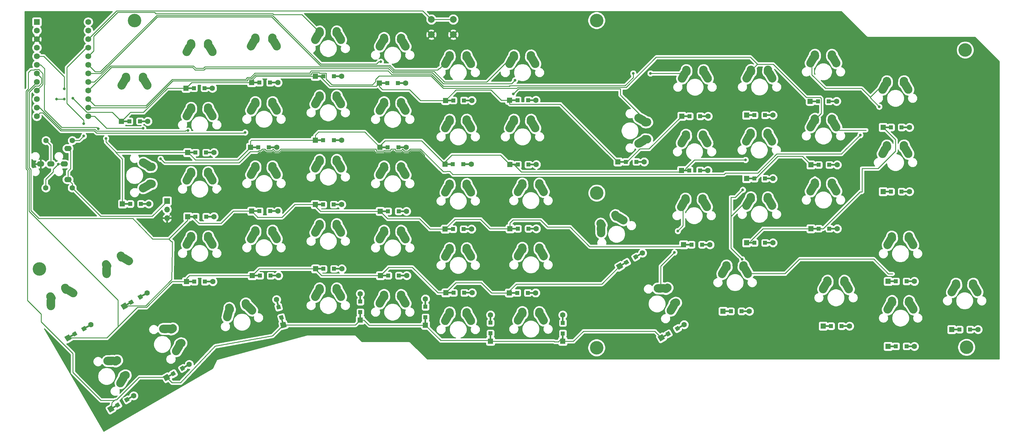
<source format=gbl>
%TF.GenerationSoftware,KiCad,Pcbnew,(5.1.10-1-10_14)*%
%TF.CreationDate,2021-08-01T23:27:55+01:00*%
%TF.ProjectId,AsymRight,4173796d-5269-4676-9874-2e6b69636164,v1*%
%TF.SameCoordinates,Original*%
%TF.FileFunction,Copper,L2,Bot*%
%TF.FilePolarity,Positive*%
%FSLAX46Y46*%
G04 Gerber Fmt 4.6, Leading zero omitted, Abs format (unit mm)*
G04 Created by KiCad (PCBNEW (5.1.10-1-10_14)) date 2021-08-01 23:27:55*
%MOMM*%
%LPD*%
G01*
G04 APERTURE LIST*
%TA.AperFunction,ComponentPad*%
%ADD10C,4.000000*%
%TD*%
%TA.AperFunction,ComponentPad*%
%ADD11C,1.752600*%
%TD*%
%TA.AperFunction,ComponentPad*%
%ADD12R,1.752600X1.752600*%
%TD*%
%TA.AperFunction,ComponentPad*%
%ADD13O,1.700000X1.700000*%
%TD*%
%TA.AperFunction,ComponentPad*%
%ADD14R,1.700000X1.700000*%
%TD*%
%TA.AperFunction,ComponentPad*%
%ADD15C,2.000000*%
%TD*%
%TA.AperFunction,ComponentPad*%
%ADD16O,2.200000X1.600000*%
%TD*%
%TA.AperFunction,ComponentPad*%
%ADD17R,1.600000X1.600000*%
%TD*%
%TA.AperFunction,ComponentPad*%
%ADD18C,1.600000*%
%TD*%
%TA.AperFunction,SMDPad,CuDef*%
%ADD19R,2.500000X0.500000*%
%TD*%
%TA.AperFunction,SMDPad,CuDef*%
%ADD20R,1.200000X1.200000*%
%TD*%
%TA.AperFunction,SMDPad,CuDef*%
%ADD21C,0.100000*%
%TD*%
%TA.AperFunction,ComponentPad*%
%ADD22C,0.100000*%
%TD*%
%TA.AperFunction,SMDPad,CuDef*%
%ADD23R,0.500000X2.500000*%
%TD*%
%TA.AperFunction,ViaPad*%
%ADD24C,0.800000*%
%TD*%
%TA.AperFunction,Conductor*%
%ADD25C,0.250000*%
%TD*%
%TA.AperFunction,Conductor*%
%ADD26C,0.254000*%
%TD*%
%TA.AperFunction,Conductor*%
%ADD27C,0.100000*%
%TD*%
G04 APERTURE END LIST*
%TO.P,K41,1*%
%TO.N,col8*%
%TA.AperFunction,ComponentPad*%
G36*
G01*
X232412935Y-116016646D02*
X232373487Y-115437990D01*
G75*
G02*
X233535573Y-114105866I1247105J85019D01*
G01*
X233535573Y-114105866D01*
G75*
G02*
X234867697Y-115267952I85019J-1247105D01*
G01*
X234907145Y-115846608D01*
G75*
G02*
X233745059Y-117178732I-1247105J-85019D01*
G01*
X233745059Y-117178732D01*
G75*
G02*
X232412935Y-116016646I-85019J1247105D01*
G01*
G37*
%TD.AperFunction*%
%TO.P,K41,2*%
%TO.N,Net-(D41-Pad2)*%
%TA.AperFunction,ComponentPad*%
G36*
G01*
X238878554Y-118500172D02*
X238067118Y-117039311D01*
G75*
G02*
X238552897Y-115339600I1092745J606966D01*
G01*
X238552897Y-115339600D01*
G75*
G02*
X240252608Y-115825379I606966J-1092745D01*
G01*
X241063514Y-117285287D01*
G75*
G02*
X240577735Y-118984998I-1092745J-606966D01*
G01*
X240577735Y-118984998D01*
G75*
G02*
X238878024Y-118499219I-606966J1092745D01*
G01*
G37*
%TD.AperFunction*%
%TO.P,K41,1*%
%TO.N,col8*%
%TA.AperFunction,ComponentPad*%
G36*
G01*
X231257648Y-117284334D02*
X232068024Y-115825379D01*
G75*
G02*
X233767735Y-115339600I1092745J-606966D01*
G01*
X233767735Y-115339600D01*
G75*
G02*
X234253514Y-117039311I-606966J-1092745D01*
G01*
X233442608Y-118499219D01*
G75*
G02*
X231742897Y-118984998I-1092745J606966D01*
G01*
X231742897Y-118984998D01*
G75*
G02*
X231257118Y-117285287I606966J1092745D01*
G01*
G37*
%TD.AperFunction*%
%TO.P,K41,2*%
%TO.N,Net-(D41-Pad2)*%
%TA.AperFunction,ComponentPad*%
G36*
G01*
X237413487Y-115846608D02*
X237452935Y-115267952D01*
G75*
G02*
X238785059Y-114105866I1247105J-85019D01*
G01*
X238785059Y-114105866D01*
G75*
G02*
X239947145Y-115437990I-85019J-1247105D01*
G01*
X239907697Y-116016646D01*
G75*
G02*
X238575573Y-117178732I-1247105J85019D01*
G01*
X238575573Y-117178732D01*
G75*
G02*
X237413487Y-115846608I85019J1247105D01*
G01*
G37*
%TD.AperFunction*%
%TD*%
%TO.P,K22,1*%
%TO.N,col0*%
%TA.AperFunction,ComponentPad*%
G36*
G01*
X49026847Y-116229623D02*
X48703355Y-115748215D01*
G75*
G02*
X49043689Y-114013519I1037515J697181D01*
G01*
X49043689Y-114013519D01*
G75*
G02*
X50778385Y-114353853I697181J-1037515D01*
G01*
X51101877Y-114835261D01*
G75*
G02*
X50761543Y-116569957I-1037515J-697181D01*
G01*
X50761543Y-116569957D01*
G75*
G02*
X49026847Y-116229623I-697181J1037515D01*
G01*
G37*
%TD.AperFunction*%
%TO.P,K22,2*%
%TO.N,Net-(D33-Pad2)*%
%TA.AperFunction,ComponentPad*%
G36*
G01*
X55867999Y-115147610D02*
X54434844Y-114288186D01*
G75*
G02*
X54005685Y-112573303I642862J1072021D01*
G01*
X54005685Y-112573303D01*
G75*
G02*
X55720568Y-112144144I1072021J-642862D01*
G01*
X57152788Y-113003008D01*
G75*
G02*
X57581947Y-114717891I-642862J-1072021D01*
G01*
X57581947Y-114717891D01*
G75*
G02*
X55867064Y-115147050I-1072021J642862D01*
G01*
G37*
%TD.AperFunction*%
%TO.P,K22,1*%
%TO.N,col0*%
%TA.AperFunction,ComponentPad*%
G36*
G01*
X48660218Y-117907298D02*
X48632512Y-116236437D01*
G75*
G02*
X49861615Y-114965884I1249828J20725D01*
G01*
X49861615Y-114965884D01*
G75*
G02*
X51132168Y-116194987I20725J-1249828D01*
G01*
X51159856Y-117864757D01*
G75*
G02*
X49930753Y-119135310I-1249828J-20725D01*
G01*
X49930753Y-119135310D01*
G75*
G02*
X48660200Y-117906207I-20725J1249828D01*
G01*
G37*
%TD.AperFunction*%
%TO.P,K22,2*%
%TO.N,Net-(D33-Pad2)*%
%TA.AperFunction,ComponentPad*%
G36*
G01*
X53272432Y-113582090D02*
X53017268Y-113061234D01*
G75*
G02*
X53589878Y-111388776I1122534J549924D01*
G01*
X53589878Y-111388776D01*
G75*
G02*
X55262336Y-111961386I549924J-1122534D01*
G01*
X55517500Y-112482242D01*
G75*
G02*
X54944890Y-114154700I-1122534J-549924D01*
G01*
X54944890Y-114154700D01*
G75*
G02*
X53272432Y-113582090I-549924J1122534D01*
G01*
G37*
%TD.AperFunction*%
%TD*%
%TO.P,K52,1*%
%TO.N,col8*%
%TA.AperFunction,ComponentPad*%
G36*
G01*
X262332619Y-120524347D02*
X262293171Y-119945691D01*
G75*
G02*
X263455257Y-118613567I1247105J85019D01*
G01*
X263455257Y-118613567D01*
G75*
G02*
X264787381Y-119775653I85019J-1247105D01*
G01*
X264826829Y-120354309D01*
G75*
G02*
X263664743Y-121686433I-1247105J-85019D01*
G01*
X263664743Y-121686433D01*
G75*
G02*
X262332619Y-120524347I-85019J1247105D01*
G01*
G37*
%TD.AperFunction*%
%TO.P,K52,2*%
%TO.N,Net-(D52-Pad2)*%
%TA.AperFunction,ComponentPad*%
G36*
G01*
X268798238Y-123007873D02*
X267986802Y-121547012D01*
G75*
G02*
X268472581Y-119847301I1092745J606966D01*
G01*
X268472581Y-119847301D01*
G75*
G02*
X270172292Y-120333080I606966J-1092745D01*
G01*
X270983198Y-121792988D01*
G75*
G02*
X270497419Y-123492699I-1092745J-606966D01*
G01*
X270497419Y-123492699D01*
G75*
G02*
X268797708Y-123006920I-606966J1092745D01*
G01*
G37*
%TD.AperFunction*%
%TO.P,K52,1*%
%TO.N,col8*%
%TA.AperFunction,ComponentPad*%
G36*
G01*
X261177332Y-121792035D02*
X261987708Y-120333080D01*
G75*
G02*
X263687419Y-119847301I1092745J-606966D01*
G01*
X263687419Y-119847301D01*
G75*
G02*
X264173198Y-121547012I-606966J-1092745D01*
G01*
X263362292Y-123006920D01*
G75*
G02*
X261662581Y-123492699I-1092745J606966D01*
G01*
X261662581Y-123492699D01*
G75*
G02*
X261176802Y-121792988I606966J1092745D01*
G01*
G37*
%TD.AperFunction*%
%TO.P,K52,2*%
%TO.N,Net-(D52-Pad2)*%
%TA.AperFunction,ComponentPad*%
G36*
G01*
X267333171Y-120354309D02*
X267372619Y-119775653D01*
G75*
G02*
X268704743Y-118613567I1247105J-85019D01*
G01*
X268704743Y-118613567D01*
G75*
G02*
X269866829Y-119945691I-85019J-1247105D01*
G01*
X269827381Y-120524347D01*
G75*
G02*
X268495257Y-121686433I-1247105J85019D01*
G01*
X268495257Y-121686433D01*
G75*
G02*
X267333171Y-120354309I85019J1247105D01*
G01*
G37*
%TD.AperFunction*%
%TD*%
%TO.P,K8,1*%
%TO.N,col8*%
%TA.AperFunction,ComponentPad*%
G36*
G01*
X220534619Y-58068347D02*
X220495171Y-57489691D01*
G75*
G02*
X221657257Y-56157567I1247105J85019D01*
G01*
X221657257Y-56157567D01*
G75*
G02*
X222989381Y-57319653I85019J-1247105D01*
G01*
X223028829Y-57898309D01*
G75*
G02*
X221866743Y-59230433I-1247105J-85019D01*
G01*
X221866743Y-59230433D01*
G75*
G02*
X220534619Y-58068347I-85019J1247105D01*
G01*
G37*
%TD.AperFunction*%
%TO.P,K8,2*%
%TO.N,Net-(D8-Pad2)*%
%TA.AperFunction,ComponentPad*%
G36*
G01*
X227000238Y-60551873D02*
X226188802Y-59091012D01*
G75*
G02*
X226674581Y-57391301I1092745J606966D01*
G01*
X226674581Y-57391301D01*
G75*
G02*
X228374292Y-57877080I606966J-1092745D01*
G01*
X229185198Y-59336988D01*
G75*
G02*
X228699419Y-61036699I-1092745J-606966D01*
G01*
X228699419Y-61036699D01*
G75*
G02*
X226999708Y-60550920I-606966J1092745D01*
G01*
G37*
%TD.AperFunction*%
%TO.P,K8,1*%
%TO.N,col8*%
%TA.AperFunction,ComponentPad*%
G36*
G01*
X219379332Y-59336035D02*
X220189708Y-57877080D01*
G75*
G02*
X221889419Y-57391301I1092745J-606966D01*
G01*
X221889419Y-57391301D01*
G75*
G02*
X222375198Y-59091012I-606966J-1092745D01*
G01*
X221564292Y-60550920D01*
G75*
G02*
X219864581Y-61036699I-1092745J606966D01*
G01*
X219864581Y-61036699D01*
G75*
G02*
X219378802Y-59336988I606966J1092745D01*
G01*
G37*
%TD.AperFunction*%
%TO.P,K8,2*%
%TO.N,Net-(D8-Pad2)*%
%TA.AperFunction,ComponentPad*%
G36*
G01*
X225535171Y-57898309D02*
X225574619Y-57319653D01*
G75*
G02*
X226906743Y-56157567I1247105J-85019D01*
G01*
X226906743Y-56157567D01*
G75*
G02*
X228068829Y-57489691I-85019J-1247105D01*
G01*
X228029381Y-58068347D01*
G75*
G02*
X226697257Y-59230433I-1247105J85019D01*
G01*
X226697257Y-59230433D01*
G75*
G02*
X225535171Y-57898309I85019J1247105D01*
G01*
G37*
%TD.AperFunction*%
%TD*%
%TO.P,K23,1*%
%TO.N,col1*%
%TA.AperFunction,ComponentPad*%
G36*
G01*
X73722619Y-88294347D02*
X73683171Y-87715691D01*
G75*
G02*
X74845257Y-86383567I1247105J85019D01*
G01*
X74845257Y-86383567D01*
G75*
G02*
X76177381Y-87545653I85019J-1247105D01*
G01*
X76216829Y-88124309D01*
G75*
G02*
X75054743Y-89456433I-1247105J-85019D01*
G01*
X75054743Y-89456433D01*
G75*
G02*
X73722619Y-88294347I-85019J1247105D01*
G01*
G37*
%TD.AperFunction*%
%TO.P,K23,2*%
%TO.N,Net-(D23-Pad2)*%
%TA.AperFunction,ComponentPad*%
G36*
G01*
X80188238Y-90777873D02*
X79376802Y-89317012D01*
G75*
G02*
X79862581Y-87617301I1092745J606966D01*
G01*
X79862581Y-87617301D01*
G75*
G02*
X81562292Y-88103080I606966J-1092745D01*
G01*
X82373198Y-89562988D01*
G75*
G02*
X81887419Y-91262699I-1092745J-606966D01*
G01*
X81887419Y-91262699D01*
G75*
G02*
X80187708Y-90776920I-606966J1092745D01*
G01*
G37*
%TD.AperFunction*%
%TO.P,K23,1*%
%TO.N,col1*%
%TA.AperFunction,ComponentPad*%
G36*
G01*
X72567332Y-89562035D02*
X73377708Y-88103080D01*
G75*
G02*
X75077419Y-87617301I1092745J-606966D01*
G01*
X75077419Y-87617301D01*
G75*
G02*
X75563198Y-89317012I-606966J-1092745D01*
G01*
X74752292Y-90776920D01*
G75*
G02*
X73052581Y-91262699I-1092745J606966D01*
G01*
X73052581Y-91262699D01*
G75*
G02*
X72566802Y-89562988I606966J1092745D01*
G01*
G37*
%TD.AperFunction*%
%TO.P,K23,2*%
%TO.N,Net-(D23-Pad2)*%
%TA.AperFunction,ComponentPad*%
G36*
G01*
X78723171Y-88124309D02*
X78762619Y-87545653D01*
G75*
G02*
X80094743Y-86383567I1247105J-85019D01*
G01*
X80094743Y-86383567D01*
G75*
G02*
X81256829Y-87715691I-85019J-1247105D01*
G01*
X81217381Y-88294347D01*
G75*
G02*
X79885257Y-89456433I-1247105J85019D01*
G01*
X79885257Y-89456433D01*
G75*
G02*
X78723171Y-88124309I85019J1247105D01*
G01*
G37*
%TD.AperFunction*%
%TD*%
%TO.P,K53,1*%
%TO.N,col9*%
%TA.AperFunction,ComponentPad*%
G36*
G01*
X281487619Y-126539347D02*
X281448171Y-125960691D01*
G75*
G02*
X282610257Y-124628567I1247105J85019D01*
G01*
X282610257Y-124628567D01*
G75*
G02*
X283942381Y-125790653I85019J-1247105D01*
G01*
X283981829Y-126369309D01*
G75*
G02*
X282819743Y-127701433I-1247105J-85019D01*
G01*
X282819743Y-127701433D01*
G75*
G02*
X281487619Y-126539347I-85019J1247105D01*
G01*
G37*
%TD.AperFunction*%
%TO.P,K53,2*%
%TO.N,Net-(D53-Pad2)*%
%TA.AperFunction,ComponentPad*%
G36*
G01*
X287953238Y-129022873D02*
X287141802Y-127562012D01*
G75*
G02*
X287627581Y-125862301I1092745J606966D01*
G01*
X287627581Y-125862301D01*
G75*
G02*
X289327292Y-126348080I606966J-1092745D01*
G01*
X290138198Y-127807988D01*
G75*
G02*
X289652419Y-129507699I-1092745J-606966D01*
G01*
X289652419Y-129507699D01*
G75*
G02*
X287952708Y-129021920I-606966J1092745D01*
G01*
G37*
%TD.AperFunction*%
%TO.P,K53,1*%
%TO.N,col9*%
%TA.AperFunction,ComponentPad*%
G36*
G01*
X280332332Y-127807035D02*
X281142708Y-126348080D01*
G75*
G02*
X282842419Y-125862301I1092745J-606966D01*
G01*
X282842419Y-125862301D01*
G75*
G02*
X283328198Y-127562012I-606966J-1092745D01*
G01*
X282517292Y-129021920D01*
G75*
G02*
X280817581Y-129507699I-1092745J606966D01*
G01*
X280817581Y-129507699D01*
G75*
G02*
X280331802Y-127807988I606966J1092745D01*
G01*
G37*
%TD.AperFunction*%
%TO.P,K53,2*%
%TO.N,Net-(D53-Pad2)*%
%TA.AperFunction,ComponentPad*%
G36*
G01*
X286488171Y-126369309D02*
X286527619Y-125790653D01*
G75*
G02*
X287859743Y-124628567I1247105J-85019D01*
G01*
X287859743Y-124628567D01*
G75*
G02*
X289021829Y-125960691I-85019J-1247105D01*
G01*
X288982381Y-126539347D01*
G75*
G02*
X287650257Y-127701433I-1247105J85019D01*
G01*
X287650257Y-127701433D01*
G75*
G02*
X286488171Y-126369309I85019J1247105D01*
G01*
G37*
%TD.AperFunction*%
%TD*%
%TO.P,K28,1*%
%TO.N,col6*%
%TA.AperFunction,ComponentPad*%
G36*
G01*
X171902619Y-91709347D02*
X171863171Y-91130691D01*
G75*
G02*
X173025257Y-89798567I1247105J85019D01*
G01*
X173025257Y-89798567D01*
G75*
G02*
X174357381Y-90960653I85019J-1247105D01*
G01*
X174396829Y-91539309D01*
G75*
G02*
X173234743Y-92871433I-1247105J-85019D01*
G01*
X173234743Y-92871433D01*
G75*
G02*
X171902619Y-91709347I-85019J1247105D01*
G01*
G37*
%TD.AperFunction*%
%TO.P,K28,2*%
%TO.N,Net-(D28-Pad2)*%
%TA.AperFunction,ComponentPad*%
G36*
G01*
X178368238Y-94192873D02*
X177556802Y-92732012D01*
G75*
G02*
X178042581Y-91032301I1092745J606966D01*
G01*
X178042581Y-91032301D01*
G75*
G02*
X179742292Y-91518080I606966J-1092745D01*
G01*
X180553198Y-92977988D01*
G75*
G02*
X180067419Y-94677699I-1092745J-606966D01*
G01*
X180067419Y-94677699D01*
G75*
G02*
X178367708Y-94191920I-606966J1092745D01*
G01*
G37*
%TD.AperFunction*%
%TO.P,K28,1*%
%TO.N,col6*%
%TA.AperFunction,ComponentPad*%
G36*
G01*
X170747332Y-92977035D02*
X171557708Y-91518080D01*
G75*
G02*
X173257419Y-91032301I1092745J-606966D01*
G01*
X173257419Y-91032301D01*
G75*
G02*
X173743198Y-92732012I-606966J-1092745D01*
G01*
X172932292Y-94191920D01*
G75*
G02*
X171232581Y-94677699I-1092745J606966D01*
G01*
X171232581Y-94677699D01*
G75*
G02*
X170746802Y-92977988I606966J1092745D01*
G01*
G37*
%TD.AperFunction*%
%TO.P,K28,2*%
%TO.N,Net-(D28-Pad2)*%
%TA.AperFunction,ComponentPad*%
G36*
G01*
X176903171Y-91539309D02*
X176942619Y-90960653D01*
G75*
G02*
X178274743Y-89798567I1247105J-85019D01*
G01*
X178274743Y-89798567D01*
G75*
G02*
X179436829Y-91130691I-85019J-1247105D01*
G01*
X179397381Y-91709347D01*
G75*
G02*
X178065257Y-92871433I-1247105J85019D01*
G01*
X178065257Y-92871433D01*
G75*
G02*
X176903171Y-91539309I85019J1247105D01*
G01*
G37*
%TD.AperFunction*%
%TD*%
%TO.P,K43,1*%
%TO.N,col10*%
%TA.AperFunction,ComponentPad*%
G36*
G01*
X281437619Y-107439347D02*
X281398171Y-106860691D01*
G75*
G02*
X282560257Y-105528567I1247105J85019D01*
G01*
X282560257Y-105528567D01*
G75*
G02*
X283892381Y-106690653I85019J-1247105D01*
G01*
X283931829Y-107269309D01*
G75*
G02*
X282769743Y-108601433I-1247105J-85019D01*
G01*
X282769743Y-108601433D01*
G75*
G02*
X281437619Y-107439347I-85019J1247105D01*
G01*
G37*
%TD.AperFunction*%
%TO.P,K43,2*%
%TO.N,Net-(D43-Pad2)*%
%TA.AperFunction,ComponentPad*%
G36*
G01*
X287903238Y-109922873D02*
X287091802Y-108462012D01*
G75*
G02*
X287577581Y-106762301I1092745J606966D01*
G01*
X287577581Y-106762301D01*
G75*
G02*
X289277292Y-107248080I606966J-1092745D01*
G01*
X290088198Y-108707988D01*
G75*
G02*
X289602419Y-110407699I-1092745J-606966D01*
G01*
X289602419Y-110407699D01*
G75*
G02*
X287902708Y-109921920I-606966J1092745D01*
G01*
G37*
%TD.AperFunction*%
%TO.P,K43,1*%
%TO.N,col10*%
%TA.AperFunction,ComponentPad*%
G36*
G01*
X280282332Y-108707035D02*
X281092708Y-107248080D01*
G75*
G02*
X282792419Y-106762301I1092745J-606966D01*
G01*
X282792419Y-106762301D01*
G75*
G02*
X283278198Y-108462012I-606966J-1092745D01*
G01*
X282467292Y-109921920D01*
G75*
G02*
X280767581Y-110407699I-1092745J606966D01*
G01*
X280767581Y-110407699D01*
G75*
G02*
X280281802Y-108707988I606966J1092745D01*
G01*
G37*
%TD.AperFunction*%
%TO.P,K43,2*%
%TO.N,Net-(D43-Pad2)*%
%TA.AperFunction,ComponentPad*%
G36*
G01*
X286438171Y-107269309D02*
X286477619Y-106690653D01*
G75*
G02*
X287809743Y-105528567I1247105J-85019D01*
G01*
X287809743Y-105528567D01*
G75*
G02*
X288971829Y-106860691I-85019J-1247105D01*
G01*
X288932381Y-107439347D01*
G75*
G02*
X287600257Y-108601433I-1247105J85019D01*
G01*
X287600257Y-108601433D01*
G75*
G02*
X286438171Y-107269309I85019J1247105D01*
G01*
G37*
%TD.AperFunction*%
%TD*%
%TO.P,K29,1*%
%TO.N,col7*%
%TA.AperFunction,ComponentPad*%
G36*
G01*
X220280619Y-96168347D02*
X220241171Y-95589691D01*
G75*
G02*
X221403257Y-94257567I1247105J85019D01*
G01*
X221403257Y-94257567D01*
G75*
G02*
X222735381Y-95419653I85019J-1247105D01*
G01*
X222774829Y-95998309D01*
G75*
G02*
X221612743Y-97330433I-1247105J-85019D01*
G01*
X221612743Y-97330433D01*
G75*
G02*
X220280619Y-96168347I-85019J1247105D01*
G01*
G37*
%TD.AperFunction*%
%TO.P,K29,2*%
%TO.N,Net-(D29-Pad2)*%
%TA.AperFunction,ComponentPad*%
G36*
G01*
X226746238Y-98651873D02*
X225934802Y-97191012D01*
G75*
G02*
X226420581Y-95491301I1092745J606966D01*
G01*
X226420581Y-95491301D01*
G75*
G02*
X228120292Y-95977080I606966J-1092745D01*
G01*
X228931198Y-97436988D01*
G75*
G02*
X228445419Y-99136699I-1092745J-606966D01*
G01*
X228445419Y-99136699D01*
G75*
G02*
X226745708Y-98650920I-606966J1092745D01*
G01*
G37*
%TD.AperFunction*%
%TO.P,K29,1*%
%TO.N,col7*%
%TA.AperFunction,ComponentPad*%
G36*
G01*
X219125332Y-97436035D02*
X219935708Y-95977080D01*
G75*
G02*
X221635419Y-95491301I1092745J-606966D01*
G01*
X221635419Y-95491301D01*
G75*
G02*
X222121198Y-97191012I-606966J-1092745D01*
G01*
X221310292Y-98650920D01*
G75*
G02*
X219610581Y-99136699I-1092745J606966D01*
G01*
X219610581Y-99136699D01*
G75*
G02*
X219124802Y-97436988I606966J1092745D01*
G01*
G37*
%TD.AperFunction*%
%TO.P,K29,2*%
%TO.N,Net-(D29-Pad2)*%
%TA.AperFunction,ComponentPad*%
G36*
G01*
X225281171Y-95998309D02*
X225320619Y-95419653D01*
G75*
G02*
X226652743Y-94257567I1247105J-85019D01*
G01*
X226652743Y-94257567D01*
G75*
G02*
X227814829Y-95589691I-85019J-1247105D01*
G01*
X227775381Y-96168347D01*
G75*
G02*
X226443257Y-97330433I-1247105J85019D01*
G01*
X226443257Y-97330433D01*
G75*
G02*
X225281171Y-95998309I85019J1247105D01*
G01*
G37*
%TD.AperFunction*%
%TD*%
%TO.P,K0,1*%
%TO.N,col0*%
%TA.AperFunction,ComponentPad*%
G36*
G01*
X54432619Y-60124347D02*
X54393171Y-59545691D01*
G75*
G02*
X55555257Y-58213567I1247105J85019D01*
G01*
X55555257Y-58213567D01*
G75*
G02*
X56887381Y-59375653I85019J-1247105D01*
G01*
X56926829Y-59954309D01*
G75*
G02*
X55764743Y-61286433I-1247105J-85019D01*
G01*
X55764743Y-61286433D01*
G75*
G02*
X54432619Y-60124347I-85019J1247105D01*
G01*
G37*
%TD.AperFunction*%
%TO.P,K0,2*%
%TO.N,Net-(D0-Pad2)*%
%TA.AperFunction,ComponentPad*%
G36*
G01*
X60898238Y-62607873D02*
X60086802Y-61147012D01*
G75*
G02*
X60572581Y-59447301I1092745J606966D01*
G01*
X60572581Y-59447301D01*
G75*
G02*
X62272292Y-59933080I606966J-1092745D01*
G01*
X63083198Y-61392988D01*
G75*
G02*
X62597419Y-63092699I-1092745J-606966D01*
G01*
X62597419Y-63092699D01*
G75*
G02*
X60897708Y-62606920I-606966J1092745D01*
G01*
G37*
%TD.AperFunction*%
%TO.P,K0,1*%
%TO.N,col0*%
%TA.AperFunction,ComponentPad*%
G36*
G01*
X53277332Y-61392035D02*
X54087708Y-59933080D01*
G75*
G02*
X55787419Y-59447301I1092745J-606966D01*
G01*
X55787419Y-59447301D01*
G75*
G02*
X56273198Y-61147012I-606966J-1092745D01*
G01*
X55462292Y-62606920D01*
G75*
G02*
X53762581Y-63092699I-1092745J606966D01*
G01*
X53762581Y-63092699D01*
G75*
G02*
X53276802Y-61392988I606966J1092745D01*
G01*
G37*
%TD.AperFunction*%
%TO.P,K0,2*%
%TO.N,Net-(D0-Pad2)*%
%TA.AperFunction,ComponentPad*%
G36*
G01*
X59433171Y-59954309D02*
X59472619Y-59375653D01*
G75*
G02*
X60804743Y-58213567I1247105J-85019D01*
G01*
X60804743Y-58213567D01*
G75*
G02*
X61966829Y-59545691I-85019J-1247105D01*
G01*
X61927381Y-60124347D01*
G75*
G02*
X60595257Y-61286433I-1247105J85019D01*
G01*
X60595257Y-61286433D01*
G75*
G02*
X59433171Y-59954309I85019J1247105D01*
G01*
G37*
%TD.AperFunction*%
%TD*%
%TO.P,K1,1*%
%TO.N,col1*%
%TA.AperFunction,ComponentPad*%
G36*
G01*
X73722619Y-50194347D02*
X73683171Y-49615691D01*
G75*
G02*
X74845257Y-48283567I1247105J85019D01*
G01*
X74845257Y-48283567D01*
G75*
G02*
X76177381Y-49445653I85019J-1247105D01*
G01*
X76216829Y-50024309D01*
G75*
G02*
X75054743Y-51356433I-1247105J-85019D01*
G01*
X75054743Y-51356433D01*
G75*
G02*
X73722619Y-50194347I-85019J1247105D01*
G01*
G37*
%TD.AperFunction*%
%TO.P,K1,2*%
%TO.N,Net-(D1-Pad2)*%
%TA.AperFunction,ComponentPad*%
G36*
G01*
X80188238Y-52677873D02*
X79376802Y-51217012D01*
G75*
G02*
X79862581Y-49517301I1092745J606966D01*
G01*
X79862581Y-49517301D01*
G75*
G02*
X81562292Y-50003080I606966J-1092745D01*
G01*
X82373198Y-51462988D01*
G75*
G02*
X81887419Y-53162699I-1092745J-606966D01*
G01*
X81887419Y-53162699D01*
G75*
G02*
X80187708Y-52676920I-606966J1092745D01*
G01*
G37*
%TD.AperFunction*%
%TO.P,K1,1*%
%TO.N,col1*%
%TA.AperFunction,ComponentPad*%
G36*
G01*
X72567332Y-51462035D02*
X73377708Y-50003080D01*
G75*
G02*
X75077419Y-49517301I1092745J-606966D01*
G01*
X75077419Y-49517301D01*
G75*
G02*
X75563198Y-51217012I-606966J-1092745D01*
G01*
X74752292Y-52676920D01*
G75*
G02*
X73052581Y-53162699I-1092745J606966D01*
G01*
X73052581Y-53162699D01*
G75*
G02*
X72566802Y-51462988I606966J1092745D01*
G01*
G37*
%TD.AperFunction*%
%TO.P,K1,2*%
%TO.N,Net-(D1-Pad2)*%
%TA.AperFunction,ComponentPad*%
G36*
G01*
X78723171Y-50024309D02*
X78762619Y-49445653D01*
G75*
G02*
X80094743Y-48283567I1247105J-85019D01*
G01*
X80094743Y-48283567D01*
G75*
G02*
X81256829Y-49615691I-85019J-1247105D01*
G01*
X81217381Y-50194347D01*
G75*
G02*
X79885257Y-51356433I-1247105J85019D01*
G01*
X79885257Y-51356433D01*
G75*
G02*
X78723171Y-50024309I85019J1247105D01*
G01*
G37*
%TD.AperFunction*%
%TD*%
%TO.P,K2,1*%
%TO.N,col2*%
%TA.AperFunction,ComponentPad*%
G36*
G01*
X92772619Y-48514347D02*
X92733171Y-47935691D01*
G75*
G02*
X93895257Y-46603567I1247105J85019D01*
G01*
X93895257Y-46603567D01*
G75*
G02*
X95227381Y-47765653I85019J-1247105D01*
G01*
X95266829Y-48344309D01*
G75*
G02*
X94104743Y-49676433I-1247105J-85019D01*
G01*
X94104743Y-49676433D01*
G75*
G02*
X92772619Y-48514347I-85019J1247105D01*
G01*
G37*
%TD.AperFunction*%
%TO.P,K2,2*%
%TO.N,Net-(D2-Pad2)*%
%TA.AperFunction,ComponentPad*%
G36*
G01*
X99238238Y-50997873D02*
X98426802Y-49537012D01*
G75*
G02*
X98912581Y-47837301I1092745J606966D01*
G01*
X98912581Y-47837301D01*
G75*
G02*
X100612292Y-48323080I606966J-1092745D01*
G01*
X101423198Y-49782988D01*
G75*
G02*
X100937419Y-51482699I-1092745J-606966D01*
G01*
X100937419Y-51482699D01*
G75*
G02*
X99237708Y-50996920I-606966J1092745D01*
G01*
G37*
%TD.AperFunction*%
%TO.P,K2,1*%
%TO.N,col2*%
%TA.AperFunction,ComponentPad*%
G36*
G01*
X91617332Y-49782035D02*
X92427708Y-48323080D01*
G75*
G02*
X94127419Y-47837301I1092745J-606966D01*
G01*
X94127419Y-47837301D01*
G75*
G02*
X94613198Y-49537012I-606966J-1092745D01*
G01*
X93802292Y-50996920D01*
G75*
G02*
X92102581Y-51482699I-1092745J606966D01*
G01*
X92102581Y-51482699D01*
G75*
G02*
X91616802Y-49782988I606966J1092745D01*
G01*
G37*
%TD.AperFunction*%
%TO.P,K2,2*%
%TO.N,Net-(D2-Pad2)*%
%TA.AperFunction,ComponentPad*%
G36*
G01*
X97773171Y-48344309D02*
X97812619Y-47765653D01*
G75*
G02*
X99144743Y-46603567I1247105J-85019D01*
G01*
X99144743Y-46603567D01*
G75*
G02*
X100306829Y-47935691I-85019J-1247105D01*
G01*
X100267381Y-48514347D01*
G75*
G02*
X98935257Y-49676433I-1247105J85019D01*
G01*
X98935257Y-49676433D01*
G75*
G02*
X97773171Y-48344309I85019J1247105D01*
G01*
G37*
%TD.AperFunction*%
%TD*%
%TO.P,K3,1*%
%TO.N,col3*%
%TA.AperFunction,ComponentPad*%
G36*
G01*
X111822619Y-46604347D02*
X111783171Y-46025691D01*
G75*
G02*
X112945257Y-44693567I1247105J85019D01*
G01*
X112945257Y-44693567D01*
G75*
G02*
X114277381Y-45855653I85019J-1247105D01*
G01*
X114316829Y-46434309D01*
G75*
G02*
X113154743Y-47766433I-1247105J-85019D01*
G01*
X113154743Y-47766433D01*
G75*
G02*
X111822619Y-46604347I-85019J1247105D01*
G01*
G37*
%TD.AperFunction*%
%TO.P,K3,2*%
%TO.N,Net-(D3-Pad2)*%
%TA.AperFunction,ComponentPad*%
G36*
G01*
X118288238Y-49087873D02*
X117476802Y-47627012D01*
G75*
G02*
X117962581Y-45927301I1092745J606966D01*
G01*
X117962581Y-45927301D01*
G75*
G02*
X119662292Y-46413080I606966J-1092745D01*
G01*
X120473198Y-47872988D01*
G75*
G02*
X119987419Y-49572699I-1092745J-606966D01*
G01*
X119987419Y-49572699D01*
G75*
G02*
X118287708Y-49086920I-606966J1092745D01*
G01*
G37*
%TD.AperFunction*%
%TO.P,K3,1*%
%TO.N,col3*%
%TA.AperFunction,ComponentPad*%
G36*
G01*
X110667332Y-47872035D02*
X111477708Y-46413080D01*
G75*
G02*
X113177419Y-45927301I1092745J-606966D01*
G01*
X113177419Y-45927301D01*
G75*
G02*
X113663198Y-47627012I-606966J-1092745D01*
G01*
X112852292Y-49086920D01*
G75*
G02*
X111152581Y-49572699I-1092745J606966D01*
G01*
X111152581Y-49572699D01*
G75*
G02*
X110666802Y-47872988I606966J1092745D01*
G01*
G37*
%TD.AperFunction*%
%TO.P,K3,2*%
%TO.N,Net-(D3-Pad2)*%
%TA.AperFunction,ComponentPad*%
G36*
G01*
X116823171Y-46434309D02*
X116862619Y-45855653D01*
G75*
G02*
X118194743Y-44693567I1247105J-85019D01*
G01*
X118194743Y-44693567D01*
G75*
G02*
X119356829Y-46025691I-85019J-1247105D01*
G01*
X119317381Y-46604347D01*
G75*
G02*
X117985257Y-47766433I-1247105J85019D01*
G01*
X117985257Y-47766433D01*
G75*
G02*
X116823171Y-46434309I85019J1247105D01*
G01*
G37*
%TD.AperFunction*%
%TD*%
%TO.P,K4,1*%
%TO.N,col4*%
%TA.AperFunction,ComponentPad*%
G36*
G01*
X130922619Y-48564347D02*
X130883171Y-47985691D01*
G75*
G02*
X132045257Y-46653567I1247105J85019D01*
G01*
X132045257Y-46653567D01*
G75*
G02*
X133377381Y-47815653I85019J-1247105D01*
G01*
X133416829Y-48394309D01*
G75*
G02*
X132254743Y-49726433I-1247105J-85019D01*
G01*
X132254743Y-49726433D01*
G75*
G02*
X130922619Y-48564347I-85019J1247105D01*
G01*
G37*
%TD.AperFunction*%
%TO.P,K4,2*%
%TO.N,Net-(D4-Pad2)*%
%TA.AperFunction,ComponentPad*%
G36*
G01*
X137388238Y-51047873D02*
X136576802Y-49587012D01*
G75*
G02*
X137062581Y-47887301I1092745J606966D01*
G01*
X137062581Y-47887301D01*
G75*
G02*
X138762292Y-48373080I606966J-1092745D01*
G01*
X139573198Y-49832988D01*
G75*
G02*
X139087419Y-51532699I-1092745J-606966D01*
G01*
X139087419Y-51532699D01*
G75*
G02*
X137387708Y-51046920I-606966J1092745D01*
G01*
G37*
%TD.AperFunction*%
%TO.P,K4,1*%
%TO.N,col4*%
%TA.AperFunction,ComponentPad*%
G36*
G01*
X129767332Y-49832035D02*
X130577708Y-48373080D01*
G75*
G02*
X132277419Y-47887301I1092745J-606966D01*
G01*
X132277419Y-47887301D01*
G75*
G02*
X132763198Y-49587012I-606966J-1092745D01*
G01*
X131952292Y-51046920D01*
G75*
G02*
X130252581Y-51532699I-1092745J606966D01*
G01*
X130252581Y-51532699D01*
G75*
G02*
X129766802Y-49832988I606966J1092745D01*
G01*
G37*
%TD.AperFunction*%
%TO.P,K4,2*%
%TO.N,Net-(D4-Pad2)*%
%TA.AperFunction,ComponentPad*%
G36*
G01*
X135923171Y-48394309D02*
X135962619Y-47815653D01*
G75*
G02*
X137294743Y-46653567I1247105J-85019D01*
G01*
X137294743Y-46653567D01*
G75*
G02*
X138456829Y-47985691I-85019J-1247105D01*
G01*
X138417381Y-48564347D01*
G75*
G02*
X137085257Y-49726433I-1247105J85019D01*
G01*
X137085257Y-49726433D01*
G75*
G02*
X135923171Y-48394309I85019J1247105D01*
G01*
G37*
%TD.AperFunction*%
%TD*%
%TO.P,K5,1*%
%TO.N,col5*%
%TA.AperFunction,ComponentPad*%
G36*
G01*
X150352619Y-53734347D02*
X150313171Y-53155691D01*
G75*
G02*
X151475257Y-51823567I1247105J85019D01*
G01*
X151475257Y-51823567D01*
G75*
G02*
X152807381Y-52985653I85019J-1247105D01*
G01*
X152846829Y-53564309D01*
G75*
G02*
X151684743Y-54896433I-1247105J-85019D01*
G01*
X151684743Y-54896433D01*
G75*
G02*
X150352619Y-53734347I-85019J1247105D01*
G01*
G37*
%TD.AperFunction*%
%TO.P,K5,2*%
%TO.N,Net-(D5-Pad2)*%
%TA.AperFunction,ComponentPad*%
G36*
G01*
X156818238Y-56217873D02*
X156006802Y-54757012D01*
G75*
G02*
X156492581Y-53057301I1092745J606966D01*
G01*
X156492581Y-53057301D01*
G75*
G02*
X158192292Y-53543080I606966J-1092745D01*
G01*
X159003198Y-55002988D01*
G75*
G02*
X158517419Y-56702699I-1092745J-606966D01*
G01*
X158517419Y-56702699D01*
G75*
G02*
X156817708Y-56216920I-606966J1092745D01*
G01*
G37*
%TD.AperFunction*%
%TO.P,K5,1*%
%TO.N,col5*%
%TA.AperFunction,ComponentPad*%
G36*
G01*
X149197332Y-55002035D02*
X150007708Y-53543080D01*
G75*
G02*
X151707419Y-53057301I1092745J-606966D01*
G01*
X151707419Y-53057301D01*
G75*
G02*
X152193198Y-54757012I-606966J-1092745D01*
G01*
X151382292Y-56216920D01*
G75*
G02*
X149682581Y-56702699I-1092745J606966D01*
G01*
X149682581Y-56702699D01*
G75*
G02*
X149196802Y-55002988I606966J1092745D01*
G01*
G37*
%TD.AperFunction*%
%TO.P,K5,2*%
%TO.N,Net-(D5-Pad2)*%
%TA.AperFunction,ComponentPad*%
G36*
G01*
X155353171Y-53564309D02*
X155392619Y-52985653D01*
G75*
G02*
X156724743Y-51823567I1247105J-85019D01*
G01*
X156724743Y-51823567D01*
G75*
G02*
X157886829Y-53155691I-85019J-1247105D01*
G01*
X157847381Y-53734347D01*
G75*
G02*
X156515257Y-54896433I-1247105J85019D01*
G01*
X156515257Y-54896433D01*
G75*
G02*
X155353171Y-53564309I85019J1247105D01*
G01*
G37*
%TD.AperFunction*%
%TD*%
%TO.P,K6,1*%
%TO.N,col6*%
%TA.AperFunction,ComponentPad*%
G36*
G01*
X169402619Y-53734347D02*
X169363171Y-53155691D01*
G75*
G02*
X170525257Y-51823567I1247105J85019D01*
G01*
X170525257Y-51823567D01*
G75*
G02*
X171857381Y-52985653I85019J-1247105D01*
G01*
X171896829Y-53564309D01*
G75*
G02*
X170734743Y-54896433I-1247105J-85019D01*
G01*
X170734743Y-54896433D01*
G75*
G02*
X169402619Y-53734347I-85019J1247105D01*
G01*
G37*
%TD.AperFunction*%
%TO.P,K6,2*%
%TO.N,Net-(D6-Pad2)*%
%TA.AperFunction,ComponentPad*%
G36*
G01*
X175868238Y-56217873D02*
X175056802Y-54757012D01*
G75*
G02*
X175542581Y-53057301I1092745J606966D01*
G01*
X175542581Y-53057301D01*
G75*
G02*
X177242292Y-53543080I606966J-1092745D01*
G01*
X178053198Y-55002988D01*
G75*
G02*
X177567419Y-56702699I-1092745J-606966D01*
G01*
X177567419Y-56702699D01*
G75*
G02*
X175867708Y-56216920I-606966J1092745D01*
G01*
G37*
%TD.AperFunction*%
%TO.P,K6,1*%
%TO.N,col6*%
%TA.AperFunction,ComponentPad*%
G36*
G01*
X168247332Y-55002035D02*
X169057708Y-53543080D01*
G75*
G02*
X170757419Y-53057301I1092745J-606966D01*
G01*
X170757419Y-53057301D01*
G75*
G02*
X171243198Y-54757012I-606966J-1092745D01*
G01*
X170432292Y-56216920D01*
G75*
G02*
X168732581Y-56702699I-1092745J606966D01*
G01*
X168732581Y-56702699D01*
G75*
G02*
X168246802Y-55002988I606966J1092745D01*
G01*
G37*
%TD.AperFunction*%
%TO.P,K6,2*%
%TO.N,Net-(D6-Pad2)*%
%TA.AperFunction,ComponentPad*%
G36*
G01*
X174403171Y-53564309D02*
X174442619Y-52985653D01*
G75*
G02*
X175774743Y-51823567I1247105J-85019D01*
G01*
X175774743Y-51823567D01*
G75*
G02*
X176936829Y-53155691I-85019J-1247105D01*
G01*
X176897381Y-53734347D01*
G75*
G02*
X175565257Y-54896433I-1247105J85019D01*
G01*
X175565257Y-54896433D01*
G75*
G02*
X174403171Y-53564309I85019J1247105D01*
G01*
G37*
%TD.AperFunction*%
%TD*%
%TO.P,K9,1*%
%TO.N,col9*%
%TA.AperFunction,ComponentPad*%
G36*
G01*
X239667619Y-58024347D02*
X239628171Y-57445691D01*
G75*
G02*
X240790257Y-56113567I1247105J85019D01*
G01*
X240790257Y-56113567D01*
G75*
G02*
X242122381Y-57275653I85019J-1247105D01*
G01*
X242161829Y-57854309D01*
G75*
G02*
X240999743Y-59186433I-1247105J-85019D01*
G01*
X240999743Y-59186433D01*
G75*
G02*
X239667619Y-58024347I-85019J1247105D01*
G01*
G37*
%TD.AperFunction*%
%TO.P,K9,2*%
%TO.N,Net-(D9-Pad2)*%
%TA.AperFunction,ComponentPad*%
G36*
G01*
X246133238Y-60507873D02*
X245321802Y-59047012D01*
G75*
G02*
X245807581Y-57347301I1092745J606966D01*
G01*
X245807581Y-57347301D01*
G75*
G02*
X247507292Y-57833080I606966J-1092745D01*
G01*
X248318198Y-59292988D01*
G75*
G02*
X247832419Y-60992699I-1092745J-606966D01*
G01*
X247832419Y-60992699D01*
G75*
G02*
X246132708Y-60506920I-606966J1092745D01*
G01*
G37*
%TD.AperFunction*%
%TO.P,K9,1*%
%TO.N,col9*%
%TA.AperFunction,ComponentPad*%
G36*
G01*
X238512332Y-59292035D02*
X239322708Y-57833080D01*
G75*
G02*
X241022419Y-57347301I1092745J-606966D01*
G01*
X241022419Y-57347301D01*
G75*
G02*
X241508198Y-59047012I-606966J-1092745D01*
G01*
X240697292Y-60506920D01*
G75*
G02*
X238997581Y-60992699I-1092745J606966D01*
G01*
X238997581Y-60992699D01*
G75*
G02*
X238511802Y-59292988I606966J1092745D01*
G01*
G37*
%TD.AperFunction*%
%TO.P,K9,2*%
%TO.N,Net-(D9-Pad2)*%
%TA.AperFunction,ComponentPad*%
G36*
G01*
X244668171Y-57854309D02*
X244707619Y-57275653D01*
G75*
G02*
X246039743Y-56113567I1247105J-85019D01*
G01*
X246039743Y-56113567D01*
G75*
G02*
X247201829Y-57445691I-85019J-1247105D01*
G01*
X247162381Y-58024347D01*
G75*
G02*
X245830257Y-59186433I-1247105J85019D01*
G01*
X245830257Y-59186433D01*
G75*
G02*
X244668171Y-57854309I85019J1247105D01*
G01*
G37*
%TD.AperFunction*%
%TD*%
%TO.P,K12,1*%
%TO.N,col1*%
%TA.AperFunction,ComponentPad*%
G36*
G01*
X73722619Y-69244347D02*
X73683171Y-68665691D01*
G75*
G02*
X74845257Y-67333567I1247105J85019D01*
G01*
X74845257Y-67333567D01*
G75*
G02*
X76177381Y-68495653I85019J-1247105D01*
G01*
X76216829Y-69074309D01*
G75*
G02*
X75054743Y-70406433I-1247105J-85019D01*
G01*
X75054743Y-70406433D01*
G75*
G02*
X73722619Y-69244347I-85019J1247105D01*
G01*
G37*
%TD.AperFunction*%
%TO.P,K12,2*%
%TO.N,Net-(D12-Pad2)*%
%TA.AperFunction,ComponentPad*%
G36*
G01*
X80188238Y-71727873D02*
X79376802Y-70267012D01*
G75*
G02*
X79862581Y-68567301I1092745J606966D01*
G01*
X79862581Y-68567301D01*
G75*
G02*
X81562292Y-69053080I606966J-1092745D01*
G01*
X82373198Y-70512988D01*
G75*
G02*
X81887419Y-72212699I-1092745J-606966D01*
G01*
X81887419Y-72212699D01*
G75*
G02*
X80187708Y-71726920I-606966J1092745D01*
G01*
G37*
%TD.AperFunction*%
%TO.P,K12,1*%
%TO.N,col1*%
%TA.AperFunction,ComponentPad*%
G36*
G01*
X72567332Y-70512035D02*
X73377708Y-69053080D01*
G75*
G02*
X75077419Y-68567301I1092745J-606966D01*
G01*
X75077419Y-68567301D01*
G75*
G02*
X75563198Y-70267012I-606966J-1092745D01*
G01*
X74752292Y-71726920D01*
G75*
G02*
X73052581Y-72212699I-1092745J606966D01*
G01*
X73052581Y-72212699D01*
G75*
G02*
X72566802Y-70512988I606966J1092745D01*
G01*
G37*
%TD.AperFunction*%
%TO.P,K12,2*%
%TO.N,Net-(D12-Pad2)*%
%TA.AperFunction,ComponentPad*%
G36*
G01*
X78723171Y-69074309D02*
X78762619Y-68495653D01*
G75*
G02*
X80094743Y-67333567I1247105J-85019D01*
G01*
X80094743Y-67333567D01*
G75*
G02*
X81256829Y-68665691I-85019J-1247105D01*
G01*
X81217381Y-69244347D01*
G75*
G02*
X79885257Y-70406433I-1247105J85019D01*
G01*
X79885257Y-70406433D01*
G75*
G02*
X78723171Y-69074309I85019J1247105D01*
G01*
G37*
%TD.AperFunction*%
%TD*%
%TO.P,K13,1*%
%TO.N,col2*%
%TA.AperFunction,ComponentPad*%
G36*
G01*
X92772619Y-67564347D02*
X92733171Y-66985691D01*
G75*
G02*
X93895257Y-65653567I1247105J85019D01*
G01*
X93895257Y-65653567D01*
G75*
G02*
X95227381Y-66815653I85019J-1247105D01*
G01*
X95266829Y-67394309D01*
G75*
G02*
X94104743Y-68726433I-1247105J-85019D01*
G01*
X94104743Y-68726433D01*
G75*
G02*
X92772619Y-67564347I-85019J1247105D01*
G01*
G37*
%TD.AperFunction*%
%TO.P,K13,2*%
%TO.N,Net-(D13-Pad2)*%
%TA.AperFunction,ComponentPad*%
G36*
G01*
X99238238Y-70047873D02*
X98426802Y-68587012D01*
G75*
G02*
X98912581Y-66887301I1092745J606966D01*
G01*
X98912581Y-66887301D01*
G75*
G02*
X100612292Y-67373080I606966J-1092745D01*
G01*
X101423198Y-68832988D01*
G75*
G02*
X100937419Y-70532699I-1092745J-606966D01*
G01*
X100937419Y-70532699D01*
G75*
G02*
X99237708Y-70046920I-606966J1092745D01*
G01*
G37*
%TD.AperFunction*%
%TO.P,K13,1*%
%TO.N,col2*%
%TA.AperFunction,ComponentPad*%
G36*
G01*
X91617332Y-68832035D02*
X92427708Y-67373080D01*
G75*
G02*
X94127419Y-66887301I1092745J-606966D01*
G01*
X94127419Y-66887301D01*
G75*
G02*
X94613198Y-68587012I-606966J-1092745D01*
G01*
X93802292Y-70046920D01*
G75*
G02*
X92102581Y-70532699I-1092745J606966D01*
G01*
X92102581Y-70532699D01*
G75*
G02*
X91616802Y-68832988I606966J1092745D01*
G01*
G37*
%TD.AperFunction*%
%TO.P,K13,2*%
%TO.N,Net-(D13-Pad2)*%
%TA.AperFunction,ComponentPad*%
G36*
G01*
X97773171Y-67394309D02*
X97812619Y-66815653D01*
G75*
G02*
X99144743Y-65653567I1247105J-85019D01*
G01*
X99144743Y-65653567D01*
G75*
G02*
X100306829Y-66985691I-85019J-1247105D01*
G01*
X100267381Y-67564347D01*
G75*
G02*
X98935257Y-68726433I-1247105J85019D01*
G01*
X98935257Y-68726433D01*
G75*
G02*
X97773171Y-67394309I85019J1247105D01*
G01*
G37*
%TD.AperFunction*%
%TD*%
%TO.P,K14,1*%
%TO.N,col3*%
%TA.AperFunction,ComponentPad*%
G36*
G01*
X111822619Y-65654347D02*
X111783171Y-65075691D01*
G75*
G02*
X112945257Y-63743567I1247105J85019D01*
G01*
X112945257Y-63743567D01*
G75*
G02*
X114277381Y-64905653I85019J-1247105D01*
G01*
X114316829Y-65484309D01*
G75*
G02*
X113154743Y-66816433I-1247105J-85019D01*
G01*
X113154743Y-66816433D01*
G75*
G02*
X111822619Y-65654347I-85019J1247105D01*
G01*
G37*
%TD.AperFunction*%
%TO.P,K14,2*%
%TO.N,Net-(D14-Pad2)*%
%TA.AperFunction,ComponentPad*%
G36*
G01*
X118288238Y-68137873D02*
X117476802Y-66677012D01*
G75*
G02*
X117962581Y-64977301I1092745J606966D01*
G01*
X117962581Y-64977301D01*
G75*
G02*
X119662292Y-65463080I606966J-1092745D01*
G01*
X120473198Y-66922988D01*
G75*
G02*
X119987419Y-68622699I-1092745J-606966D01*
G01*
X119987419Y-68622699D01*
G75*
G02*
X118287708Y-68136920I-606966J1092745D01*
G01*
G37*
%TD.AperFunction*%
%TO.P,K14,1*%
%TO.N,col3*%
%TA.AperFunction,ComponentPad*%
G36*
G01*
X110667332Y-66922035D02*
X111477708Y-65463080D01*
G75*
G02*
X113177419Y-64977301I1092745J-606966D01*
G01*
X113177419Y-64977301D01*
G75*
G02*
X113663198Y-66677012I-606966J-1092745D01*
G01*
X112852292Y-68136920D01*
G75*
G02*
X111152581Y-68622699I-1092745J606966D01*
G01*
X111152581Y-68622699D01*
G75*
G02*
X110666802Y-66922988I606966J1092745D01*
G01*
G37*
%TD.AperFunction*%
%TO.P,K14,2*%
%TO.N,Net-(D14-Pad2)*%
%TA.AperFunction,ComponentPad*%
G36*
G01*
X116823171Y-65484309D02*
X116862619Y-64905653D01*
G75*
G02*
X118194743Y-63743567I1247105J-85019D01*
G01*
X118194743Y-63743567D01*
G75*
G02*
X119356829Y-65075691I-85019J-1247105D01*
G01*
X119317381Y-65654347D01*
G75*
G02*
X117985257Y-66816433I-1247105J85019D01*
G01*
X117985257Y-66816433D01*
G75*
G02*
X116823171Y-65484309I85019J1247105D01*
G01*
G37*
%TD.AperFunction*%
%TD*%
%TO.P,K15,1*%
%TO.N,col4*%
%TA.AperFunction,ComponentPad*%
G36*
G01*
X130922619Y-67614347D02*
X130883171Y-67035691D01*
G75*
G02*
X132045257Y-65703567I1247105J85019D01*
G01*
X132045257Y-65703567D01*
G75*
G02*
X133377381Y-66865653I85019J-1247105D01*
G01*
X133416829Y-67444309D01*
G75*
G02*
X132254743Y-68776433I-1247105J-85019D01*
G01*
X132254743Y-68776433D01*
G75*
G02*
X130922619Y-67614347I-85019J1247105D01*
G01*
G37*
%TD.AperFunction*%
%TO.P,K15,2*%
%TO.N,Net-(D15-Pad2)*%
%TA.AperFunction,ComponentPad*%
G36*
G01*
X137388238Y-70097873D02*
X136576802Y-68637012D01*
G75*
G02*
X137062581Y-66937301I1092745J606966D01*
G01*
X137062581Y-66937301D01*
G75*
G02*
X138762292Y-67423080I606966J-1092745D01*
G01*
X139573198Y-68882988D01*
G75*
G02*
X139087419Y-70582699I-1092745J-606966D01*
G01*
X139087419Y-70582699D01*
G75*
G02*
X137387708Y-70096920I-606966J1092745D01*
G01*
G37*
%TD.AperFunction*%
%TO.P,K15,1*%
%TO.N,col4*%
%TA.AperFunction,ComponentPad*%
G36*
G01*
X129767332Y-68882035D02*
X130577708Y-67423080D01*
G75*
G02*
X132277419Y-66937301I1092745J-606966D01*
G01*
X132277419Y-66937301D01*
G75*
G02*
X132763198Y-68637012I-606966J-1092745D01*
G01*
X131952292Y-70096920D01*
G75*
G02*
X130252581Y-70582699I-1092745J606966D01*
G01*
X130252581Y-70582699D01*
G75*
G02*
X129766802Y-68882988I606966J1092745D01*
G01*
G37*
%TD.AperFunction*%
%TO.P,K15,2*%
%TO.N,Net-(D15-Pad2)*%
%TA.AperFunction,ComponentPad*%
G36*
G01*
X135923171Y-67444309D02*
X135962619Y-66865653D01*
G75*
G02*
X137294743Y-65703567I1247105J-85019D01*
G01*
X137294743Y-65703567D01*
G75*
G02*
X138456829Y-67035691I-85019J-1247105D01*
G01*
X138417381Y-67614347D01*
G75*
G02*
X137085257Y-68776433I-1247105J85019D01*
G01*
X137085257Y-68776433D01*
G75*
G02*
X135923171Y-67444309I85019J1247105D01*
G01*
G37*
%TD.AperFunction*%
%TD*%
%TO.P,K16,1*%
%TO.N,col5*%
%TA.AperFunction,ComponentPad*%
G36*
G01*
X150352619Y-72784347D02*
X150313171Y-72205691D01*
G75*
G02*
X151475257Y-70873567I1247105J85019D01*
G01*
X151475257Y-70873567D01*
G75*
G02*
X152807381Y-72035653I85019J-1247105D01*
G01*
X152846829Y-72614309D01*
G75*
G02*
X151684743Y-73946433I-1247105J-85019D01*
G01*
X151684743Y-73946433D01*
G75*
G02*
X150352619Y-72784347I-85019J1247105D01*
G01*
G37*
%TD.AperFunction*%
%TO.P,K16,2*%
%TO.N,Net-(D16-Pad2)*%
%TA.AperFunction,ComponentPad*%
G36*
G01*
X156818238Y-75267873D02*
X156006802Y-73807012D01*
G75*
G02*
X156492581Y-72107301I1092745J606966D01*
G01*
X156492581Y-72107301D01*
G75*
G02*
X158192292Y-72593080I606966J-1092745D01*
G01*
X159003198Y-74052988D01*
G75*
G02*
X158517419Y-75752699I-1092745J-606966D01*
G01*
X158517419Y-75752699D01*
G75*
G02*
X156817708Y-75266920I-606966J1092745D01*
G01*
G37*
%TD.AperFunction*%
%TO.P,K16,1*%
%TO.N,col5*%
%TA.AperFunction,ComponentPad*%
G36*
G01*
X149197332Y-74052035D02*
X150007708Y-72593080D01*
G75*
G02*
X151707419Y-72107301I1092745J-606966D01*
G01*
X151707419Y-72107301D01*
G75*
G02*
X152193198Y-73807012I-606966J-1092745D01*
G01*
X151382292Y-75266920D01*
G75*
G02*
X149682581Y-75752699I-1092745J606966D01*
G01*
X149682581Y-75752699D01*
G75*
G02*
X149196802Y-74052988I606966J1092745D01*
G01*
G37*
%TD.AperFunction*%
%TO.P,K16,2*%
%TO.N,Net-(D16-Pad2)*%
%TA.AperFunction,ComponentPad*%
G36*
G01*
X155353171Y-72614309D02*
X155392619Y-72035653D01*
G75*
G02*
X156724743Y-70873567I1247105J-85019D01*
G01*
X156724743Y-70873567D01*
G75*
G02*
X157886829Y-72205691I-85019J-1247105D01*
G01*
X157847381Y-72784347D01*
G75*
G02*
X156515257Y-73946433I-1247105J85019D01*
G01*
X156515257Y-73946433D01*
G75*
G02*
X155353171Y-72614309I85019J1247105D01*
G01*
G37*
%TD.AperFunction*%
%TD*%
%TO.P,K17,1*%
%TO.N,col6*%
%TA.AperFunction,ComponentPad*%
G36*
G01*
X169402619Y-72784347D02*
X169363171Y-72205691D01*
G75*
G02*
X170525257Y-70873567I1247105J85019D01*
G01*
X170525257Y-70873567D01*
G75*
G02*
X171857381Y-72035653I85019J-1247105D01*
G01*
X171896829Y-72614309D01*
G75*
G02*
X170734743Y-73946433I-1247105J-85019D01*
G01*
X170734743Y-73946433D01*
G75*
G02*
X169402619Y-72784347I-85019J1247105D01*
G01*
G37*
%TD.AperFunction*%
%TO.P,K17,2*%
%TO.N,Net-(D17-Pad2)*%
%TA.AperFunction,ComponentPad*%
G36*
G01*
X175868238Y-75267873D02*
X175056802Y-73807012D01*
G75*
G02*
X175542581Y-72107301I1092745J606966D01*
G01*
X175542581Y-72107301D01*
G75*
G02*
X177242292Y-72593080I606966J-1092745D01*
G01*
X178053198Y-74052988D01*
G75*
G02*
X177567419Y-75752699I-1092745J-606966D01*
G01*
X177567419Y-75752699D01*
G75*
G02*
X175867708Y-75266920I-606966J1092745D01*
G01*
G37*
%TD.AperFunction*%
%TO.P,K17,1*%
%TO.N,col6*%
%TA.AperFunction,ComponentPad*%
G36*
G01*
X168247332Y-74052035D02*
X169057708Y-72593080D01*
G75*
G02*
X170757419Y-72107301I1092745J-606966D01*
G01*
X170757419Y-72107301D01*
G75*
G02*
X171243198Y-73807012I-606966J-1092745D01*
G01*
X170432292Y-75266920D01*
G75*
G02*
X168732581Y-75752699I-1092745J606966D01*
G01*
X168732581Y-75752699D01*
G75*
G02*
X168246802Y-74052988I606966J1092745D01*
G01*
G37*
%TD.AperFunction*%
%TO.P,K17,2*%
%TO.N,Net-(D17-Pad2)*%
%TA.AperFunction,ComponentPad*%
G36*
G01*
X174403171Y-72614309D02*
X174442619Y-72035653D01*
G75*
G02*
X175774743Y-70873567I1247105J-85019D01*
G01*
X175774743Y-70873567D01*
G75*
G02*
X176936829Y-72205691I-85019J-1247105D01*
G01*
X176897381Y-72784347D01*
G75*
G02*
X175565257Y-73946433I-1247105J85019D01*
G01*
X175565257Y-73946433D01*
G75*
G02*
X174403171Y-72614309I85019J1247105D01*
G01*
G37*
%TD.AperFunction*%
%TD*%
%TO.P,K18,1*%
%TO.N,col7*%
%TA.AperFunction,ComponentPad*%
G36*
G01*
X220407619Y-77234347D02*
X220368171Y-76655691D01*
G75*
G02*
X221530257Y-75323567I1247105J85019D01*
G01*
X221530257Y-75323567D01*
G75*
G02*
X222862381Y-76485653I85019J-1247105D01*
G01*
X222901829Y-77064309D01*
G75*
G02*
X221739743Y-78396433I-1247105J-85019D01*
G01*
X221739743Y-78396433D01*
G75*
G02*
X220407619Y-77234347I-85019J1247105D01*
G01*
G37*
%TD.AperFunction*%
%TO.P,K18,2*%
%TO.N,Net-(D18-Pad2)*%
%TA.AperFunction,ComponentPad*%
G36*
G01*
X226873238Y-79717873D02*
X226061802Y-78257012D01*
G75*
G02*
X226547581Y-76557301I1092745J606966D01*
G01*
X226547581Y-76557301D01*
G75*
G02*
X228247292Y-77043080I606966J-1092745D01*
G01*
X229058198Y-78502988D01*
G75*
G02*
X228572419Y-80202699I-1092745J-606966D01*
G01*
X228572419Y-80202699D01*
G75*
G02*
X226872708Y-79716920I-606966J1092745D01*
G01*
G37*
%TD.AperFunction*%
%TO.P,K18,1*%
%TO.N,col7*%
%TA.AperFunction,ComponentPad*%
G36*
G01*
X219252332Y-78502035D02*
X220062708Y-77043080D01*
G75*
G02*
X221762419Y-76557301I1092745J-606966D01*
G01*
X221762419Y-76557301D01*
G75*
G02*
X222248198Y-78257012I-606966J-1092745D01*
G01*
X221437292Y-79716920D01*
G75*
G02*
X219737581Y-80202699I-1092745J606966D01*
G01*
X219737581Y-80202699D01*
G75*
G02*
X219251802Y-78502988I606966J1092745D01*
G01*
G37*
%TD.AperFunction*%
%TO.P,K18,2*%
%TO.N,Net-(D18-Pad2)*%
%TA.AperFunction,ComponentPad*%
G36*
G01*
X225408171Y-77064309D02*
X225447619Y-76485653D01*
G75*
G02*
X226779743Y-75323567I1247105J-85019D01*
G01*
X226779743Y-75323567D01*
G75*
G02*
X227941829Y-76655691I-85019J-1247105D01*
G01*
X227902381Y-77234347D01*
G75*
G02*
X226570257Y-78396433I-1247105J85019D01*
G01*
X226570257Y-78396433D01*
G75*
G02*
X225408171Y-77064309I85019J1247105D01*
G01*
G37*
%TD.AperFunction*%
%TD*%
%TO.P,K19,1*%
%TO.N,col8*%
%TA.AperFunction,ComponentPad*%
G36*
G01*
X239567619Y-76724347D02*
X239528171Y-76145691D01*
G75*
G02*
X240690257Y-74813567I1247105J85019D01*
G01*
X240690257Y-74813567D01*
G75*
G02*
X242022381Y-75975653I85019J-1247105D01*
G01*
X242061829Y-76554309D01*
G75*
G02*
X240899743Y-77886433I-1247105J-85019D01*
G01*
X240899743Y-77886433D01*
G75*
G02*
X239567619Y-76724347I-85019J1247105D01*
G01*
G37*
%TD.AperFunction*%
%TO.P,K19,2*%
%TO.N,Net-(D19-Pad2)*%
%TA.AperFunction,ComponentPad*%
G36*
G01*
X246033238Y-79207873D02*
X245221802Y-77747012D01*
G75*
G02*
X245707581Y-76047301I1092745J606966D01*
G01*
X245707581Y-76047301D01*
G75*
G02*
X247407292Y-76533080I606966J-1092745D01*
G01*
X248218198Y-77992988D01*
G75*
G02*
X247732419Y-79692699I-1092745J-606966D01*
G01*
X247732419Y-79692699D01*
G75*
G02*
X246032708Y-79206920I-606966J1092745D01*
G01*
G37*
%TD.AperFunction*%
%TO.P,K19,1*%
%TO.N,col8*%
%TA.AperFunction,ComponentPad*%
G36*
G01*
X238412332Y-77992035D02*
X239222708Y-76533080D01*
G75*
G02*
X240922419Y-76047301I1092745J-606966D01*
G01*
X240922419Y-76047301D01*
G75*
G02*
X241408198Y-77747012I-606966J-1092745D01*
G01*
X240597292Y-79206920D01*
G75*
G02*
X238897581Y-79692699I-1092745J606966D01*
G01*
X238897581Y-79692699D01*
G75*
G02*
X238411802Y-77992988I606966J1092745D01*
G01*
G37*
%TD.AperFunction*%
%TO.P,K19,2*%
%TO.N,Net-(D19-Pad2)*%
%TA.AperFunction,ComponentPad*%
G36*
G01*
X244568171Y-76554309D02*
X244607619Y-75975653D01*
G75*
G02*
X245939743Y-74813567I1247105J-85019D01*
G01*
X245939743Y-74813567D01*
G75*
G02*
X247101829Y-76145691I-85019J-1247105D01*
G01*
X247062381Y-76724347D01*
G75*
G02*
X245730257Y-77886433I-1247105J85019D01*
G01*
X245730257Y-77886433D01*
G75*
G02*
X244568171Y-76554309I85019J1247105D01*
G01*
G37*
%TD.AperFunction*%
%TD*%
%TO.P,K20,1*%
%TO.N,col9*%
%TA.AperFunction,ComponentPad*%
G36*
G01*
X258617619Y-72524347D02*
X258578171Y-71945691D01*
G75*
G02*
X259740257Y-70613567I1247105J85019D01*
G01*
X259740257Y-70613567D01*
G75*
G02*
X261072381Y-71775653I85019J-1247105D01*
G01*
X261111829Y-72354309D01*
G75*
G02*
X259949743Y-73686433I-1247105J-85019D01*
G01*
X259949743Y-73686433D01*
G75*
G02*
X258617619Y-72524347I-85019J1247105D01*
G01*
G37*
%TD.AperFunction*%
%TO.P,K20,2*%
%TO.N,Net-(D20-Pad2)*%
%TA.AperFunction,ComponentPad*%
G36*
G01*
X265083238Y-75007873D02*
X264271802Y-73547012D01*
G75*
G02*
X264757581Y-71847301I1092745J606966D01*
G01*
X264757581Y-71847301D01*
G75*
G02*
X266457292Y-72333080I606966J-1092745D01*
G01*
X267268198Y-73792988D01*
G75*
G02*
X266782419Y-75492699I-1092745J-606966D01*
G01*
X266782419Y-75492699D01*
G75*
G02*
X265082708Y-75006920I-606966J1092745D01*
G01*
G37*
%TD.AperFunction*%
%TO.P,K20,1*%
%TO.N,col9*%
%TA.AperFunction,ComponentPad*%
G36*
G01*
X257462332Y-73792035D02*
X258272708Y-72333080D01*
G75*
G02*
X259972419Y-71847301I1092745J-606966D01*
G01*
X259972419Y-71847301D01*
G75*
G02*
X260458198Y-73547012I-606966J-1092745D01*
G01*
X259647292Y-75006920D01*
G75*
G02*
X257947581Y-75492699I-1092745J606966D01*
G01*
X257947581Y-75492699D01*
G75*
G02*
X257461802Y-73792988I606966J1092745D01*
G01*
G37*
%TD.AperFunction*%
%TO.P,K20,2*%
%TO.N,Net-(D20-Pad2)*%
%TA.AperFunction,ComponentPad*%
G36*
G01*
X263618171Y-72354309D02*
X263657619Y-71775653D01*
G75*
G02*
X264989743Y-70613567I1247105J-85019D01*
G01*
X264989743Y-70613567D01*
G75*
G02*
X266151829Y-71945691I-85019J-1247105D01*
G01*
X266112381Y-72524347D01*
G75*
G02*
X264780257Y-73686433I-1247105J85019D01*
G01*
X264780257Y-73686433D01*
G75*
G02*
X263618171Y-72354309I85019J1247105D01*
G01*
G37*
%TD.AperFunction*%
%TD*%
%TO.P,K21,1*%
%TO.N,col10*%
%TA.AperFunction,ComponentPad*%
G36*
G01*
X258617619Y-53524347D02*
X258578171Y-52945691D01*
G75*
G02*
X259740257Y-51613567I1247105J85019D01*
G01*
X259740257Y-51613567D01*
G75*
G02*
X261072381Y-52775653I85019J-1247105D01*
G01*
X261111829Y-53354309D01*
G75*
G02*
X259949743Y-54686433I-1247105J-85019D01*
G01*
X259949743Y-54686433D01*
G75*
G02*
X258617619Y-53524347I-85019J1247105D01*
G01*
G37*
%TD.AperFunction*%
%TO.P,K21,2*%
%TO.N,Net-(D21-Pad2)*%
%TA.AperFunction,ComponentPad*%
G36*
G01*
X265083238Y-56007873D02*
X264271802Y-54547012D01*
G75*
G02*
X264757581Y-52847301I1092745J606966D01*
G01*
X264757581Y-52847301D01*
G75*
G02*
X266457292Y-53333080I606966J-1092745D01*
G01*
X267268198Y-54792988D01*
G75*
G02*
X266782419Y-56492699I-1092745J-606966D01*
G01*
X266782419Y-56492699D01*
G75*
G02*
X265082708Y-56006920I-606966J1092745D01*
G01*
G37*
%TD.AperFunction*%
%TO.P,K21,1*%
%TO.N,col10*%
%TA.AperFunction,ComponentPad*%
G36*
G01*
X257462332Y-54792035D02*
X258272708Y-53333080D01*
G75*
G02*
X259972419Y-52847301I1092745J-606966D01*
G01*
X259972419Y-52847301D01*
G75*
G02*
X260458198Y-54547012I-606966J-1092745D01*
G01*
X259647292Y-56006920D01*
G75*
G02*
X257947581Y-56492699I-1092745J606966D01*
G01*
X257947581Y-56492699D01*
G75*
G02*
X257461802Y-54792988I606966J1092745D01*
G01*
G37*
%TD.AperFunction*%
%TO.P,K21,2*%
%TO.N,Net-(D21-Pad2)*%
%TA.AperFunction,ComponentPad*%
G36*
G01*
X263618171Y-53354309D02*
X263657619Y-52775653D01*
G75*
G02*
X264989743Y-51613567I1247105J-85019D01*
G01*
X264989743Y-51613567D01*
G75*
G02*
X266151829Y-52945691I-85019J-1247105D01*
G01*
X266112381Y-53524347D01*
G75*
G02*
X264780257Y-54686433I-1247105J85019D01*
G01*
X264780257Y-54686433D01*
G75*
G02*
X263618171Y-53354309I85019J1247105D01*
G01*
G37*
%TD.AperFunction*%
%TD*%
%TO.P,K24,1*%
%TO.N,col2*%
%TA.AperFunction,ComponentPad*%
G36*
G01*
X92772619Y-86614347D02*
X92733171Y-86035691D01*
G75*
G02*
X93895257Y-84703567I1247105J85019D01*
G01*
X93895257Y-84703567D01*
G75*
G02*
X95227381Y-85865653I85019J-1247105D01*
G01*
X95266829Y-86444309D01*
G75*
G02*
X94104743Y-87776433I-1247105J-85019D01*
G01*
X94104743Y-87776433D01*
G75*
G02*
X92772619Y-86614347I-85019J1247105D01*
G01*
G37*
%TD.AperFunction*%
%TO.P,K24,2*%
%TO.N,Net-(D24-Pad2)*%
%TA.AperFunction,ComponentPad*%
G36*
G01*
X99238238Y-89097873D02*
X98426802Y-87637012D01*
G75*
G02*
X98912581Y-85937301I1092745J606966D01*
G01*
X98912581Y-85937301D01*
G75*
G02*
X100612292Y-86423080I606966J-1092745D01*
G01*
X101423198Y-87882988D01*
G75*
G02*
X100937419Y-89582699I-1092745J-606966D01*
G01*
X100937419Y-89582699D01*
G75*
G02*
X99237708Y-89096920I-606966J1092745D01*
G01*
G37*
%TD.AperFunction*%
%TO.P,K24,1*%
%TO.N,col2*%
%TA.AperFunction,ComponentPad*%
G36*
G01*
X91617332Y-87882035D02*
X92427708Y-86423080D01*
G75*
G02*
X94127419Y-85937301I1092745J-606966D01*
G01*
X94127419Y-85937301D01*
G75*
G02*
X94613198Y-87637012I-606966J-1092745D01*
G01*
X93802292Y-89096920D01*
G75*
G02*
X92102581Y-89582699I-1092745J606966D01*
G01*
X92102581Y-89582699D01*
G75*
G02*
X91616802Y-87882988I606966J1092745D01*
G01*
G37*
%TD.AperFunction*%
%TO.P,K24,2*%
%TO.N,Net-(D24-Pad2)*%
%TA.AperFunction,ComponentPad*%
G36*
G01*
X97773171Y-86444309D02*
X97812619Y-85865653D01*
G75*
G02*
X99144743Y-84703567I1247105J-85019D01*
G01*
X99144743Y-84703567D01*
G75*
G02*
X100306829Y-86035691I-85019J-1247105D01*
G01*
X100267381Y-86614347D01*
G75*
G02*
X98935257Y-87776433I-1247105J85019D01*
G01*
X98935257Y-87776433D01*
G75*
G02*
X97773171Y-86444309I85019J1247105D01*
G01*
G37*
%TD.AperFunction*%
%TD*%
%TO.P,K25,1*%
%TO.N,col3*%
%TA.AperFunction,ComponentPad*%
G36*
G01*
X111822619Y-84704347D02*
X111783171Y-84125691D01*
G75*
G02*
X112945257Y-82793567I1247105J85019D01*
G01*
X112945257Y-82793567D01*
G75*
G02*
X114277381Y-83955653I85019J-1247105D01*
G01*
X114316829Y-84534309D01*
G75*
G02*
X113154743Y-85866433I-1247105J-85019D01*
G01*
X113154743Y-85866433D01*
G75*
G02*
X111822619Y-84704347I-85019J1247105D01*
G01*
G37*
%TD.AperFunction*%
%TO.P,K25,2*%
%TO.N,Net-(D25-Pad2)*%
%TA.AperFunction,ComponentPad*%
G36*
G01*
X118288238Y-87187873D02*
X117476802Y-85727012D01*
G75*
G02*
X117962581Y-84027301I1092745J606966D01*
G01*
X117962581Y-84027301D01*
G75*
G02*
X119662292Y-84513080I606966J-1092745D01*
G01*
X120473198Y-85972988D01*
G75*
G02*
X119987419Y-87672699I-1092745J-606966D01*
G01*
X119987419Y-87672699D01*
G75*
G02*
X118287708Y-87186920I-606966J1092745D01*
G01*
G37*
%TD.AperFunction*%
%TO.P,K25,1*%
%TO.N,col3*%
%TA.AperFunction,ComponentPad*%
G36*
G01*
X110667332Y-85972035D02*
X111477708Y-84513080D01*
G75*
G02*
X113177419Y-84027301I1092745J-606966D01*
G01*
X113177419Y-84027301D01*
G75*
G02*
X113663198Y-85727012I-606966J-1092745D01*
G01*
X112852292Y-87186920D01*
G75*
G02*
X111152581Y-87672699I-1092745J606966D01*
G01*
X111152581Y-87672699D01*
G75*
G02*
X110666802Y-85972988I606966J1092745D01*
G01*
G37*
%TD.AperFunction*%
%TO.P,K25,2*%
%TO.N,Net-(D25-Pad2)*%
%TA.AperFunction,ComponentPad*%
G36*
G01*
X116823171Y-84534309D02*
X116862619Y-83955653D01*
G75*
G02*
X118194743Y-82793567I1247105J-85019D01*
G01*
X118194743Y-82793567D01*
G75*
G02*
X119356829Y-84125691I-85019J-1247105D01*
G01*
X119317381Y-84704347D01*
G75*
G02*
X117985257Y-85866433I-1247105J85019D01*
G01*
X117985257Y-85866433D01*
G75*
G02*
X116823171Y-84534309I85019J1247105D01*
G01*
G37*
%TD.AperFunction*%
%TD*%
%TO.P,K26,1*%
%TO.N,col4*%
%TA.AperFunction,ComponentPad*%
G36*
G01*
X130922619Y-86664347D02*
X130883171Y-86085691D01*
G75*
G02*
X132045257Y-84753567I1247105J85019D01*
G01*
X132045257Y-84753567D01*
G75*
G02*
X133377381Y-85915653I85019J-1247105D01*
G01*
X133416829Y-86494309D01*
G75*
G02*
X132254743Y-87826433I-1247105J-85019D01*
G01*
X132254743Y-87826433D01*
G75*
G02*
X130922619Y-86664347I-85019J1247105D01*
G01*
G37*
%TD.AperFunction*%
%TO.P,K26,2*%
%TO.N,Net-(D26-Pad2)*%
%TA.AperFunction,ComponentPad*%
G36*
G01*
X137388238Y-89147873D02*
X136576802Y-87687012D01*
G75*
G02*
X137062581Y-85987301I1092745J606966D01*
G01*
X137062581Y-85987301D01*
G75*
G02*
X138762292Y-86473080I606966J-1092745D01*
G01*
X139573198Y-87932988D01*
G75*
G02*
X139087419Y-89632699I-1092745J-606966D01*
G01*
X139087419Y-89632699D01*
G75*
G02*
X137387708Y-89146920I-606966J1092745D01*
G01*
G37*
%TD.AperFunction*%
%TO.P,K26,1*%
%TO.N,col4*%
%TA.AperFunction,ComponentPad*%
G36*
G01*
X129767332Y-87932035D02*
X130577708Y-86473080D01*
G75*
G02*
X132277419Y-85987301I1092745J-606966D01*
G01*
X132277419Y-85987301D01*
G75*
G02*
X132763198Y-87687012I-606966J-1092745D01*
G01*
X131952292Y-89146920D01*
G75*
G02*
X130252581Y-89632699I-1092745J606966D01*
G01*
X130252581Y-89632699D01*
G75*
G02*
X129766802Y-87932988I606966J1092745D01*
G01*
G37*
%TD.AperFunction*%
%TO.P,K26,2*%
%TO.N,Net-(D26-Pad2)*%
%TA.AperFunction,ComponentPad*%
G36*
G01*
X135923171Y-86494309D02*
X135962619Y-85915653D01*
G75*
G02*
X137294743Y-84753567I1247105J-85019D01*
G01*
X137294743Y-84753567D01*
G75*
G02*
X138456829Y-86085691I-85019J-1247105D01*
G01*
X138417381Y-86664347D01*
G75*
G02*
X137085257Y-87826433I-1247105J85019D01*
G01*
X137085257Y-87826433D01*
G75*
G02*
X135923171Y-86494309I85019J1247105D01*
G01*
G37*
%TD.AperFunction*%
%TD*%
%TO.P,K27,1*%
%TO.N,col5*%
%TA.AperFunction,ComponentPad*%
G36*
G01*
X150352619Y-91834347D02*
X150313171Y-91255691D01*
G75*
G02*
X151475257Y-89923567I1247105J85019D01*
G01*
X151475257Y-89923567D01*
G75*
G02*
X152807381Y-91085653I85019J-1247105D01*
G01*
X152846829Y-91664309D01*
G75*
G02*
X151684743Y-92996433I-1247105J-85019D01*
G01*
X151684743Y-92996433D01*
G75*
G02*
X150352619Y-91834347I-85019J1247105D01*
G01*
G37*
%TD.AperFunction*%
%TO.P,K27,2*%
%TO.N,Net-(D27-Pad2)*%
%TA.AperFunction,ComponentPad*%
G36*
G01*
X156818238Y-94317873D02*
X156006802Y-92857012D01*
G75*
G02*
X156492581Y-91157301I1092745J606966D01*
G01*
X156492581Y-91157301D01*
G75*
G02*
X158192292Y-91643080I606966J-1092745D01*
G01*
X159003198Y-93102988D01*
G75*
G02*
X158517419Y-94802699I-1092745J-606966D01*
G01*
X158517419Y-94802699D01*
G75*
G02*
X156817708Y-94316920I-606966J1092745D01*
G01*
G37*
%TD.AperFunction*%
%TO.P,K27,1*%
%TO.N,col5*%
%TA.AperFunction,ComponentPad*%
G36*
G01*
X149197332Y-93102035D02*
X150007708Y-91643080D01*
G75*
G02*
X151707419Y-91157301I1092745J-606966D01*
G01*
X151707419Y-91157301D01*
G75*
G02*
X152193198Y-92857012I-606966J-1092745D01*
G01*
X151382292Y-94316920D01*
G75*
G02*
X149682581Y-94802699I-1092745J606966D01*
G01*
X149682581Y-94802699D01*
G75*
G02*
X149196802Y-93102988I606966J1092745D01*
G01*
G37*
%TD.AperFunction*%
%TO.P,K27,2*%
%TO.N,Net-(D27-Pad2)*%
%TA.AperFunction,ComponentPad*%
G36*
G01*
X155353171Y-91664309D02*
X155392619Y-91085653D01*
G75*
G02*
X156724743Y-89923567I1247105J-85019D01*
G01*
X156724743Y-89923567D01*
G75*
G02*
X157886829Y-91255691I-85019J-1247105D01*
G01*
X157847381Y-91834347D01*
G75*
G02*
X156515257Y-92996433I-1247105J85019D01*
G01*
X156515257Y-92996433D01*
G75*
G02*
X155353171Y-91664309I85019J1247105D01*
G01*
G37*
%TD.AperFunction*%
%TD*%
%TO.P,K30,1*%
%TO.N,col8*%
%TA.AperFunction,ComponentPad*%
G36*
G01*
X239617619Y-95774347D02*
X239578171Y-95195691D01*
G75*
G02*
X240740257Y-93863567I1247105J85019D01*
G01*
X240740257Y-93863567D01*
G75*
G02*
X242072381Y-95025653I85019J-1247105D01*
G01*
X242111829Y-95604309D01*
G75*
G02*
X240949743Y-96936433I-1247105J-85019D01*
G01*
X240949743Y-96936433D01*
G75*
G02*
X239617619Y-95774347I-85019J1247105D01*
G01*
G37*
%TD.AperFunction*%
%TO.P,K30,2*%
%TO.N,Net-(D30-Pad2)*%
%TA.AperFunction,ComponentPad*%
G36*
G01*
X246083238Y-98257873D02*
X245271802Y-96797012D01*
G75*
G02*
X245757581Y-95097301I1092745J606966D01*
G01*
X245757581Y-95097301D01*
G75*
G02*
X247457292Y-95583080I606966J-1092745D01*
G01*
X248268198Y-97042988D01*
G75*
G02*
X247782419Y-98742699I-1092745J-606966D01*
G01*
X247782419Y-98742699D01*
G75*
G02*
X246082708Y-98256920I-606966J1092745D01*
G01*
G37*
%TD.AperFunction*%
%TO.P,K30,1*%
%TO.N,col8*%
%TA.AperFunction,ComponentPad*%
G36*
G01*
X238462332Y-97042035D02*
X239272708Y-95583080D01*
G75*
G02*
X240972419Y-95097301I1092745J-606966D01*
G01*
X240972419Y-95097301D01*
G75*
G02*
X241458198Y-96797012I-606966J-1092745D01*
G01*
X240647292Y-98256920D01*
G75*
G02*
X238947581Y-98742699I-1092745J606966D01*
G01*
X238947581Y-98742699D01*
G75*
G02*
X238461802Y-97042988I606966J1092745D01*
G01*
G37*
%TD.AperFunction*%
%TO.P,K30,2*%
%TO.N,Net-(D30-Pad2)*%
%TA.AperFunction,ComponentPad*%
G36*
G01*
X244618171Y-95604309D02*
X244657619Y-95025653D01*
G75*
G02*
X245989743Y-93863567I1247105J-85019D01*
G01*
X245989743Y-93863567D01*
G75*
G02*
X247151829Y-95195691I-85019J-1247105D01*
G01*
X247112381Y-95774347D01*
G75*
G02*
X245780257Y-96936433I-1247105J85019D01*
G01*
X245780257Y-96936433D01*
G75*
G02*
X244618171Y-95604309I85019J1247105D01*
G01*
G37*
%TD.AperFunction*%
%TD*%
%TO.P,K31,1*%
%TO.N,col9*%
%TA.AperFunction,ComponentPad*%
G36*
G01*
X258617619Y-91524347D02*
X258578171Y-90945691D01*
G75*
G02*
X259740257Y-89613567I1247105J85019D01*
G01*
X259740257Y-89613567D01*
G75*
G02*
X261072381Y-90775653I85019J-1247105D01*
G01*
X261111829Y-91354309D01*
G75*
G02*
X259949743Y-92686433I-1247105J-85019D01*
G01*
X259949743Y-92686433D01*
G75*
G02*
X258617619Y-91524347I-85019J1247105D01*
G01*
G37*
%TD.AperFunction*%
%TO.P,K31,2*%
%TO.N,Net-(D31-Pad2)*%
%TA.AperFunction,ComponentPad*%
G36*
G01*
X265083238Y-94007873D02*
X264271802Y-92547012D01*
G75*
G02*
X264757581Y-90847301I1092745J606966D01*
G01*
X264757581Y-90847301D01*
G75*
G02*
X266457292Y-91333080I606966J-1092745D01*
G01*
X267268198Y-92792988D01*
G75*
G02*
X266782419Y-94492699I-1092745J-606966D01*
G01*
X266782419Y-94492699D01*
G75*
G02*
X265082708Y-94006920I-606966J1092745D01*
G01*
G37*
%TD.AperFunction*%
%TO.P,K31,1*%
%TO.N,col9*%
%TA.AperFunction,ComponentPad*%
G36*
G01*
X257462332Y-92792035D02*
X258272708Y-91333080D01*
G75*
G02*
X259972419Y-90847301I1092745J-606966D01*
G01*
X259972419Y-90847301D01*
G75*
G02*
X260458198Y-92547012I-606966J-1092745D01*
G01*
X259647292Y-94006920D01*
G75*
G02*
X257947581Y-94492699I-1092745J606966D01*
G01*
X257947581Y-94492699D01*
G75*
G02*
X257461802Y-92792988I606966J1092745D01*
G01*
G37*
%TD.AperFunction*%
%TO.P,K31,2*%
%TO.N,Net-(D31-Pad2)*%
%TA.AperFunction,ComponentPad*%
G36*
G01*
X263618171Y-91354309D02*
X263657619Y-90775653D01*
G75*
G02*
X264989743Y-89613567I1247105J-85019D01*
G01*
X264989743Y-89613567D01*
G75*
G02*
X266151829Y-90945691I-85019J-1247105D01*
G01*
X266112381Y-91524347D01*
G75*
G02*
X264780257Y-92686433I-1247105J85019D01*
G01*
X264780257Y-92686433D01*
G75*
G02*
X263618171Y-91354309I85019J1247105D01*
G01*
G37*
%TD.AperFunction*%
%TD*%
%TO.P,K33,1*%
%TO.N,col0*%
%TA.AperFunction,ComponentPad*%
G36*
G01*
X32516847Y-125759623D02*
X32193355Y-125278215D01*
G75*
G02*
X32533689Y-123543519I1037515J697181D01*
G01*
X32533689Y-123543519D01*
G75*
G02*
X34268385Y-123883853I697181J-1037515D01*
G01*
X34591877Y-124365261D01*
G75*
G02*
X34251543Y-126099957I-1037515J-697181D01*
G01*
X34251543Y-126099957D01*
G75*
G02*
X32516847Y-125759623I-697181J1037515D01*
G01*
G37*
%TD.AperFunction*%
%TO.P,K33,2*%
%TO.N,Net-(D33-Pad2)*%
%TA.AperFunction,ComponentPad*%
G36*
G01*
X39357999Y-124677610D02*
X37924844Y-123818186D01*
G75*
G02*
X37495685Y-122103303I642862J1072021D01*
G01*
X37495685Y-122103303D01*
G75*
G02*
X39210568Y-121674144I1072021J-642862D01*
G01*
X40642788Y-122533008D01*
G75*
G02*
X41071947Y-124247891I-642862J-1072021D01*
G01*
X41071947Y-124247891D01*
G75*
G02*
X39357064Y-124677050I-1072021J642862D01*
G01*
G37*
%TD.AperFunction*%
%TO.P,K33,1*%
%TO.N,col0*%
%TA.AperFunction,ComponentPad*%
G36*
G01*
X32150218Y-127437298D02*
X32122512Y-125766437D01*
G75*
G02*
X33351615Y-124495884I1249828J20725D01*
G01*
X33351615Y-124495884D01*
G75*
G02*
X34622168Y-125724987I20725J-1249828D01*
G01*
X34649856Y-127394757D01*
G75*
G02*
X33420753Y-128665310I-1249828J-20725D01*
G01*
X33420753Y-128665310D01*
G75*
G02*
X32150200Y-127436207I-20725J1249828D01*
G01*
G37*
%TD.AperFunction*%
%TO.P,K33,2*%
%TO.N,Net-(D33-Pad2)*%
%TA.AperFunction,ComponentPad*%
G36*
G01*
X36762432Y-123112090D02*
X36507268Y-122591234D01*
G75*
G02*
X37079878Y-120918776I1122534J549924D01*
G01*
X37079878Y-120918776D01*
G75*
G02*
X38752336Y-121491386I549924J-1122534D01*
G01*
X39007500Y-122012242D01*
G75*
G02*
X38434890Y-123684700I-1122534J-549924D01*
G01*
X38434890Y-123684700D01*
G75*
G02*
X36762432Y-123112090I-549924J1122534D01*
G01*
G37*
%TD.AperFunction*%
%TD*%
%TO.P,K34,1*%
%TO.N,col1*%
%TA.AperFunction,ComponentPad*%
G36*
G01*
X73722619Y-107344347D02*
X73683171Y-106765691D01*
G75*
G02*
X74845257Y-105433567I1247105J85019D01*
G01*
X74845257Y-105433567D01*
G75*
G02*
X76177381Y-106595653I85019J-1247105D01*
G01*
X76216829Y-107174309D01*
G75*
G02*
X75054743Y-108506433I-1247105J-85019D01*
G01*
X75054743Y-108506433D01*
G75*
G02*
X73722619Y-107344347I-85019J1247105D01*
G01*
G37*
%TD.AperFunction*%
%TO.P,K34,2*%
%TO.N,Net-(D34-Pad2)*%
%TA.AperFunction,ComponentPad*%
G36*
G01*
X80188238Y-109827873D02*
X79376802Y-108367012D01*
G75*
G02*
X79862581Y-106667301I1092745J606966D01*
G01*
X79862581Y-106667301D01*
G75*
G02*
X81562292Y-107153080I606966J-1092745D01*
G01*
X82373198Y-108612988D01*
G75*
G02*
X81887419Y-110312699I-1092745J-606966D01*
G01*
X81887419Y-110312699D01*
G75*
G02*
X80187708Y-109826920I-606966J1092745D01*
G01*
G37*
%TD.AperFunction*%
%TO.P,K34,1*%
%TO.N,col1*%
%TA.AperFunction,ComponentPad*%
G36*
G01*
X72567332Y-108612035D02*
X73377708Y-107153080D01*
G75*
G02*
X75077419Y-106667301I1092745J-606966D01*
G01*
X75077419Y-106667301D01*
G75*
G02*
X75563198Y-108367012I-606966J-1092745D01*
G01*
X74752292Y-109826920D01*
G75*
G02*
X73052581Y-110312699I-1092745J606966D01*
G01*
X73052581Y-110312699D01*
G75*
G02*
X72566802Y-108612988I606966J1092745D01*
G01*
G37*
%TD.AperFunction*%
%TO.P,K34,2*%
%TO.N,Net-(D34-Pad2)*%
%TA.AperFunction,ComponentPad*%
G36*
G01*
X78723171Y-107174309D02*
X78762619Y-106595653D01*
G75*
G02*
X80094743Y-105433567I1247105J-85019D01*
G01*
X80094743Y-105433567D01*
G75*
G02*
X81256829Y-106765691I-85019J-1247105D01*
G01*
X81217381Y-107344347D01*
G75*
G02*
X79885257Y-108506433I-1247105J85019D01*
G01*
X79885257Y-108506433D01*
G75*
G02*
X78723171Y-107174309I85019J1247105D01*
G01*
G37*
%TD.AperFunction*%
%TD*%
%TO.P,K35,1*%
%TO.N,col2*%
%TA.AperFunction,ComponentPad*%
G36*
G01*
X92772619Y-105664347D02*
X92733171Y-105085691D01*
G75*
G02*
X93895257Y-103753567I1247105J85019D01*
G01*
X93895257Y-103753567D01*
G75*
G02*
X95227381Y-104915653I85019J-1247105D01*
G01*
X95266829Y-105494309D01*
G75*
G02*
X94104743Y-106826433I-1247105J-85019D01*
G01*
X94104743Y-106826433D01*
G75*
G02*
X92772619Y-105664347I-85019J1247105D01*
G01*
G37*
%TD.AperFunction*%
%TO.P,K35,2*%
%TO.N,Net-(D35-Pad2)*%
%TA.AperFunction,ComponentPad*%
G36*
G01*
X99238238Y-108147873D02*
X98426802Y-106687012D01*
G75*
G02*
X98912581Y-104987301I1092745J606966D01*
G01*
X98912581Y-104987301D01*
G75*
G02*
X100612292Y-105473080I606966J-1092745D01*
G01*
X101423198Y-106932988D01*
G75*
G02*
X100937419Y-108632699I-1092745J-606966D01*
G01*
X100937419Y-108632699D01*
G75*
G02*
X99237708Y-108146920I-606966J1092745D01*
G01*
G37*
%TD.AperFunction*%
%TO.P,K35,1*%
%TO.N,col2*%
%TA.AperFunction,ComponentPad*%
G36*
G01*
X91617332Y-106932035D02*
X92427708Y-105473080D01*
G75*
G02*
X94127419Y-104987301I1092745J-606966D01*
G01*
X94127419Y-104987301D01*
G75*
G02*
X94613198Y-106687012I-606966J-1092745D01*
G01*
X93802292Y-108146920D01*
G75*
G02*
X92102581Y-108632699I-1092745J606966D01*
G01*
X92102581Y-108632699D01*
G75*
G02*
X91616802Y-106932988I606966J1092745D01*
G01*
G37*
%TD.AperFunction*%
%TO.P,K35,2*%
%TO.N,Net-(D35-Pad2)*%
%TA.AperFunction,ComponentPad*%
G36*
G01*
X97773171Y-105494309D02*
X97812619Y-104915653D01*
G75*
G02*
X99144743Y-103753567I1247105J-85019D01*
G01*
X99144743Y-103753567D01*
G75*
G02*
X100306829Y-105085691I-85019J-1247105D01*
G01*
X100267381Y-105664347D01*
G75*
G02*
X98935257Y-106826433I-1247105J85019D01*
G01*
X98935257Y-106826433D01*
G75*
G02*
X97773171Y-105494309I85019J1247105D01*
G01*
G37*
%TD.AperFunction*%
%TD*%
%TO.P,K36,1*%
%TO.N,col3*%
%TA.AperFunction,ComponentPad*%
G36*
G01*
X111822619Y-103754347D02*
X111783171Y-103175691D01*
G75*
G02*
X112945257Y-101843567I1247105J85019D01*
G01*
X112945257Y-101843567D01*
G75*
G02*
X114277381Y-103005653I85019J-1247105D01*
G01*
X114316829Y-103584309D01*
G75*
G02*
X113154743Y-104916433I-1247105J-85019D01*
G01*
X113154743Y-104916433D01*
G75*
G02*
X111822619Y-103754347I-85019J1247105D01*
G01*
G37*
%TD.AperFunction*%
%TO.P,K36,2*%
%TO.N,Net-(D36-Pad2)*%
%TA.AperFunction,ComponentPad*%
G36*
G01*
X118288238Y-106237873D02*
X117476802Y-104777012D01*
G75*
G02*
X117962581Y-103077301I1092745J606966D01*
G01*
X117962581Y-103077301D01*
G75*
G02*
X119662292Y-103563080I606966J-1092745D01*
G01*
X120473198Y-105022988D01*
G75*
G02*
X119987419Y-106722699I-1092745J-606966D01*
G01*
X119987419Y-106722699D01*
G75*
G02*
X118287708Y-106236920I-606966J1092745D01*
G01*
G37*
%TD.AperFunction*%
%TO.P,K36,1*%
%TO.N,col3*%
%TA.AperFunction,ComponentPad*%
G36*
G01*
X110667332Y-105022035D02*
X111477708Y-103563080D01*
G75*
G02*
X113177419Y-103077301I1092745J-606966D01*
G01*
X113177419Y-103077301D01*
G75*
G02*
X113663198Y-104777012I-606966J-1092745D01*
G01*
X112852292Y-106236920D01*
G75*
G02*
X111152581Y-106722699I-1092745J606966D01*
G01*
X111152581Y-106722699D01*
G75*
G02*
X110666802Y-105022988I606966J1092745D01*
G01*
G37*
%TD.AperFunction*%
%TO.P,K36,2*%
%TO.N,Net-(D36-Pad2)*%
%TA.AperFunction,ComponentPad*%
G36*
G01*
X116823171Y-103584309D02*
X116862619Y-103005653D01*
G75*
G02*
X118194743Y-101843567I1247105J-85019D01*
G01*
X118194743Y-101843567D01*
G75*
G02*
X119356829Y-103175691I-85019J-1247105D01*
G01*
X119317381Y-103754347D01*
G75*
G02*
X117985257Y-104916433I-1247105J85019D01*
G01*
X117985257Y-104916433D01*
G75*
G02*
X116823171Y-103584309I85019J1247105D01*
G01*
G37*
%TD.AperFunction*%
%TD*%
%TO.P,K37,1*%
%TO.N,col4*%
%TA.AperFunction,ComponentPad*%
G36*
G01*
X130922619Y-105714347D02*
X130883171Y-105135691D01*
G75*
G02*
X132045257Y-103803567I1247105J85019D01*
G01*
X132045257Y-103803567D01*
G75*
G02*
X133377381Y-104965653I85019J-1247105D01*
G01*
X133416829Y-105544309D01*
G75*
G02*
X132254743Y-106876433I-1247105J-85019D01*
G01*
X132254743Y-106876433D01*
G75*
G02*
X130922619Y-105714347I-85019J1247105D01*
G01*
G37*
%TD.AperFunction*%
%TO.P,K37,2*%
%TO.N,Net-(D37-Pad2)*%
%TA.AperFunction,ComponentPad*%
G36*
G01*
X137388238Y-108197873D02*
X136576802Y-106737012D01*
G75*
G02*
X137062581Y-105037301I1092745J606966D01*
G01*
X137062581Y-105037301D01*
G75*
G02*
X138762292Y-105523080I606966J-1092745D01*
G01*
X139573198Y-106982988D01*
G75*
G02*
X139087419Y-108682699I-1092745J-606966D01*
G01*
X139087419Y-108682699D01*
G75*
G02*
X137387708Y-108196920I-606966J1092745D01*
G01*
G37*
%TD.AperFunction*%
%TO.P,K37,1*%
%TO.N,col4*%
%TA.AperFunction,ComponentPad*%
G36*
G01*
X129767332Y-106982035D02*
X130577708Y-105523080D01*
G75*
G02*
X132277419Y-105037301I1092745J-606966D01*
G01*
X132277419Y-105037301D01*
G75*
G02*
X132763198Y-106737012I-606966J-1092745D01*
G01*
X131952292Y-108196920D01*
G75*
G02*
X130252581Y-108682699I-1092745J606966D01*
G01*
X130252581Y-108682699D01*
G75*
G02*
X129766802Y-106982988I606966J1092745D01*
G01*
G37*
%TD.AperFunction*%
%TO.P,K37,2*%
%TO.N,Net-(D37-Pad2)*%
%TA.AperFunction,ComponentPad*%
G36*
G01*
X135923171Y-105544309D02*
X135962619Y-104965653D01*
G75*
G02*
X137294743Y-103803567I1247105J-85019D01*
G01*
X137294743Y-103803567D01*
G75*
G02*
X138456829Y-105135691I-85019J-1247105D01*
G01*
X138417381Y-105714347D01*
G75*
G02*
X137085257Y-106876433I-1247105J85019D01*
G01*
X137085257Y-106876433D01*
G75*
G02*
X135923171Y-105544309I85019J1247105D01*
G01*
G37*
%TD.AperFunction*%
%TD*%
%TO.P,K38,1*%
%TO.N,col5*%
%TA.AperFunction,ComponentPad*%
G36*
G01*
X150352619Y-110884347D02*
X150313171Y-110305691D01*
G75*
G02*
X151475257Y-108973567I1247105J85019D01*
G01*
X151475257Y-108973567D01*
G75*
G02*
X152807381Y-110135653I85019J-1247105D01*
G01*
X152846829Y-110714309D01*
G75*
G02*
X151684743Y-112046433I-1247105J-85019D01*
G01*
X151684743Y-112046433D01*
G75*
G02*
X150352619Y-110884347I-85019J1247105D01*
G01*
G37*
%TD.AperFunction*%
%TO.P,K38,2*%
%TO.N,Net-(D38-Pad2)*%
%TA.AperFunction,ComponentPad*%
G36*
G01*
X156818238Y-113367873D02*
X156006802Y-111907012D01*
G75*
G02*
X156492581Y-110207301I1092745J606966D01*
G01*
X156492581Y-110207301D01*
G75*
G02*
X158192292Y-110693080I606966J-1092745D01*
G01*
X159003198Y-112152988D01*
G75*
G02*
X158517419Y-113852699I-1092745J-606966D01*
G01*
X158517419Y-113852699D01*
G75*
G02*
X156817708Y-113366920I-606966J1092745D01*
G01*
G37*
%TD.AperFunction*%
%TO.P,K38,1*%
%TO.N,col5*%
%TA.AperFunction,ComponentPad*%
G36*
G01*
X149197332Y-112152035D02*
X150007708Y-110693080D01*
G75*
G02*
X151707419Y-110207301I1092745J-606966D01*
G01*
X151707419Y-110207301D01*
G75*
G02*
X152193198Y-111907012I-606966J-1092745D01*
G01*
X151382292Y-113366920D01*
G75*
G02*
X149682581Y-113852699I-1092745J606966D01*
G01*
X149682581Y-113852699D01*
G75*
G02*
X149196802Y-112152988I606966J1092745D01*
G01*
G37*
%TD.AperFunction*%
%TO.P,K38,2*%
%TO.N,Net-(D38-Pad2)*%
%TA.AperFunction,ComponentPad*%
G36*
G01*
X155353171Y-110714309D02*
X155392619Y-110135653D01*
G75*
G02*
X156724743Y-108973567I1247105J-85019D01*
G01*
X156724743Y-108973567D01*
G75*
G02*
X157886829Y-110305691I-85019J-1247105D01*
G01*
X157847381Y-110884347D01*
G75*
G02*
X156515257Y-112046433I-1247105J85019D01*
G01*
X156515257Y-112046433D01*
G75*
G02*
X155353171Y-110714309I85019J1247105D01*
G01*
G37*
%TD.AperFunction*%
%TD*%
%TO.P,K40,1*%
%TO.N,col7*%
%TA.AperFunction,ComponentPad*%
G36*
G01*
X195601847Y-104124623D02*
X195278355Y-103643215D01*
G75*
G02*
X195618689Y-101908519I1037515J697181D01*
G01*
X195618689Y-101908519D01*
G75*
G02*
X197353385Y-102248853I697181J-1037515D01*
G01*
X197676877Y-102730261D01*
G75*
G02*
X197336543Y-104464957I-1037515J-697181D01*
G01*
X197336543Y-104464957D01*
G75*
G02*
X195601847Y-104124623I-697181J1037515D01*
G01*
G37*
%TD.AperFunction*%
%TO.P,K40,2*%
%TO.N,Net-(D40-Pad2)*%
%TA.AperFunction,ComponentPad*%
G36*
G01*
X202442999Y-103042610D02*
X201009844Y-102183186D01*
G75*
G02*
X200580685Y-100468303I642862J1072021D01*
G01*
X200580685Y-100468303D01*
G75*
G02*
X202295568Y-100039144I1072021J-642862D01*
G01*
X203727788Y-100898008D01*
G75*
G02*
X204156947Y-102612891I-642862J-1072021D01*
G01*
X204156947Y-102612891D01*
G75*
G02*
X202442064Y-103042050I-1072021J642862D01*
G01*
G37*
%TD.AperFunction*%
%TO.P,K40,1*%
%TO.N,col7*%
%TA.AperFunction,ComponentPad*%
G36*
G01*
X195235218Y-105802298D02*
X195207512Y-104131437D01*
G75*
G02*
X196436615Y-102860884I1249828J20725D01*
G01*
X196436615Y-102860884D01*
G75*
G02*
X197707168Y-104089987I20725J-1249828D01*
G01*
X197734856Y-105759757D01*
G75*
G02*
X196505753Y-107030310I-1249828J-20725D01*
G01*
X196505753Y-107030310D01*
G75*
G02*
X195235200Y-105801207I-20725J1249828D01*
G01*
G37*
%TD.AperFunction*%
%TO.P,K40,2*%
%TO.N,Net-(D40-Pad2)*%
%TA.AperFunction,ComponentPad*%
G36*
G01*
X199847432Y-101477090D02*
X199592268Y-100956234D01*
G75*
G02*
X200164878Y-99283776I1122534J549924D01*
G01*
X200164878Y-99283776D01*
G75*
G02*
X201837336Y-99856386I549924J-1122534D01*
G01*
X202092500Y-100377242D01*
G75*
G02*
X201519890Y-102049700I-1122534J-549924D01*
G01*
X201519890Y-102049700D01*
G75*
G02*
X199847432Y-101477090I-549924J1122534D01*
G01*
G37*
%TD.AperFunction*%
%TD*%
%TO.P,K47,1*%
%TO.N,col3*%
%TA.AperFunction,ComponentPad*%
G36*
G01*
X111822619Y-122804347D02*
X111783171Y-122225691D01*
G75*
G02*
X112945257Y-120893567I1247105J85019D01*
G01*
X112945257Y-120893567D01*
G75*
G02*
X114277381Y-122055653I85019J-1247105D01*
G01*
X114316829Y-122634309D01*
G75*
G02*
X113154743Y-123966433I-1247105J-85019D01*
G01*
X113154743Y-123966433D01*
G75*
G02*
X111822619Y-122804347I-85019J1247105D01*
G01*
G37*
%TD.AperFunction*%
%TO.P,K47,2*%
%TO.N,Net-(D47-Pad2)*%
%TA.AperFunction,ComponentPad*%
G36*
G01*
X118288238Y-125287873D02*
X117476802Y-123827012D01*
G75*
G02*
X117962581Y-122127301I1092745J606966D01*
G01*
X117962581Y-122127301D01*
G75*
G02*
X119662292Y-122613080I606966J-1092745D01*
G01*
X120473198Y-124072988D01*
G75*
G02*
X119987419Y-125772699I-1092745J-606966D01*
G01*
X119987419Y-125772699D01*
G75*
G02*
X118287708Y-125286920I-606966J1092745D01*
G01*
G37*
%TD.AperFunction*%
%TO.P,K47,1*%
%TO.N,col3*%
%TA.AperFunction,ComponentPad*%
G36*
G01*
X110667332Y-124072035D02*
X111477708Y-122613080D01*
G75*
G02*
X113177419Y-122127301I1092745J-606966D01*
G01*
X113177419Y-122127301D01*
G75*
G02*
X113663198Y-123827012I-606966J-1092745D01*
G01*
X112852292Y-125286920D01*
G75*
G02*
X111152581Y-125772699I-1092745J606966D01*
G01*
X111152581Y-125772699D01*
G75*
G02*
X110666802Y-124072988I606966J1092745D01*
G01*
G37*
%TD.AperFunction*%
%TO.P,K47,2*%
%TO.N,Net-(D47-Pad2)*%
%TA.AperFunction,ComponentPad*%
G36*
G01*
X116823171Y-122634309D02*
X116862619Y-122055653D01*
G75*
G02*
X118194743Y-120893567I1247105J-85019D01*
G01*
X118194743Y-120893567D01*
G75*
G02*
X119356829Y-122225691I-85019J-1247105D01*
G01*
X119317381Y-122804347D01*
G75*
G02*
X117985257Y-123966433I-1247105J85019D01*
G01*
X117985257Y-123966433D01*
G75*
G02*
X116823171Y-122634309I85019J1247105D01*
G01*
G37*
%TD.AperFunction*%
%TD*%
%TO.P,K48,1*%
%TO.N,col4*%
%TA.AperFunction,ComponentPad*%
G36*
G01*
X130922619Y-124764347D02*
X130883171Y-124185691D01*
G75*
G02*
X132045257Y-122853567I1247105J85019D01*
G01*
X132045257Y-122853567D01*
G75*
G02*
X133377381Y-124015653I85019J-1247105D01*
G01*
X133416829Y-124594309D01*
G75*
G02*
X132254743Y-125926433I-1247105J-85019D01*
G01*
X132254743Y-125926433D01*
G75*
G02*
X130922619Y-124764347I-85019J1247105D01*
G01*
G37*
%TD.AperFunction*%
%TO.P,K48,2*%
%TO.N,Net-(D48-Pad2)*%
%TA.AperFunction,ComponentPad*%
G36*
G01*
X137388238Y-127247873D02*
X136576802Y-125787012D01*
G75*
G02*
X137062581Y-124087301I1092745J606966D01*
G01*
X137062581Y-124087301D01*
G75*
G02*
X138762292Y-124573080I606966J-1092745D01*
G01*
X139573198Y-126032988D01*
G75*
G02*
X139087419Y-127732699I-1092745J-606966D01*
G01*
X139087419Y-127732699D01*
G75*
G02*
X137387708Y-127246920I-606966J1092745D01*
G01*
G37*
%TD.AperFunction*%
%TO.P,K48,1*%
%TO.N,col4*%
%TA.AperFunction,ComponentPad*%
G36*
G01*
X129767332Y-126032035D02*
X130577708Y-124573080D01*
G75*
G02*
X132277419Y-124087301I1092745J-606966D01*
G01*
X132277419Y-124087301D01*
G75*
G02*
X132763198Y-125787012I-606966J-1092745D01*
G01*
X131952292Y-127246920D01*
G75*
G02*
X130252581Y-127732699I-1092745J606966D01*
G01*
X130252581Y-127732699D01*
G75*
G02*
X129766802Y-126032988I606966J1092745D01*
G01*
G37*
%TD.AperFunction*%
%TO.P,K48,2*%
%TO.N,Net-(D48-Pad2)*%
%TA.AperFunction,ComponentPad*%
G36*
G01*
X135923171Y-124594309D02*
X135962619Y-124015653D01*
G75*
G02*
X137294743Y-122853567I1247105J-85019D01*
G01*
X137294743Y-122853567D01*
G75*
G02*
X138456829Y-124185691I-85019J-1247105D01*
G01*
X138417381Y-124764347D01*
G75*
G02*
X137085257Y-125926433I-1247105J85019D01*
G01*
X137085257Y-125926433D01*
G75*
G02*
X135923171Y-124594309I85019J1247105D01*
G01*
G37*
%TD.AperFunction*%
%TD*%
%TO.P,K49,1*%
%TO.N,col5*%
%TA.AperFunction,ComponentPad*%
G36*
G01*
X150352619Y-129934347D02*
X150313171Y-129355691D01*
G75*
G02*
X151475257Y-128023567I1247105J85019D01*
G01*
X151475257Y-128023567D01*
G75*
G02*
X152807381Y-129185653I85019J-1247105D01*
G01*
X152846829Y-129764309D01*
G75*
G02*
X151684743Y-131096433I-1247105J-85019D01*
G01*
X151684743Y-131096433D01*
G75*
G02*
X150352619Y-129934347I-85019J1247105D01*
G01*
G37*
%TD.AperFunction*%
%TO.P,K49,2*%
%TO.N,Net-(D49-Pad2)*%
%TA.AperFunction,ComponentPad*%
G36*
G01*
X156818238Y-132417873D02*
X156006802Y-130957012D01*
G75*
G02*
X156492581Y-129257301I1092745J606966D01*
G01*
X156492581Y-129257301D01*
G75*
G02*
X158192292Y-129743080I606966J-1092745D01*
G01*
X159003198Y-131202988D01*
G75*
G02*
X158517419Y-132902699I-1092745J-606966D01*
G01*
X158517419Y-132902699D01*
G75*
G02*
X156817708Y-132416920I-606966J1092745D01*
G01*
G37*
%TD.AperFunction*%
%TO.P,K49,1*%
%TO.N,col5*%
%TA.AperFunction,ComponentPad*%
G36*
G01*
X149197332Y-131202035D02*
X150007708Y-129743080D01*
G75*
G02*
X151707419Y-129257301I1092745J-606966D01*
G01*
X151707419Y-129257301D01*
G75*
G02*
X152193198Y-130957012I-606966J-1092745D01*
G01*
X151382292Y-132416920D01*
G75*
G02*
X149682581Y-132902699I-1092745J606966D01*
G01*
X149682581Y-132902699D01*
G75*
G02*
X149196802Y-131202988I606966J1092745D01*
G01*
G37*
%TD.AperFunction*%
%TO.P,K49,2*%
%TO.N,Net-(D49-Pad2)*%
%TA.AperFunction,ComponentPad*%
G36*
G01*
X155353171Y-129764309D02*
X155392619Y-129185653D01*
G75*
G02*
X156724743Y-128023567I1247105J-85019D01*
G01*
X156724743Y-128023567D01*
G75*
G02*
X157886829Y-129355691I-85019J-1247105D01*
G01*
X157847381Y-129934347D01*
G75*
G02*
X156515257Y-131096433I-1247105J85019D01*
G01*
X156515257Y-131096433D01*
G75*
G02*
X155353171Y-129764309I85019J1247105D01*
G01*
G37*
%TD.AperFunction*%
%TD*%
%TO.P,K54,1*%
%TO.N,col10*%
%TA.AperFunction,ComponentPad*%
G36*
G01*
X300472619Y-121414347D02*
X300433171Y-120835691D01*
G75*
G02*
X301595257Y-119503567I1247105J85019D01*
G01*
X301595257Y-119503567D01*
G75*
G02*
X302927381Y-120665653I85019J-1247105D01*
G01*
X302966829Y-121244309D01*
G75*
G02*
X301804743Y-122576433I-1247105J-85019D01*
G01*
X301804743Y-122576433D01*
G75*
G02*
X300472619Y-121414347I-85019J1247105D01*
G01*
G37*
%TD.AperFunction*%
%TO.P,K54,2*%
%TO.N,Net-(D54-Pad2)*%
%TA.AperFunction,ComponentPad*%
G36*
G01*
X306938238Y-123897873D02*
X306126802Y-122437012D01*
G75*
G02*
X306612581Y-120737301I1092745J606966D01*
G01*
X306612581Y-120737301D01*
G75*
G02*
X308312292Y-121223080I606966J-1092745D01*
G01*
X309123198Y-122682988D01*
G75*
G02*
X308637419Y-124382699I-1092745J-606966D01*
G01*
X308637419Y-124382699D01*
G75*
G02*
X306937708Y-123896920I-606966J1092745D01*
G01*
G37*
%TD.AperFunction*%
%TO.P,K54,1*%
%TO.N,col10*%
%TA.AperFunction,ComponentPad*%
G36*
G01*
X299317332Y-122682035D02*
X300127708Y-121223080D01*
G75*
G02*
X301827419Y-120737301I1092745J-606966D01*
G01*
X301827419Y-120737301D01*
G75*
G02*
X302313198Y-122437012I-606966J-1092745D01*
G01*
X301502292Y-123896920D01*
G75*
G02*
X299802581Y-124382699I-1092745J606966D01*
G01*
X299802581Y-124382699D01*
G75*
G02*
X299316802Y-122682988I606966J1092745D01*
G01*
G37*
%TD.AperFunction*%
%TO.P,K54,2*%
%TO.N,Net-(D54-Pad2)*%
%TA.AperFunction,ComponentPad*%
G36*
G01*
X305473171Y-121244309D02*
X305512619Y-120665653D01*
G75*
G02*
X306844743Y-119503567I1247105J-85019D01*
G01*
X306844743Y-119503567D01*
G75*
G02*
X308006829Y-120835691I-85019J-1247105D01*
G01*
X307967381Y-121414347D01*
G75*
G02*
X306635257Y-122576433I-1247105J85019D01*
G01*
X306635257Y-122576433D01*
G75*
G02*
X305473171Y-121244309I85019J1247105D01*
G01*
G37*
%TD.AperFunction*%
%TD*%
%TO.P,K32,1*%
%TO.N,col10*%
%TA.AperFunction,ComponentPad*%
G36*
G01*
X279970619Y-61370347D02*
X279931171Y-60791691D01*
G75*
G02*
X281093257Y-59459567I1247105J85019D01*
G01*
X281093257Y-59459567D01*
G75*
G02*
X282425381Y-60621653I85019J-1247105D01*
G01*
X282464829Y-61200309D01*
G75*
G02*
X281302743Y-62532433I-1247105J-85019D01*
G01*
X281302743Y-62532433D01*
G75*
G02*
X279970619Y-61370347I-85019J1247105D01*
G01*
G37*
%TD.AperFunction*%
%TO.P,K32,2*%
%TO.N,Net-(D32-Pad2)*%
%TA.AperFunction,ComponentPad*%
G36*
G01*
X286436238Y-63853873D02*
X285624802Y-62393012D01*
G75*
G02*
X286110581Y-60693301I1092745J606966D01*
G01*
X286110581Y-60693301D01*
G75*
G02*
X287810292Y-61179080I606966J-1092745D01*
G01*
X288621198Y-62638988D01*
G75*
G02*
X288135419Y-64338699I-1092745J-606966D01*
G01*
X288135419Y-64338699D01*
G75*
G02*
X286435708Y-63852920I-606966J1092745D01*
G01*
G37*
%TD.AperFunction*%
%TO.P,K32,1*%
%TO.N,col10*%
%TA.AperFunction,ComponentPad*%
G36*
G01*
X278815332Y-62638035D02*
X279625708Y-61179080D01*
G75*
G02*
X281325419Y-60693301I1092745J-606966D01*
G01*
X281325419Y-60693301D01*
G75*
G02*
X281811198Y-62393012I-606966J-1092745D01*
G01*
X281000292Y-63852920D01*
G75*
G02*
X279300581Y-64338699I-1092745J606966D01*
G01*
X279300581Y-64338699D01*
G75*
G02*
X278814802Y-62638988I606966J1092745D01*
G01*
G37*
%TD.AperFunction*%
%TO.P,K32,2*%
%TO.N,Net-(D32-Pad2)*%
%TA.AperFunction,ComponentPad*%
G36*
G01*
X284971171Y-61200309D02*
X285010619Y-60621653D01*
G75*
G02*
X286342743Y-59459567I1247105J-85019D01*
G01*
X286342743Y-59459567D01*
G75*
G02*
X287504829Y-60791691I-85019J-1247105D01*
G01*
X287465381Y-61370347D01*
G75*
G02*
X286133257Y-62532433I-1247105J85019D01*
G01*
X286133257Y-62532433D01*
G75*
G02*
X284971171Y-61200309I85019J1247105D01*
G01*
G37*
%TD.AperFunction*%
%TD*%
D10*
%TO.P,HOLE_M3,1*%
%TO.N,N/C*%
X195200000Y-93880000D03*
%TD*%
%TO.P,K39,1*%
%TO.N,col6*%
%TA.AperFunction,ComponentPad*%
G36*
G01*
X171902619Y-110759347D02*
X171863171Y-110180691D01*
G75*
G02*
X173025257Y-108848567I1247105J85019D01*
G01*
X173025257Y-108848567D01*
G75*
G02*
X174357381Y-110010653I85019J-1247105D01*
G01*
X174396829Y-110589309D01*
G75*
G02*
X173234743Y-111921433I-1247105J-85019D01*
G01*
X173234743Y-111921433D01*
G75*
G02*
X171902619Y-110759347I-85019J1247105D01*
G01*
G37*
%TD.AperFunction*%
%TO.P,K39,2*%
%TO.N,Net-(D39-Pad2)*%
%TA.AperFunction,ComponentPad*%
G36*
G01*
X178368238Y-113242873D02*
X177556802Y-111782012D01*
G75*
G02*
X178042581Y-110082301I1092745J606966D01*
G01*
X178042581Y-110082301D01*
G75*
G02*
X179742292Y-110568080I606966J-1092745D01*
G01*
X180553198Y-112027988D01*
G75*
G02*
X180067419Y-113727699I-1092745J-606966D01*
G01*
X180067419Y-113727699D01*
G75*
G02*
X178367708Y-113241920I-606966J1092745D01*
G01*
G37*
%TD.AperFunction*%
%TO.P,K39,1*%
%TO.N,col6*%
%TA.AperFunction,ComponentPad*%
G36*
G01*
X170747332Y-112027035D02*
X171557708Y-110568080D01*
G75*
G02*
X173257419Y-110082301I1092745J-606966D01*
G01*
X173257419Y-110082301D01*
G75*
G02*
X173743198Y-111782012I-606966J-1092745D01*
G01*
X172932292Y-113241920D01*
G75*
G02*
X171232581Y-113727699I-1092745J606966D01*
G01*
X171232581Y-113727699D01*
G75*
G02*
X170746802Y-112027988I606966J1092745D01*
G01*
G37*
%TD.AperFunction*%
%TO.P,K39,2*%
%TO.N,Net-(D39-Pad2)*%
%TA.AperFunction,ComponentPad*%
G36*
G01*
X176903171Y-110589309D02*
X176942619Y-110010653D01*
G75*
G02*
X178274743Y-108848567I1247105J-85019D01*
G01*
X178274743Y-108848567D01*
G75*
G02*
X179436829Y-110180691I-85019J-1247105D01*
G01*
X179397381Y-110759347D01*
G75*
G02*
X178065257Y-111921433I-1247105J85019D01*
G01*
X178065257Y-111921433D01*
G75*
G02*
X176903171Y-110589309I85019J1247105D01*
G01*
G37*
%TD.AperFunction*%
%TD*%
%TO.P,HOLE_M3,1*%
%TO.N,N/C*%
X195140000Y-42730000D03*
%TD*%
%TO.P,HOLE_M3,1*%
%TO.N,N/C*%
X304790000Y-139640000D03*
%TD*%
%TO.P,K11,1*%
%TO.N,col0*%
%TA.AperFunction,ComponentPad*%
G36*
G01*
X62595653Y-84922619D02*
X63174309Y-84883171D01*
G75*
G02*
X64506433Y-86045257I85019J-1247105D01*
G01*
X64506433Y-86045257D01*
G75*
G02*
X63344347Y-87377381I-1247105J-85019D01*
G01*
X62765691Y-87416829D01*
G75*
G02*
X61433567Y-86254743I-85019J1247105D01*
G01*
X61433567Y-86254743D01*
G75*
G02*
X62595653Y-84922619I1247105J85019D01*
G01*
G37*
%TD.AperFunction*%
%TO.P,K11,2*%
%TO.N,Net-(D11-Pad2)*%
%TA.AperFunction,ComponentPad*%
G36*
G01*
X60114034Y-91387178D02*
X61572988Y-90576802D01*
G75*
G02*
X63272699Y-91062581I606966J-1092745D01*
G01*
X63272699Y-91062581D01*
G75*
G02*
X62786920Y-92762292I-1092745J-606966D01*
G01*
X61327012Y-93573198D01*
G75*
G02*
X59627301Y-93087419I-606966J1092745D01*
G01*
X59627301Y-93087419D01*
G75*
G02*
X60113080Y-91387708I1092745J606966D01*
G01*
G37*
%TD.AperFunction*%
%TO.P,K11,1*%
%TO.N,col0*%
%TA.AperFunction,ComponentPad*%
G36*
G01*
X61327965Y-83767332D02*
X62786920Y-84577708D01*
G75*
G02*
X63272699Y-86277419I-606966J-1092745D01*
G01*
X63272699Y-86277419D01*
G75*
G02*
X61572988Y-86763198I-1092745J606966D01*
G01*
X60113080Y-85952292D01*
G75*
G02*
X59627301Y-84252581I606966J1092745D01*
G01*
X59627301Y-84252581D01*
G75*
G02*
X61327012Y-83766802I1092745J-606966D01*
G01*
G37*
%TD.AperFunction*%
%TO.P,K11,2*%
%TO.N,Net-(D11-Pad2)*%
%TA.AperFunction,ComponentPad*%
G36*
G01*
X62765691Y-89923171D02*
X63344347Y-89962619D01*
G75*
G02*
X64506433Y-91294743I-85019J-1247105D01*
G01*
X64506433Y-91294743D01*
G75*
G02*
X63174309Y-92456829I-1247105J85019D01*
G01*
X62595653Y-92417381D01*
G75*
G02*
X61433567Y-91085257I85019J1247105D01*
G01*
X61433567Y-91085257D01*
G75*
G02*
X62765691Y-89923171I1247105J-85019D01*
G01*
G37*
%TD.AperFunction*%
%TD*%
%TO.P,K50,1*%
%TO.N,col6*%
%TA.AperFunction,ComponentPad*%
G36*
G01*
X171902619Y-129809347D02*
X171863171Y-129230691D01*
G75*
G02*
X173025257Y-127898567I1247105J85019D01*
G01*
X173025257Y-127898567D01*
G75*
G02*
X174357381Y-129060653I85019J-1247105D01*
G01*
X174396829Y-129639309D01*
G75*
G02*
X173234743Y-130971433I-1247105J-85019D01*
G01*
X173234743Y-130971433D01*
G75*
G02*
X171902619Y-129809347I-85019J1247105D01*
G01*
G37*
%TD.AperFunction*%
%TO.P,K50,2*%
%TO.N,Net-(D50-Pad2)*%
%TA.AperFunction,ComponentPad*%
G36*
G01*
X178368238Y-132292873D02*
X177556802Y-130832012D01*
G75*
G02*
X178042581Y-129132301I1092745J606966D01*
G01*
X178042581Y-129132301D01*
G75*
G02*
X179742292Y-129618080I606966J-1092745D01*
G01*
X180553198Y-131077988D01*
G75*
G02*
X180067419Y-132777699I-1092745J-606966D01*
G01*
X180067419Y-132777699D01*
G75*
G02*
X178367708Y-132291920I-606966J1092745D01*
G01*
G37*
%TD.AperFunction*%
%TO.P,K50,1*%
%TO.N,col6*%
%TA.AperFunction,ComponentPad*%
G36*
G01*
X170747332Y-131077035D02*
X171557708Y-129618080D01*
G75*
G02*
X173257419Y-129132301I1092745J-606966D01*
G01*
X173257419Y-129132301D01*
G75*
G02*
X173743198Y-130832012I-606966J-1092745D01*
G01*
X172932292Y-132291920D01*
G75*
G02*
X171232581Y-132777699I-1092745J606966D01*
G01*
X171232581Y-132777699D01*
G75*
G02*
X170746802Y-131077988I606966J1092745D01*
G01*
G37*
%TD.AperFunction*%
%TO.P,K50,2*%
%TO.N,Net-(D50-Pad2)*%
%TA.AperFunction,ComponentPad*%
G36*
G01*
X176903171Y-129639309D02*
X176942619Y-129060653D01*
G75*
G02*
X178274743Y-127898567I1247105J-85019D01*
G01*
X178274743Y-127898567D01*
G75*
G02*
X179436829Y-129230691I-85019J-1247105D01*
G01*
X179397381Y-129809347D01*
G75*
G02*
X178065257Y-130971433I-1247105J85019D01*
G01*
X178065257Y-130971433D01*
G75*
G02*
X176903171Y-129639309I85019J1247105D01*
G01*
G37*
%TD.AperFunction*%
%TD*%
%TO.P,K42,1*%
%TO.N,col9*%
%TA.AperFunction,ComponentPad*%
G36*
G01*
X279970619Y-80420347D02*
X279931171Y-79841691D01*
G75*
G02*
X281093257Y-78509567I1247105J85019D01*
G01*
X281093257Y-78509567D01*
G75*
G02*
X282425381Y-79671653I85019J-1247105D01*
G01*
X282464829Y-80250309D01*
G75*
G02*
X281302743Y-81582433I-1247105J-85019D01*
G01*
X281302743Y-81582433D01*
G75*
G02*
X279970619Y-80420347I-85019J1247105D01*
G01*
G37*
%TD.AperFunction*%
%TO.P,K42,2*%
%TO.N,Net-(D42-Pad2)*%
%TA.AperFunction,ComponentPad*%
G36*
G01*
X286436238Y-82903873D02*
X285624802Y-81443012D01*
G75*
G02*
X286110581Y-79743301I1092745J606966D01*
G01*
X286110581Y-79743301D01*
G75*
G02*
X287810292Y-80229080I606966J-1092745D01*
G01*
X288621198Y-81688988D01*
G75*
G02*
X288135419Y-83388699I-1092745J-606966D01*
G01*
X288135419Y-83388699D01*
G75*
G02*
X286435708Y-82902920I-606966J1092745D01*
G01*
G37*
%TD.AperFunction*%
%TO.P,K42,1*%
%TO.N,col9*%
%TA.AperFunction,ComponentPad*%
G36*
G01*
X278815332Y-81688035D02*
X279625708Y-80229080D01*
G75*
G02*
X281325419Y-79743301I1092745J-606966D01*
G01*
X281325419Y-79743301D01*
G75*
G02*
X281811198Y-81443012I-606966J-1092745D01*
G01*
X281000292Y-82902920D01*
G75*
G02*
X279300581Y-83388699I-1092745J606966D01*
G01*
X279300581Y-83388699D01*
G75*
G02*
X278814802Y-81688988I606966J1092745D01*
G01*
G37*
%TD.AperFunction*%
%TO.P,K42,2*%
%TO.N,Net-(D42-Pad2)*%
%TA.AperFunction,ComponentPad*%
G36*
G01*
X284971171Y-80250309D02*
X285010619Y-79671653D01*
G75*
G02*
X286342743Y-78509567I1247105J-85019D01*
G01*
X286342743Y-78509567D01*
G75*
G02*
X287504829Y-79841691I-85019J-1247105D01*
G01*
X287465381Y-80420347D01*
G75*
G02*
X286133257Y-81582433I-1247105J85019D01*
G01*
X286133257Y-81582433D01*
G75*
G02*
X284971171Y-80250309I85019J1247105D01*
G01*
G37*
%TD.AperFunction*%
%TD*%
%TO.P,K7,1*%
%TO.N,col7*%
%TA.AperFunction,ComponentPad*%
G36*
G01*
X209450653Y-71682619D02*
X210029309Y-71643171D01*
G75*
G02*
X211361433Y-72805257I85019J-1247105D01*
G01*
X211361433Y-72805257D01*
G75*
G02*
X210199347Y-74137381I-1247105J-85019D01*
G01*
X209620691Y-74176829D01*
G75*
G02*
X208288567Y-73014743I-85019J1247105D01*
G01*
X208288567Y-73014743D01*
G75*
G02*
X209450653Y-71682619I1247105J85019D01*
G01*
G37*
%TD.AperFunction*%
%TO.P,K7,2*%
%TO.N,Net-(D7-Pad2)*%
%TA.AperFunction,ComponentPad*%
G36*
G01*
X206969034Y-78147178D02*
X208427988Y-77336802D01*
G75*
G02*
X210127699Y-77822581I606966J-1092745D01*
G01*
X210127699Y-77822581D01*
G75*
G02*
X209641920Y-79522292I-1092745J-606966D01*
G01*
X208182012Y-80333198D01*
G75*
G02*
X206482301Y-79847419I-606966J1092745D01*
G01*
X206482301Y-79847419D01*
G75*
G02*
X206968080Y-78147708I1092745J606966D01*
G01*
G37*
%TD.AperFunction*%
%TO.P,K7,1*%
%TO.N,col7*%
%TA.AperFunction,ComponentPad*%
G36*
G01*
X208182965Y-70527332D02*
X209641920Y-71337708D01*
G75*
G02*
X210127699Y-73037419I-606966J-1092745D01*
G01*
X210127699Y-73037419D01*
G75*
G02*
X208427988Y-73523198I-1092745J606966D01*
G01*
X206968080Y-72712292D01*
G75*
G02*
X206482301Y-71012581I606966J1092745D01*
G01*
X206482301Y-71012581D01*
G75*
G02*
X208182012Y-70526802I1092745J-606966D01*
G01*
G37*
%TD.AperFunction*%
%TO.P,K7,2*%
%TO.N,Net-(D7-Pad2)*%
%TA.AperFunction,ComponentPad*%
G36*
G01*
X209620691Y-76683171D02*
X210199347Y-76722619D01*
G75*
G02*
X211361433Y-78054743I-85019J-1247105D01*
G01*
X211361433Y-78054743D01*
G75*
G02*
X210029309Y-79216829I-1247105J85019D01*
G01*
X209450653Y-79177381D01*
G75*
G02*
X208288567Y-77845257I85019J1247105D01*
G01*
X208288567Y-77845257D01*
G75*
G02*
X209620691Y-76683171I1247105J-85019D01*
G01*
G37*
%TD.AperFunction*%
%TD*%
%TO.P,K46,1*%
%TO.N,col2*%
%TA.AperFunction,ComponentPad*%
G36*
G01*
X85247453Y-128874701D02*
X85059581Y-128325971D01*
G75*
G02*
X85837291Y-126738467I1182607J404897D01*
G01*
X85837291Y-126738467D01*
G75*
G02*
X87424795Y-127516177I404897J-1182607D01*
G01*
X87612667Y-128064907D01*
G75*
G02*
X86834957Y-129652411I-1182607J-404897D01*
G01*
X86834957Y-129652411D01*
G75*
G02*
X85247453Y-128874701I-404897J1182607D01*
G01*
G37*
%TD.AperFunction*%
%TO.P,K46,2*%
%TO.N,Net-(D46-Pad2)*%
%TA.AperFunction,ComponentPad*%
G36*
G01*
X92135545Y-129600177D02*
X90973658Y-128399109D01*
G75*
G02*
X91002968Y-126631585I898417J869107D01*
G01*
X91002968Y-126631585D01*
G75*
G02*
X92770492Y-126660895I869107J-898417D01*
G01*
X93931620Y-127861179D01*
G75*
G02*
X93902310Y-129628703I-898417J-869107D01*
G01*
X93902310Y-129628703D01*
G75*
G02*
X92134786Y-129599393I-869107J898417D01*
G01*
G37*
%TD.AperFunction*%
%TO.P,K46,1*%
%TO.N,col2*%
%TA.AperFunction,ComponentPad*%
G36*
G01*
X84459632Y-130398202D02*
X84864791Y-128779220D01*
G75*
G02*
X86380857Y-127870076I1212605J-303461D01*
G01*
X86380857Y-127870076D01*
G75*
G02*
X87290001Y-129386142I-303461J-1212605D01*
G01*
X86884577Y-131006182D01*
G75*
G02*
X85368511Y-131915326I-1212605J303461D01*
G01*
X85368511Y-131915326D01*
G75*
G02*
X84459367Y-130399260I303461J1212605D01*
G01*
G37*
%TD.AperFunction*%
%TO.P,K46,2*%
%TO.N,Net-(D46-Pad2)*%
%TA.AperFunction,ComponentPad*%
G36*
G01*
X90033605Y-127416218D02*
X89921943Y-126847068D01*
G75*
G02*
X90907907Y-125379800I1226616J240652D01*
G01*
X90907907Y-125379800D01*
G75*
G02*
X92375175Y-126365764I240652J-1226616D01*
G01*
X92486837Y-126934914D01*
G75*
G02*
X91500873Y-128402182I-1226616J-240652D01*
G01*
X91500873Y-128402182D01*
G75*
G02*
X90033605Y-127416218I-240652J1226616D01*
G01*
G37*
%TD.AperFunction*%
%TD*%
%TO.P,K51,1*%
%TO.N,col7*%
%TA.AperFunction,ComponentPad*%
G36*
G01*
X214970974Y-121283031D02*
X215452382Y-120959539D01*
G75*
G02*
X217187078Y-121299873I697181J-1037515D01*
G01*
X217187078Y-121299873D01*
G75*
G02*
X216846744Y-123034569I-1037515J-697181D01*
G01*
X216365336Y-123358061D01*
G75*
G02*
X214630640Y-123017727I-697181J1037515D01*
G01*
X214630640Y-123017727D01*
G75*
G02*
X214970974Y-121283031I1037515J697181D01*
G01*
G37*
%TD.AperFunction*%
%TO.P,K51,2*%
%TO.N,Net-(D51-Pad2)*%
%TA.AperFunction,ComponentPad*%
G36*
G01*
X216054109Y-128122312D02*
X216912411Y-126691028D01*
G75*
G02*
X218627294Y-126261869I1072021J-642862D01*
G01*
X218627294Y-126261869D01*
G75*
G02*
X219056453Y-127976752I-642862J-1072021D01*
G01*
X218197589Y-129408972D01*
G75*
G02*
X216482706Y-129838131I-1072021J642862D01*
G01*
X216482706Y-129838131D01*
G75*
G02*
X216053547Y-128123248I642862J1072021D01*
G01*
G37*
%TD.AperFunction*%
%TO.P,K51,1*%
%TO.N,col7*%
%TA.AperFunction,ComponentPad*%
G36*
G01*
X213295481Y-120916366D02*
X214964160Y-120888696D01*
G75*
G02*
X216234713Y-122117799I20725J-1249828D01*
G01*
X216234713Y-122117799D01*
G75*
G02*
X215005610Y-123388352I-1249828J-20725D01*
G01*
X213335840Y-123416040D01*
G75*
G02*
X212065287Y-122186937I-20725J1249828D01*
G01*
X212065287Y-122186937D01*
G75*
G02*
X213294390Y-120916384I1249828J20725D01*
G01*
G37*
%TD.AperFunction*%
%TO.P,K51,2*%
%TO.N,Net-(D51-Pad2)*%
%TA.AperFunction,ComponentPad*%
G36*
G01*
X217618507Y-125528616D02*
X218139363Y-125273452D01*
G75*
G02*
X219811821Y-125846062I549924J-1122534D01*
G01*
X219811821Y-125846062D01*
G75*
G02*
X219239211Y-127518520I-1122534J-549924D01*
G01*
X218718355Y-127773684D01*
G75*
G02*
X217045897Y-127201074I-549924J1122534D01*
G01*
X217045897Y-127201074D01*
G75*
G02*
X217618507Y-125528616I1122534J549924D01*
G01*
G37*
%TD.AperFunction*%
%TD*%
%TO.P,K44,1*%
%TO.N,col0*%
%TA.AperFunction,ComponentPad*%
G36*
G01*
X51830377Y-142801847D02*
X52311785Y-142478355D01*
G75*
G02*
X54046481Y-142818689I697181J-1037515D01*
G01*
X54046481Y-142818689D01*
G75*
G02*
X53706147Y-144553385I-1037515J-697181D01*
G01*
X53224739Y-144876877D01*
G75*
G02*
X51490043Y-144536543I-697181J1037515D01*
G01*
X51490043Y-144536543D01*
G75*
G02*
X51830377Y-142801847I1037515J697181D01*
G01*
G37*
%TD.AperFunction*%
%TO.P,K44,2*%
%TO.N,Net-(D44-Pad2)*%
%TA.AperFunction,ComponentPad*%
G36*
G01*
X52913512Y-149641128D02*
X53771814Y-148209844D01*
G75*
G02*
X55486697Y-147780685I1072021J-642862D01*
G01*
X55486697Y-147780685D01*
G75*
G02*
X55915856Y-149495568I-642862J-1072021D01*
G01*
X55056992Y-150927788D01*
G75*
G02*
X53342109Y-151356947I-1072021J642862D01*
G01*
X53342109Y-151356947D01*
G75*
G02*
X52912950Y-149642064I642862J1072021D01*
G01*
G37*
%TD.AperFunction*%
%TO.P,K44,1*%
%TO.N,col0*%
%TA.AperFunction,ComponentPad*%
G36*
G01*
X50154884Y-142435182D02*
X51823563Y-142407512D01*
G75*
G02*
X53094116Y-143636615I20725J-1249828D01*
G01*
X53094116Y-143636615D01*
G75*
G02*
X51865013Y-144907168I-1249828J-20725D01*
G01*
X50195243Y-144934856D01*
G75*
G02*
X48924690Y-143705753I-20725J1249828D01*
G01*
X48924690Y-143705753D01*
G75*
G02*
X50153793Y-142435200I1249828J20725D01*
G01*
G37*
%TD.AperFunction*%
%TO.P,K44,2*%
%TO.N,Net-(D44-Pad2)*%
%TA.AperFunction,ComponentPad*%
G36*
G01*
X54477910Y-147047432D02*
X54998766Y-146792268D01*
G75*
G02*
X56671224Y-147364878I549924J-1122534D01*
G01*
X56671224Y-147364878D01*
G75*
G02*
X56098614Y-149037336I-1122534J-549924D01*
G01*
X55577758Y-149292500D01*
G75*
G02*
X53905300Y-148719890I-549924J1122534D01*
G01*
X53905300Y-148719890D01*
G75*
G02*
X54477910Y-147047432I1122534J549924D01*
G01*
G37*
%TD.AperFunction*%
%TD*%
%TO.P,K45,1*%
%TO.N,col1*%
%TA.AperFunction,ComponentPad*%
G36*
G01*
X68355377Y-133301847D02*
X68836785Y-132978355D01*
G75*
G02*
X70571481Y-133318689I697181J-1037515D01*
G01*
X70571481Y-133318689D01*
G75*
G02*
X70231147Y-135053385I-1037515J-697181D01*
G01*
X69749739Y-135376877D01*
G75*
G02*
X68015043Y-135036543I-697181J1037515D01*
G01*
X68015043Y-135036543D01*
G75*
G02*
X68355377Y-133301847I1037515J697181D01*
G01*
G37*
%TD.AperFunction*%
%TO.P,K45,2*%
%TO.N,Net-(D45-Pad2)*%
%TA.AperFunction,ComponentPad*%
G36*
G01*
X69438512Y-140141128D02*
X70296814Y-138709844D01*
G75*
G02*
X72011697Y-138280685I1072021J-642862D01*
G01*
X72011697Y-138280685D01*
G75*
G02*
X72440856Y-139995568I-642862J-1072021D01*
G01*
X71581992Y-141427788D01*
G75*
G02*
X69867109Y-141856947I-1072021J642862D01*
G01*
X69867109Y-141856947D01*
G75*
G02*
X69437950Y-140142064I642862J1072021D01*
G01*
G37*
%TD.AperFunction*%
%TO.P,K45,1*%
%TO.N,col1*%
%TA.AperFunction,ComponentPad*%
G36*
G01*
X66679884Y-132935182D02*
X68348563Y-132907512D01*
G75*
G02*
X69619116Y-134136615I20725J-1249828D01*
G01*
X69619116Y-134136615D01*
G75*
G02*
X68390013Y-135407168I-1249828J-20725D01*
G01*
X66720243Y-135434856D01*
G75*
G02*
X65449690Y-134205753I-20725J1249828D01*
G01*
X65449690Y-134205753D01*
G75*
G02*
X66678793Y-132935200I1249828J20725D01*
G01*
G37*
%TD.AperFunction*%
%TO.P,K45,2*%
%TO.N,Net-(D45-Pad2)*%
%TA.AperFunction,ComponentPad*%
G36*
G01*
X71002910Y-137547432D02*
X71523766Y-137292268D01*
G75*
G02*
X73196224Y-137864878I549924J-1122534D01*
G01*
X73196224Y-137864878D01*
G75*
G02*
X72623614Y-139537336I-1122534J-549924D01*
G01*
X72102758Y-139792500D01*
G75*
G02*
X70430300Y-139219890I-549924J1122534D01*
G01*
X70430300Y-139219890D01*
G75*
G02*
X71002910Y-137547432I1122534J549924D01*
G01*
G37*
%TD.AperFunction*%
%TD*%
%TO.P,HOLE_M3,1*%
%TO.N,N/C*%
X195140000Y-139760000D03*
%TD*%
%TO.P,HOLE_M3,1*%
%TO.N,N/C*%
X304390000Y-51480000D03*
%TD*%
%TO.P,HOLE_M3,1*%
%TO.N,N/C*%
X29990000Y-116390000D03*
%TD*%
%TO.P,HOLE_M3,1*%
%TO.N,N/C*%
X58180000Y-42730000D03*
%TD*%
D11*
%TO.P,U1,24*%
%TO.N,Net-(U1-Pad24)*%
X44450000Y-43180000D03*
%TO.P,U1,12*%
%TO.N,col2*%
X29210000Y-71120000D03*
%TO.P,U1,23*%
%TO.N,Net-(U1-Pad23)*%
X44450000Y-45720000D03*
%TO.P,U1,22*%
%TO.N,RST*%
X44450000Y-48260000D03*
%TO.P,U1,21*%
%TO.N,VCC*%
X44450000Y-50800000D03*
%TO.P,U1,20*%
%TO.N,col3*%
X44450000Y-53340000D03*
%TO.P,U1,19*%
%TO.N,col4*%
X44450000Y-55880000D03*
%TO.P,U1,18*%
%TO.N,col5*%
X44450000Y-58420000D03*
%TO.P,U1,17*%
%TO.N,col6*%
X44450000Y-60960000D03*
%TO.P,U1,16*%
%TO.N,col7*%
X44450000Y-63500000D03*
%TO.P,U1,15*%
%TO.N,col8*%
X44450000Y-66040000D03*
%TO.P,U1,14*%
%TO.N,col9*%
X44450000Y-68580000D03*
%TO.P,U1,13*%
%TO.N,col10*%
X44450000Y-71120000D03*
%TO.P,U1,11*%
%TO.N,col1*%
X29210000Y-68580000D03*
%TO.P,U1,10*%
%TO.N,col0*%
X29210000Y-66040000D03*
%TO.P,U1,9*%
%TO.N,row4*%
X29210000Y-63500000D03*
%TO.P,U1,8*%
%TO.N,row3*%
X29210000Y-60960000D03*
%TO.P,U1,7*%
%TO.N,row2*%
X29210000Y-58420000D03*
%TO.P,U1,6*%
%TO.N,row1*%
X29210000Y-55880000D03*
%TO.P,U1,5*%
%TO.N,row0*%
X29210000Y-53340000D03*
%TO.P,U1,4*%
%TO.N,SCL*%
X29210000Y-50800000D03*
%TO.P,U1,3*%
%TO.N,GND*%
X29210000Y-48260000D03*
%TO.P,U1,2*%
%TO.N,SDA*%
X29210000Y-45720000D03*
D12*
%TO.P,U1,1*%
%TO.N,rgb_data*%
X29210000Y-43180000D03*
%TD*%
D13*
%TO.P,RGB_STRIP1,3*%
%TO.N,GND*%
X67805000Y-101335000D03*
%TO.P,RGB_STRIP1,2*%
%TO.N,rgb_data*%
X67805000Y-98795000D03*
D14*
%TO.P,RGB_STRIP1,1*%
%TO.N,VCC*%
X67805000Y-96255000D03*
%TD*%
D15*
%TO.P,RST_SW1,1*%
%TO.N,RST*%
X152650000Y-42430000D03*
%TO.P,RST_SW1,2*%
%TO.N,GND*%
X152650000Y-46930000D03*
%TO.P,RST_SW1,1*%
%TO.N,RST*%
X146150000Y-42430000D03*
%TO.P,RST_SW1,2*%
%TO.N,GND*%
X146150000Y-46930000D03*
%TD*%
D16*
%TO.P,TRRS1,3*%
%TO.N,SDA*%
X33340000Y-85290000D03*
%TO.P,TRRS1,4*%
%TO.N,GND*%
X30340000Y-85290000D03*
%TO.P,TRRS1,2*%
%TO.N,SCL*%
X37340000Y-85290000D03*
%TO.P,TRRS1,1*%
%TO.N,VCC*%
X38440000Y-89890000D03*
X38440000Y-80690000D03*
%TD*%
D17*
%TO.P,D0,1*%
%TO.N,row0*%
X54320000Y-72620000D03*
D18*
%TO.P,D0,2*%
%TO.N,Net-(D0-Pad2)*%
X62120000Y-72620000D03*
D19*
%TO.P,D0,1*%
%TO.N,row0*%
X55520000Y-72620000D03*
D20*
X56645000Y-72620000D03*
%TO.P,D0,2*%
%TO.N,Net-(D0-Pad2)*%
X59795000Y-72620000D03*
D19*
X60920000Y-72620000D03*
%TD*%
D17*
%TO.P,D1,1*%
%TO.N,row0*%
X73460000Y-62820000D03*
D18*
%TO.P,D1,2*%
%TO.N,Net-(D1-Pad2)*%
X81260000Y-62820000D03*
D19*
%TO.P,D1,1*%
%TO.N,row0*%
X74660000Y-62820000D03*
D20*
X75785000Y-62820000D03*
%TO.P,D1,2*%
%TO.N,Net-(D1-Pad2)*%
X78935000Y-62820000D03*
D19*
X80060000Y-62820000D03*
%TD*%
D17*
%TO.P,D2,1*%
%TO.N,row0*%
X92880000Y-61170000D03*
D18*
%TO.P,D2,2*%
%TO.N,Net-(D2-Pad2)*%
X100680000Y-61170000D03*
D19*
%TO.P,D2,1*%
%TO.N,row0*%
X94080000Y-61170000D03*
D20*
X95205000Y-61170000D03*
%TO.P,D2,2*%
%TO.N,Net-(D2-Pad2)*%
X98355000Y-61170000D03*
D19*
X99480000Y-61170000D03*
%TD*%
D17*
%TO.P,D3,1*%
%TO.N,row0*%
X111790000Y-59280000D03*
D18*
%TO.P,D3,2*%
%TO.N,Net-(D3-Pad2)*%
X119590000Y-59280000D03*
D19*
%TO.P,D3,1*%
%TO.N,row0*%
X112990000Y-59280000D03*
D20*
X114115000Y-59280000D03*
%TO.P,D3,2*%
%TO.N,Net-(D3-Pad2)*%
X117265000Y-59280000D03*
D19*
X118390000Y-59280000D03*
%TD*%
D17*
%TO.P,D4,1*%
%TO.N,row0*%
X130770000Y-61280000D03*
D18*
%TO.P,D4,2*%
%TO.N,Net-(D4-Pad2)*%
X138570000Y-61280000D03*
D19*
%TO.P,D4,1*%
%TO.N,row0*%
X131970000Y-61280000D03*
D20*
X133095000Y-61280000D03*
%TO.P,D4,2*%
%TO.N,Net-(D4-Pad2)*%
X136245000Y-61280000D03*
D19*
X137370000Y-61280000D03*
%TD*%
D17*
%TO.P,D5,1*%
%TO.N,row0*%
X150350000Y-66440000D03*
D18*
%TO.P,D5,2*%
%TO.N,Net-(D5-Pad2)*%
X158150000Y-66440000D03*
D19*
%TO.P,D5,1*%
%TO.N,row0*%
X151550000Y-66440000D03*
D20*
X152675000Y-66440000D03*
%TO.P,D5,2*%
%TO.N,Net-(D5-Pad2)*%
X155825000Y-66440000D03*
D19*
X156950000Y-66440000D03*
%TD*%
%TO.P,D6,2*%
%TO.N,Net-(D6-Pad2)*%
X175960000Y-66380000D03*
D20*
X174835000Y-66380000D03*
%TO.P,D6,1*%
%TO.N,row0*%
X171685000Y-66380000D03*
D19*
X170560000Y-66380000D03*
D18*
%TO.P,D6,2*%
%TO.N,Net-(D6-Pad2)*%
X177160000Y-66380000D03*
D17*
%TO.P,D6,1*%
%TO.N,row0*%
X169360000Y-66380000D03*
%TD*%
%TO.P,D7,1*%
%TO.N,row0*%
X201455000Y-84650000D03*
D18*
%TO.P,D7,2*%
%TO.N,Net-(D7-Pad2)*%
X209255000Y-84650000D03*
D19*
%TO.P,D7,1*%
%TO.N,row0*%
X202655000Y-84650000D03*
D20*
X203780000Y-84650000D03*
%TO.P,D7,2*%
%TO.N,Net-(D7-Pad2)*%
X206930000Y-84650000D03*
D19*
X208055000Y-84650000D03*
%TD*%
D17*
%TO.P,D8,1*%
%TO.N,row0*%
X220382000Y-71120000D03*
D18*
%TO.P,D8,2*%
%TO.N,Net-(D8-Pad2)*%
X228182000Y-71120000D03*
D19*
%TO.P,D8,1*%
%TO.N,row0*%
X221582000Y-71120000D03*
D20*
X222707000Y-71120000D03*
%TO.P,D8,2*%
%TO.N,Net-(D8-Pad2)*%
X225857000Y-71120000D03*
D19*
X226982000Y-71120000D03*
%TD*%
D17*
%TO.P,D9,1*%
%TO.N,row0*%
X239592000Y-70818000D03*
D18*
%TO.P,D9,2*%
%TO.N,Net-(D9-Pad2)*%
X247392000Y-70818000D03*
D19*
%TO.P,D9,1*%
%TO.N,row0*%
X240792000Y-70818000D03*
D20*
X241917000Y-70818000D03*
%TO.P,D9,2*%
%TO.N,Net-(D9-Pad2)*%
X245067000Y-70818000D03*
D19*
X246192000Y-70818000D03*
%TD*%
%TO.P,D11,2*%
%TO.N,Net-(D11-Pad2)*%
X61190000Y-97130000D03*
D20*
X60065000Y-97130000D03*
%TO.P,D11,1*%
%TO.N,row1*%
X56915000Y-97130000D03*
D19*
X55790000Y-97130000D03*
D18*
%TO.P,D11,2*%
%TO.N,Net-(D11-Pad2)*%
X62390000Y-97130000D03*
D17*
%TO.P,D11,1*%
%TO.N,row1*%
X54590000Y-97130000D03*
%TD*%
D19*
%TO.P,D12,2*%
%TO.N,Net-(D12-Pad2)*%
X80510000Y-81910000D03*
D20*
X79385000Y-81910000D03*
%TO.P,D12,1*%
%TO.N,row1*%
X76235000Y-81910000D03*
D19*
X75110000Y-81910000D03*
D18*
%TO.P,D12,2*%
%TO.N,Net-(D12-Pad2)*%
X81710000Y-81910000D03*
D17*
%TO.P,D12,1*%
%TO.N,row1*%
X73910000Y-81910000D03*
%TD*%
D19*
%TO.P,D13,2*%
%TO.N,Net-(D13-Pad2)*%
X99140000Y-80330000D03*
D20*
X98015000Y-80330000D03*
%TO.P,D13,1*%
%TO.N,row1*%
X94865000Y-80330000D03*
D19*
X93740000Y-80330000D03*
D18*
%TO.P,D13,2*%
%TO.N,Net-(D13-Pad2)*%
X100340000Y-80330000D03*
D17*
%TO.P,D13,1*%
%TO.N,row1*%
X92540000Y-80330000D03*
%TD*%
D19*
%TO.P,D14,2*%
%TO.N,Net-(D14-Pad2)*%
X118380000Y-78250000D03*
D20*
X117255000Y-78250000D03*
%TO.P,D14,1*%
%TO.N,row1*%
X114105000Y-78250000D03*
D19*
X112980000Y-78250000D03*
D18*
%TO.P,D14,2*%
%TO.N,Net-(D14-Pad2)*%
X119580000Y-78250000D03*
D17*
%TO.P,D14,1*%
%TO.N,row1*%
X111780000Y-78250000D03*
%TD*%
D19*
%TO.P,D15,2*%
%TO.N,Net-(D15-Pad2)*%
X137520000Y-80330000D03*
D20*
X136395000Y-80330000D03*
%TO.P,D15,1*%
%TO.N,row1*%
X133245000Y-80330000D03*
D19*
X132120000Y-80330000D03*
D18*
%TO.P,D15,2*%
%TO.N,Net-(D15-Pad2)*%
X138720000Y-80330000D03*
D17*
%TO.P,D15,1*%
%TO.N,row1*%
X130920000Y-80330000D03*
%TD*%
D19*
%TO.P,D16,2*%
%TO.N,Net-(D16-Pad2)*%
X156780000Y-85370000D03*
D20*
X155655000Y-85370000D03*
%TO.P,D16,1*%
%TO.N,row1*%
X152505000Y-85370000D03*
D19*
X151380000Y-85370000D03*
D18*
%TO.P,D16,2*%
%TO.N,Net-(D16-Pad2)*%
X157980000Y-85370000D03*
D17*
%TO.P,D16,1*%
%TO.N,row1*%
X150180000Y-85370000D03*
%TD*%
%TO.P,D17,1*%
%TO.N,row1*%
X169460000Y-85470000D03*
D18*
%TO.P,D17,2*%
%TO.N,Net-(D17-Pad2)*%
X177260000Y-85470000D03*
D19*
%TO.P,D17,1*%
%TO.N,row1*%
X170660000Y-85470000D03*
D20*
X171785000Y-85470000D03*
%TO.P,D17,2*%
%TO.N,Net-(D17-Pad2)*%
X174935000Y-85470000D03*
D19*
X176060000Y-85470000D03*
%TD*%
D17*
%TO.P,D18,1*%
%TO.N,row1*%
X220325000Y-87200000D03*
D18*
%TO.P,D18,2*%
%TO.N,Net-(D18-Pad2)*%
X228125000Y-87200000D03*
D19*
%TO.P,D18,1*%
%TO.N,row1*%
X221525000Y-87200000D03*
D20*
X222650000Y-87200000D03*
%TO.P,D18,2*%
%TO.N,Net-(D18-Pad2)*%
X225800000Y-87200000D03*
D19*
X226925000Y-87200000D03*
%TD*%
D17*
%TO.P,D19,1*%
%TO.N,row1*%
X239592000Y-89614000D03*
D18*
%TO.P,D19,2*%
%TO.N,Net-(D19-Pad2)*%
X247392000Y-89614000D03*
D19*
%TO.P,D19,1*%
%TO.N,row1*%
X240792000Y-89614000D03*
D20*
X241917000Y-89614000D03*
%TO.P,D19,2*%
%TO.N,Net-(D19-Pad2)*%
X245067000Y-89614000D03*
D19*
X246192000Y-89614000D03*
%TD*%
D17*
%TO.P,D20,1*%
%TO.N,row1*%
X258642000Y-85550000D03*
D18*
%TO.P,D20,2*%
%TO.N,Net-(D20-Pad2)*%
X266442000Y-85550000D03*
D19*
%TO.P,D20,1*%
%TO.N,row1*%
X259842000Y-85550000D03*
D20*
X260967000Y-85550000D03*
%TO.P,D20,2*%
%TO.N,Net-(D20-Pad2)*%
X264117000Y-85550000D03*
D19*
X265242000Y-85550000D03*
%TD*%
D17*
%TO.P,D21,1*%
%TO.N,row1*%
X258465000Y-66690000D03*
D18*
%TO.P,D21,2*%
%TO.N,Net-(D21-Pad2)*%
X266265000Y-66690000D03*
D19*
%TO.P,D21,1*%
%TO.N,row1*%
X259665000Y-66690000D03*
D20*
X260790000Y-66690000D03*
%TO.P,D21,2*%
%TO.N,Net-(D21-Pad2)*%
X263940000Y-66690000D03*
D19*
X265065000Y-66690000D03*
%TD*%
%TA.AperFunction,SMDPad,CuDef*%
D21*
%TO.P,D22,2*%
%TO.N,Net-(D22-Pad2)*%
G36*
X61825801Y-123318494D02*
G01*
X62075801Y-123751506D01*
X59910737Y-125001506D01*
X59660737Y-124568494D01*
X61825801Y-123318494D01*
G37*
%TD.AperFunction*%
%TA.AperFunction,SMDPad,CuDef*%
G36*
X60113605Y-123902885D02*
G01*
X60713605Y-124942115D01*
X59674375Y-125542115D01*
X59074375Y-124502885D01*
X60113605Y-123902885D01*
G37*
%TD.AperFunction*%
%TA.AperFunction,SMDPad,CuDef*%
%TO.P,D22,1*%
%TO.N,row2*%
G36*
X57385625Y-125477885D02*
G01*
X57985625Y-126517115D01*
X56946395Y-127117115D01*
X56346395Y-126077885D01*
X57385625Y-125477885D01*
G37*
%TD.AperFunction*%
%TA.AperFunction,SMDPad,CuDef*%
G36*
X57149263Y-126018494D02*
G01*
X57399263Y-126451506D01*
X55234199Y-127701506D01*
X54984199Y-127268494D01*
X57149263Y-126018494D01*
G37*
%TD.AperFunction*%
D18*
%TO.P,D22,2*%
%TO.N,Net-(D22-Pad2)*%
X61907499Y-123560000D03*
%TA.AperFunction,ComponentPad*%
D22*
%TO.P,D22,1*%
%TO.N,row2*%
G36*
X55445321Y-126367180D02*
G01*
X56245321Y-127752820D01*
X54859681Y-128552820D01*
X54059681Y-127167180D01*
X55445321Y-126367180D01*
G37*
%TD.AperFunction*%
%TD*%
D19*
%TO.P,D23,2*%
%TO.N,Net-(D23-Pad2)*%
X80530000Y-100900000D03*
D20*
X79405000Y-100900000D03*
%TO.P,D23,1*%
%TO.N,row2*%
X76255000Y-100900000D03*
D19*
X75130000Y-100900000D03*
D18*
%TO.P,D23,2*%
%TO.N,Net-(D23-Pad2)*%
X81730000Y-100900000D03*
D17*
%TO.P,D23,1*%
%TO.N,row2*%
X73930000Y-100900000D03*
%TD*%
D19*
%TO.P,D24,2*%
%TO.N,Net-(D24-Pad2)*%
X99500000Y-99280000D03*
D20*
X98375000Y-99280000D03*
%TO.P,D24,1*%
%TO.N,row2*%
X95225000Y-99280000D03*
D19*
X94100000Y-99280000D03*
D18*
%TO.P,D24,2*%
%TO.N,Net-(D24-Pad2)*%
X100700000Y-99280000D03*
D17*
%TO.P,D24,1*%
%TO.N,row2*%
X92900000Y-99280000D03*
%TD*%
D19*
%TO.P,D25,2*%
%TO.N,Net-(D25-Pad2)*%
X118350000Y-97310000D03*
D20*
X117225000Y-97310000D03*
%TO.P,D25,1*%
%TO.N,row2*%
X114075000Y-97310000D03*
D19*
X112950000Y-97310000D03*
D18*
%TO.P,D25,2*%
%TO.N,Net-(D25-Pad2)*%
X119550000Y-97310000D03*
D17*
%TO.P,D25,1*%
%TO.N,row2*%
X111750000Y-97310000D03*
%TD*%
D19*
%TO.P,D26,2*%
%TO.N,Net-(D26-Pad2)*%
X137590000Y-99320000D03*
D20*
X136465000Y-99320000D03*
%TO.P,D26,1*%
%TO.N,row2*%
X133315000Y-99320000D03*
D19*
X132190000Y-99320000D03*
D18*
%TO.P,D26,2*%
%TO.N,Net-(D26-Pad2)*%
X138790000Y-99320000D03*
D17*
%TO.P,D26,1*%
%TO.N,row2*%
X130990000Y-99320000D03*
%TD*%
D19*
%TO.P,D27,2*%
%TO.N,Net-(D27-Pad2)*%
X156860000Y-104600000D03*
D20*
X155735000Y-104600000D03*
%TO.P,D27,1*%
%TO.N,row2*%
X152585000Y-104600000D03*
D19*
X151460000Y-104600000D03*
D18*
%TO.P,D27,2*%
%TO.N,Net-(D27-Pad2)*%
X158060000Y-104600000D03*
D17*
%TO.P,D27,1*%
%TO.N,row2*%
X150260000Y-104600000D03*
%TD*%
D19*
%TO.P,D28,2*%
%TO.N,Net-(D28-Pad2)*%
X176070000Y-104480000D03*
D20*
X174945000Y-104480000D03*
%TO.P,D28,1*%
%TO.N,row2*%
X171795000Y-104480000D03*
D19*
X170670000Y-104480000D03*
D18*
%TO.P,D28,2*%
%TO.N,Net-(D28-Pad2)*%
X177270000Y-104480000D03*
D17*
%TO.P,D28,1*%
%TO.N,row2*%
X169470000Y-104480000D03*
%TD*%
%TO.P,D29,1*%
%TO.N,row2*%
X220941000Y-109220000D03*
D18*
%TO.P,D29,2*%
%TO.N,Net-(D29-Pad2)*%
X228741000Y-109220000D03*
D19*
%TO.P,D29,1*%
%TO.N,row2*%
X222141000Y-109220000D03*
D20*
X223266000Y-109220000D03*
%TO.P,D29,2*%
%TO.N,Net-(D29-Pad2)*%
X226416000Y-109220000D03*
D19*
X227541000Y-109220000D03*
%TD*%
D17*
%TO.P,D30,1*%
%TO.N,row2*%
X239592000Y-108664000D03*
D18*
%TO.P,D30,2*%
%TO.N,Net-(D30-Pad2)*%
X247392000Y-108664000D03*
D19*
%TO.P,D30,1*%
%TO.N,row2*%
X240792000Y-108664000D03*
D20*
X241917000Y-108664000D03*
%TO.P,D30,2*%
%TO.N,Net-(D30-Pad2)*%
X245067000Y-108664000D03*
D19*
X246192000Y-108664000D03*
%TD*%
D17*
%TO.P,D31,1*%
%TO.N,row2*%
X258642000Y-104468000D03*
D18*
%TO.P,D31,2*%
%TO.N,Net-(D31-Pad2)*%
X266442000Y-104468000D03*
D19*
%TO.P,D31,1*%
%TO.N,row2*%
X259842000Y-104468000D03*
D20*
X260967000Y-104468000D03*
%TO.P,D31,2*%
%TO.N,Net-(D31-Pad2)*%
X264117000Y-104468000D03*
D19*
X265242000Y-104468000D03*
%TD*%
D17*
%TO.P,D32,1*%
%TO.N,row2*%
X280072000Y-74422000D03*
D18*
%TO.P,D32,2*%
%TO.N,Net-(D32-Pad2)*%
X287872000Y-74422000D03*
D19*
%TO.P,D32,1*%
%TO.N,row2*%
X281272000Y-74422000D03*
D20*
X282397000Y-74422000D03*
%TO.P,D32,2*%
%TO.N,Net-(D32-Pad2)*%
X285547000Y-74422000D03*
D19*
X286672000Y-74422000D03*
%TD*%
%TA.AperFunction,ComponentPad*%
D22*
%TO.P,D33,1*%
%TO.N,row3*%
G36*
X38755321Y-135777180D02*
G01*
X39555321Y-137162820D01*
X38169681Y-137962820D01*
X37369681Y-136577180D01*
X38755321Y-135777180D01*
G37*
%TD.AperFunction*%
D18*
%TO.P,D33,2*%
%TO.N,Net-(D33-Pad2)*%
X45217499Y-132970000D03*
%TA.AperFunction,SMDPad,CuDef*%
D21*
%TO.P,D33,1*%
%TO.N,row3*%
G36*
X40459263Y-135428494D02*
G01*
X40709263Y-135861506D01*
X38544199Y-137111506D01*
X38294199Y-136678494D01*
X40459263Y-135428494D01*
G37*
%TD.AperFunction*%
%TA.AperFunction,SMDPad,CuDef*%
G36*
X40695625Y-134887885D02*
G01*
X41295625Y-135927115D01*
X40256395Y-136527115D01*
X39656395Y-135487885D01*
X40695625Y-134887885D01*
G37*
%TD.AperFunction*%
%TA.AperFunction,SMDPad,CuDef*%
%TO.P,D33,2*%
%TO.N,Net-(D33-Pad2)*%
G36*
X43423605Y-133312885D02*
G01*
X44023605Y-134352115D01*
X42984375Y-134952115D01*
X42384375Y-133912885D01*
X43423605Y-133312885D01*
G37*
%TD.AperFunction*%
%TA.AperFunction,SMDPad,CuDef*%
G36*
X45135801Y-132728494D02*
G01*
X45385801Y-133161506D01*
X43220737Y-134411506D01*
X42970737Y-133978494D01*
X45135801Y-132728494D01*
G37*
%TD.AperFunction*%
%TD*%
D19*
%TO.P,D34,2*%
%TO.N,Net-(D34-Pad2)*%
X80170000Y-120170000D03*
D20*
X79045000Y-120170000D03*
%TO.P,D34,1*%
%TO.N,row3*%
X75895000Y-120170000D03*
D19*
X74770000Y-120170000D03*
D18*
%TO.P,D34,2*%
%TO.N,Net-(D34-Pad2)*%
X81370000Y-120170000D03*
D17*
%TO.P,D34,1*%
%TO.N,row3*%
X73570000Y-120170000D03*
%TD*%
%TO.P,D35,1*%
%TO.N,row3*%
X93040000Y-118410000D03*
D18*
%TO.P,D35,2*%
%TO.N,Net-(D35-Pad2)*%
X100840000Y-118410000D03*
D19*
%TO.P,D35,1*%
%TO.N,row3*%
X94240000Y-118410000D03*
D20*
X95365000Y-118410000D03*
%TO.P,D35,2*%
%TO.N,Net-(D35-Pad2)*%
X98515000Y-118410000D03*
D19*
X99640000Y-118410000D03*
%TD*%
%TO.P,D36,2*%
%TO.N,Net-(D36-Pad2)*%
X118430000Y-116380000D03*
D20*
X117305000Y-116380000D03*
%TO.P,D36,1*%
%TO.N,row3*%
X114155000Y-116380000D03*
D19*
X113030000Y-116380000D03*
D18*
%TO.P,D36,2*%
%TO.N,Net-(D36-Pad2)*%
X119630000Y-116380000D03*
D17*
%TO.P,D36,1*%
%TO.N,row3*%
X111830000Y-116380000D03*
%TD*%
D19*
%TO.P,D37,2*%
%TO.N,Net-(D37-Pad2)*%
X137650000Y-118380000D03*
D20*
X136525000Y-118380000D03*
%TO.P,D37,1*%
%TO.N,row3*%
X133375000Y-118380000D03*
D19*
X132250000Y-118380000D03*
D18*
%TO.P,D37,2*%
%TO.N,Net-(D37-Pad2)*%
X138850000Y-118380000D03*
D17*
%TO.P,D37,1*%
%TO.N,row3*%
X131050000Y-118380000D03*
%TD*%
D19*
%TO.P,D38,2*%
%TO.N,Net-(D38-Pad2)*%
X157040000Y-123490000D03*
D20*
X155915000Y-123490000D03*
%TO.P,D38,1*%
%TO.N,row3*%
X152765000Y-123490000D03*
D19*
X151640000Y-123490000D03*
D18*
%TO.P,D38,2*%
%TO.N,Net-(D38-Pad2)*%
X158240000Y-123490000D03*
D17*
%TO.P,D38,1*%
%TO.N,row3*%
X150440000Y-123490000D03*
%TD*%
%TO.P,D39,1*%
%TO.N,row3*%
X169280000Y-123500000D03*
D18*
%TO.P,D39,2*%
%TO.N,Net-(D39-Pad2)*%
X177080000Y-123500000D03*
D19*
%TO.P,D39,1*%
%TO.N,row3*%
X170480000Y-123500000D03*
D20*
X171605000Y-123500000D03*
%TO.P,D39,2*%
%TO.N,Net-(D39-Pad2)*%
X174755000Y-123500000D03*
D19*
X175880000Y-123500000D03*
%TD*%
%TA.AperFunction,SMDPad,CuDef*%
D21*
%TO.P,D40,2*%
%TO.N,Net-(D40-Pad2)*%
G36*
X208650801Y-111458494D02*
G01*
X208900801Y-111891506D01*
X206735737Y-113141506D01*
X206485737Y-112708494D01*
X208650801Y-111458494D01*
G37*
%TD.AperFunction*%
%TA.AperFunction,SMDPad,CuDef*%
G36*
X206938605Y-112042885D02*
G01*
X207538605Y-113082115D01*
X206499375Y-113682115D01*
X205899375Y-112642885D01*
X206938605Y-112042885D01*
G37*
%TD.AperFunction*%
%TA.AperFunction,SMDPad,CuDef*%
%TO.P,D40,1*%
%TO.N,row3*%
G36*
X204210625Y-113617885D02*
G01*
X204810625Y-114657115D01*
X203771395Y-115257115D01*
X203171395Y-114217885D01*
X204210625Y-113617885D01*
G37*
%TD.AperFunction*%
%TA.AperFunction,SMDPad,CuDef*%
G36*
X203974263Y-114158494D02*
G01*
X204224263Y-114591506D01*
X202059199Y-115841506D01*
X201809199Y-115408494D01*
X203974263Y-114158494D01*
G37*
%TD.AperFunction*%
D18*
%TO.P,D40,2*%
%TO.N,Net-(D40-Pad2)*%
X208732499Y-111700000D03*
%TA.AperFunction,ComponentPad*%
D22*
%TO.P,D40,1*%
%TO.N,row3*%
G36*
X202270321Y-114507180D02*
G01*
X203070321Y-115892820D01*
X201684681Y-116692820D01*
X200884681Y-115307180D01*
X202270321Y-114507180D01*
G37*
%TD.AperFunction*%
%TD*%
D19*
%TO.P,D41,2*%
%TO.N,Net-(D41-Pad2)*%
X239230000Y-128960000D03*
D20*
X238105000Y-128960000D03*
%TO.P,D41,1*%
%TO.N,row3*%
X234955000Y-128960000D03*
D19*
X233830000Y-128960000D03*
D18*
%TO.P,D41,2*%
%TO.N,Net-(D41-Pad2)*%
X240430000Y-128960000D03*
D17*
%TO.P,D41,1*%
%TO.N,row3*%
X232630000Y-128960000D03*
%TD*%
D19*
%TO.P,D42,2*%
%TO.N,Net-(D42-Pad2)*%
X286672000Y-93472000D03*
D20*
X285547000Y-93472000D03*
%TO.P,D42,1*%
%TO.N,row3*%
X282397000Y-93472000D03*
D19*
X281272000Y-93472000D03*
D18*
%TO.P,D42,2*%
%TO.N,Net-(D42-Pad2)*%
X287872000Y-93472000D03*
D17*
%TO.P,D42,1*%
%TO.N,row3*%
X280072000Y-93472000D03*
%TD*%
%TO.P,D43,1*%
%TO.N,row3*%
X281535000Y-120105000D03*
D18*
%TO.P,D43,2*%
%TO.N,Net-(D43-Pad2)*%
X289335000Y-120105000D03*
D19*
%TO.P,D43,1*%
%TO.N,row3*%
X282735000Y-120105000D03*
D20*
X283860000Y-120105000D03*
%TO.P,D43,2*%
%TO.N,Net-(D43-Pad2)*%
X287010000Y-120105000D03*
D19*
X288135000Y-120105000D03*
%TD*%
%TA.AperFunction,ComponentPad*%
D22*
%TO.P,D44,1*%
%TO.N,row4*%
G36*
X51455257Y-156837180D02*
G01*
X52255257Y-158222820D01*
X50869617Y-159022820D01*
X50069617Y-157637180D01*
X51455257Y-156837180D01*
G37*
%TD.AperFunction*%
D18*
%TO.P,D44,2*%
%TO.N,Net-(D44-Pad2)*%
X57917435Y-154030000D03*
%TA.AperFunction,SMDPad,CuDef*%
D21*
%TO.P,D44,1*%
%TO.N,row4*%
G36*
X53159199Y-156488494D02*
G01*
X53409199Y-156921506D01*
X51244135Y-158171506D01*
X50994135Y-157738494D01*
X53159199Y-156488494D01*
G37*
%TD.AperFunction*%
%TA.AperFunction,SMDPad,CuDef*%
G36*
X53395561Y-155947885D02*
G01*
X53995561Y-156987115D01*
X52956331Y-157587115D01*
X52356331Y-156547885D01*
X53395561Y-155947885D01*
G37*
%TD.AperFunction*%
%TA.AperFunction,SMDPad,CuDef*%
%TO.P,D44,2*%
%TO.N,Net-(D44-Pad2)*%
G36*
X56123541Y-154372885D02*
G01*
X56723541Y-155412115D01*
X55684311Y-156012115D01*
X55084311Y-154972885D01*
X56123541Y-154372885D01*
G37*
%TD.AperFunction*%
%TA.AperFunction,SMDPad,CuDef*%
G36*
X57835737Y-153788494D02*
G01*
X58085737Y-154221506D01*
X55920673Y-155471506D01*
X55670673Y-155038494D01*
X57835737Y-153788494D01*
G37*
%TD.AperFunction*%
%TD*%
%TA.AperFunction,ComponentPad*%
D22*
%TO.P,D45,1*%
%TO.N,row4*%
G36*
X67935385Y-147537180D02*
G01*
X68735385Y-148922820D01*
X67349745Y-149722820D01*
X66549745Y-148337180D01*
X67935385Y-147537180D01*
G37*
%TD.AperFunction*%
D18*
%TO.P,D45,2*%
%TO.N,Net-(D45-Pad2)*%
X74397563Y-144730000D03*
%TA.AperFunction,SMDPad,CuDef*%
D21*
%TO.P,D45,1*%
%TO.N,row4*%
G36*
X69639327Y-147188494D02*
G01*
X69889327Y-147621506D01*
X67724263Y-148871506D01*
X67474263Y-148438494D01*
X69639327Y-147188494D01*
G37*
%TD.AperFunction*%
%TA.AperFunction,SMDPad,CuDef*%
G36*
X69875689Y-146647885D02*
G01*
X70475689Y-147687115D01*
X69436459Y-148287115D01*
X68836459Y-147247885D01*
X69875689Y-146647885D01*
G37*
%TD.AperFunction*%
%TA.AperFunction,SMDPad,CuDef*%
%TO.P,D45,2*%
%TO.N,Net-(D45-Pad2)*%
G36*
X72603669Y-145072885D02*
G01*
X73203669Y-146112115D01*
X72164439Y-146712115D01*
X71564439Y-145672885D01*
X72603669Y-145072885D01*
G37*
%TD.AperFunction*%
%TA.AperFunction,SMDPad,CuDef*%
G36*
X74315865Y-144488494D02*
G01*
X74565865Y-144921506D01*
X72400801Y-146171506D01*
X72150801Y-145738494D01*
X74315865Y-144488494D01*
G37*
%TD.AperFunction*%
%TD*%
%TA.AperFunction,SMDPad,CuDef*%
%TO.P,D46,2*%
%TO.N,Net-(D46-Pad2)*%
G36*
X100028531Y-125511593D02*
G01*
X100511494Y-125382184D01*
X101158541Y-127796999D01*
X100675578Y-127926408D01*
X100028531Y-125511593D01*
G37*
%TD.AperFunction*%
%TA.AperFunction,SMDPad,CuDef*%
G36*
X100149860Y-127316699D02*
G01*
X101308971Y-127006116D01*
X101619554Y-128165227D01*
X100460443Y-128475810D01*
X100149860Y-127316699D01*
G37*
%TD.AperFunction*%
%TA.AperFunction,SMDPad,CuDef*%
%TO.P,D46,1*%
%TO.N,row4*%
G36*
X100965140Y-130359365D02*
G01*
X102124251Y-130048782D01*
X102434834Y-131207893D01*
X101275723Y-131518476D01*
X100965140Y-130359365D01*
G37*
%TD.AperFunction*%
%TA.AperFunction,SMDPad,CuDef*%
G36*
X101426153Y-130727593D02*
G01*
X101909116Y-130598184D01*
X102556163Y-133012999D01*
X102073200Y-133142408D01*
X101426153Y-130727593D01*
G37*
%TD.AperFunction*%
D18*
%TO.P,D46,2*%
%TO.N,Net-(D46-Pad2)*%
X100282953Y-125495185D03*
%TA.AperFunction,ComponentPad*%
D22*
%TO.P,D46,1*%
%TO.N,row4*%
G36*
X101321945Y-132463722D02*
G01*
X102867426Y-132049611D01*
X103281537Y-133595092D01*
X101736056Y-134009203D01*
X101321945Y-132463722D01*
G37*
%TD.AperFunction*%
%TD*%
D17*
%TO.P,D47,1*%
%TO.N,row4*%
X125090000Y-131560000D03*
D18*
%TO.P,D47,2*%
%TO.N,Net-(D47-Pad2)*%
X125090000Y-123760000D03*
D23*
%TO.P,D47,1*%
%TO.N,row4*%
X125090000Y-130360000D03*
D20*
X125090000Y-129235000D03*
%TO.P,D47,2*%
%TO.N,Net-(D47-Pad2)*%
X125090000Y-126085000D03*
D23*
X125090000Y-124960000D03*
%TD*%
D17*
%TO.P,D48,1*%
%TO.N,row4*%
X144410000Y-133080000D03*
D18*
%TO.P,D48,2*%
%TO.N,Net-(D48-Pad2)*%
X144410000Y-125280000D03*
D23*
%TO.P,D48,1*%
%TO.N,row4*%
X144410000Y-131880000D03*
D20*
X144410000Y-130755000D03*
%TO.P,D48,2*%
%TO.N,Net-(D48-Pad2)*%
X144410000Y-127605000D03*
D23*
X144410000Y-126480000D03*
%TD*%
%TO.P,D49,2*%
%TO.N,Net-(D49-Pad2)*%
X163680000Y-131240000D03*
D20*
X163680000Y-132365000D03*
%TO.P,D49,1*%
%TO.N,row4*%
X163680000Y-135515000D03*
D23*
X163680000Y-136640000D03*
D18*
%TO.P,D49,2*%
%TO.N,Net-(D49-Pad2)*%
X163680000Y-130040000D03*
D17*
%TO.P,D49,1*%
%TO.N,row4*%
X163680000Y-137840000D03*
%TD*%
D23*
%TO.P,D50,2*%
%TO.N,Net-(D50-Pad2)*%
X185120000Y-131265000D03*
D20*
X185120000Y-132390000D03*
%TO.P,D50,1*%
%TO.N,row4*%
X185120000Y-135540000D03*
D23*
X185120000Y-136665000D03*
D18*
%TO.P,D50,2*%
%TO.N,Net-(D50-Pad2)*%
X185120000Y-130065000D03*
D17*
%TO.P,D50,1*%
%TO.N,row4*%
X185120000Y-137865000D03*
%TD*%
%TA.AperFunction,SMDPad,CuDef*%
D21*
%TO.P,D51,2*%
%TO.N,Net-(D51-Pad2)*%
G36*
X221014791Y-132670994D02*
G01*
X221264791Y-133104006D01*
X219099727Y-134354006D01*
X218849727Y-133920994D01*
X221014791Y-132670994D01*
G37*
%TD.AperFunction*%
%TA.AperFunction,SMDPad,CuDef*%
G36*
X219302595Y-133255385D02*
G01*
X219902595Y-134294615D01*
X218863365Y-134894615D01*
X218263365Y-133855385D01*
X219302595Y-133255385D01*
G37*
%TD.AperFunction*%
%TA.AperFunction,SMDPad,CuDef*%
%TO.P,D51,1*%
%TO.N,row4*%
G36*
X216574615Y-134830385D02*
G01*
X217174615Y-135869615D01*
X216135385Y-136469615D01*
X215535385Y-135430385D01*
X216574615Y-134830385D01*
G37*
%TD.AperFunction*%
%TA.AperFunction,SMDPad,CuDef*%
G36*
X216338253Y-135370994D02*
G01*
X216588253Y-135804006D01*
X214423189Y-137054006D01*
X214173189Y-136620994D01*
X216338253Y-135370994D01*
G37*
%TD.AperFunction*%
D18*
%TO.P,D51,2*%
%TO.N,Net-(D51-Pad2)*%
X221096489Y-132912500D03*
%TA.AperFunction,ComponentPad*%
D22*
%TO.P,D51,1*%
%TO.N,row4*%
G36*
X214634311Y-135719680D02*
G01*
X215434311Y-137105320D01*
X214048671Y-137905320D01*
X213248671Y-136519680D01*
X214634311Y-135719680D01*
G37*
%TD.AperFunction*%
%TD*%
D19*
%TO.P,D52,2*%
%TO.N,Net-(D52-Pad2)*%
X268892000Y-133350000D03*
D20*
X267767000Y-133350000D03*
%TO.P,D52,1*%
%TO.N,row4*%
X264617000Y-133350000D03*
D19*
X263492000Y-133350000D03*
D18*
%TO.P,D52,2*%
%TO.N,Net-(D52-Pad2)*%
X270092000Y-133350000D03*
D17*
%TO.P,D52,1*%
%TO.N,row4*%
X262292000Y-133350000D03*
%TD*%
D19*
%TO.P,D53,2*%
%TO.N,Net-(D53-Pad2)*%
X288135000Y-139355000D03*
D20*
X287010000Y-139355000D03*
%TO.P,D53,1*%
%TO.N,row4*%
X283860000Y-139355000D03*
D19*
X282735000Y-139355000D03*
D18*
%TO.P,D53,2*%
%TO.N,Net-(D53-Pad2)*%
X289335000Y-139355000D03*
D17*
%TO.P,D53,1*%
%TO.N,row4*%
X281535000Y-139355000D03*
%TD*%
%TO.P,D54,1*%
%TO.N,row4*%
X300392000Y-134366000D03*
D18*
%TO.P,D54,2*%
%TO.N,Net-(D54-Pad2)*%
X308192000Y-134366000D03*
D19*
%TO.P,D54,1*%
%TO.N,row4*%
X301592000Y-134366000D03*
D20*
X302717000Y-134366000D03*
%TO.P,D54,2*%
%TO.N,Net-(D54-Pad2)*%
X305867000Y-134366000D03*
D19*
X306992000Y-134366000D03*
%TD*%
D18*
%TO.P,R1,1*%
%TO.N,SDA*%
X31910000Y-78320000D03*
%TO.P,R1,2*%
%TO.N,VCC*%
X39710000Y-78320000D03*
%TD*%
%TO.P,R2,2*%
%TO.N,VCC*%
X39690000Y-92370000D03*
%TO.P,R2,1*%
%TO.N,SCL*%
X31890000Y-92370000D03*
%TD*%
D24*
%TO.N,row0*%
X39878000Y-65786000D03*
X37338000Y-62992000D03*
%TO.N,row1*%
X47398000Y-74830000D03*
X49730000Y-77705000D03*
X239290000Y-84080000D03*
%TO.N,VCC*%
X43130000Y-73330000D03*
X43130000Y-77005000D03*
%TO.N,SCL*%
X35560000Y-85344000D03*
%TO.N,GND*%
X144780000Y-85090000D03*
%TO.N,col0*%
X35052000Y-66040000D03*
X37338000Y-66040000D03*
%TO.N,col1*%
X74030000Y-75380000D03*
%TO.N,col10*%
X60710000Y-74710000D03*
X65904990Y-83730000D03*
X273304000Y-76708000D03*
X278928000Y-68306000D03*
%TO.N,col8*%
X238252000Y-113538000D03*
X205994000Y-58420000D03*
X211074000Y-58420000D03*
X238470000Y-92950000D03*
%TO.N,col7*%
X218186000Y-111506000D03*
X219202000Y-105156000D03*
X170942000Y-60452000D03*
X170434000Y-64516000D03*
%TO.N,col4*%
X131155000Y-54960979D03*
%TO.N,col2*%
X90955000Y-75930000D03*
%TD*%
D25*
%TO.N,row0*%
X111790000Y-59280000D02*
X94205000Y-59280000D01*
X92880000Y-60605000D02*
X92880000Y-61170000D01*
X94205000Y-59280000D02*
X92880000Y-60605000D01*
X163880000Y-63355000D02*
X153435000Y-63355000D01*
X153435000Y-63355000D02*
X150350000Y-66440000D01*
X166905000Y-66380000D02*
X163880000Y-63355000D01*
X169360000Y-66380000D02*
X166905000Y-66380000D01*
X142901411Y-66440000D02*
X139716400Y-63254989D01*
X131694989Y-63254989D02*
X130770000Y-62330000D01*
X150350000Y-66440000D02*
X142901411Y-66440000D01*
X130770000Y-62330000D02*
X130770000Y-61280000D01*
X139716400Y-63254989D02*
X131694989Y-63254989D01*
X208000152Y-80804848D02*
X210697152Y-80804848D01*
X204155000Y-84650000D02*
X208000152Y-80804848D01*
X210697152Y-80804848D02*
X220382000Y-71120000D01*
X202655000Y-84650000D02*
X204155000Y-84650000D01*
X169380000Y-67555000D02*
X184360000Y-67555000D01*
X169360000Y-67535000D02*
X169380000Y-67555000D01*
X184360000Y-67555000D02*
X201455000Y-84650000D01*
X169360000Y-66380000D02*
X169360000Y-67535000D01*
X44013253Y-69919699D02*
X39878000Y-65784446D01*
X51619699Y-69919699D02*
X44013253Y-69919699D01*
X54320000Y-72620000D02*
X51619699Y-69919699D01*
X75110000Y-61170000D02*
X73460000Y-62820000D01*
X92880000Y-61170000D02*
X75110000Y-61170000D01*
X56820000Y-70120000D02*
X54320000Y-72620000D01*
X56960000Y-69980000D02*
X56820000Y-70120000D01*
X67990000Y-62820000D02*
X60830000Y-69980000D01*
X73460000Y-62820000D02*
X67990000Y-62820000D01*
X60830000Y-69980000D02*
X56960000Y-69980000D01*
X31242000Y-53340000D02*
X29210000Y-53340000D01*
X37338000Y-59436000D02*
X31242000Y-53340000D01*
X37338000Y-62992000D02*
X37338000Y-59436000D01*
X113128000Y-59280000D02*
X111790000Y-59280000D01*
X116078000Y-62230000D02*
X113128000Y-59280000D01*
X129820000Y-62230000D02*
X116078000Y-62230000D01*
X130770000Y-61280000D02*
X129820000Y-62230000D01*
%TO.N,row1*%
X73910000Y-81910000D02*
X74085000Y-81910000D01*
X74085000Y-81910000D02*
X76230000Y-84055000D01*
X88815000Y-84055000D02*
X92540000Y-80330000D01*
X76230000Y-84055000D02*
X88815000Y-84055000D01*
X54590000Y-83815000D02*
X54590000Y-97130000D01*
X92540000Y-80330000D02*
X92540000Y-78545000D01*
X92835000Y-78250000D02*
X111780000Y-78250000D01*
X92540000Y-78545000D02*
X92835000Y-78250000D01*
X111780000Y-78250000D02*
X111780000Y-76780000D01*
X111780000Y-76780000D02*
X112755000Y-75805000D01*
X126395000Y-75805000D02*
X130920000Y-80330000D01*
X112755000Y-75805000D02*
X126395000Y-75805000D01*
X130920000Y-80330000D02*
X130920000Y-79915000D01*
X130920000Y-79915000D02*
X132405000Y-78430000D01*
X143240000Y-78430000D02*
X150180000Y-85370000D01*
X132405000Y-78430000D02*
X143240000Y-78430000D01*
X150180000Y-85370000D02*
X150180000Y-84705000D01*
X150180000Y-84705000D02*
X152230000Y-82655000D01*
X166645000Y-82655000D02*
X169460000Y-85470000D01*
X152230000Y-82655000D02*
X166645000Y-82655000D01*
X169460000Y-85470000D02*
X169460000Y-84675000D01*
X52685000Y-81910000D02*
X54590000Y-83815000D01*
X73910000Y-81910000D02*
X67525000Y-81910000D01*
X52860000Y-81910000D02*
X52685000Y-81910000D01*
X67525000Y-81910000D02*
X52860000Y-81910000D01*
X49730000Y-78780000D02*
X52830000Y-81980000D01*
X49730000Y-77705000D02*
X49730000Y-77705000D01*
X224151000Y-84074000D02*
X239432000Y-84074000D01*
X221525000Y-86700000D02*
X224151000Y-84074000D01*
X221525000Y-87200000D02*
X221525000Y-86700000D01*
X47398000Y-74830000D02*
X47398000Y-74830000D01*
X49730000Y-77705000D02*
X49730000Y-78780000D01*
X219895000Y-87630000D02*
X220325000Y-87200000D01*
X172820000Y-87630000D02*
X219895000Y-87630000D01*
X170660000Y-85470000D02*
X172820000Y-87630000D01*
X256102000Y-83010000D02*
X258642000Y-85550000D01*
X248896000Y-83010000D02*
X256102000Y-83010000D01*
X242292000Y-89614000D02*
X248896000Y-83010000D01*
X240792000Y-89614000D02*
X242292000Y-89614000D01*
X46998001Y-74430001D02*
X47398000Y-74830000D01*
X31430000Y-69276006D02*
X36583995Y-74430001D01*
X29210000Y-55880000D02*
X30350000Y-55880000D01*
X31496000Y-61848997D02*
X31430000Y-61914997D01*
X31496000Y-57026000D02*
X31496000Y-61848997D01*
X30350000Y-55880000D02*
X31496000Y-57026000D01*
X36583995Y-74430001D02*
X46998001Y-74430001D01*
X31430000Y-61914997D02*
X31430000Y-69276006D01*
%TO.N,Net-(D20-Pad2)*%
X266995000Y-75255000D02*
X275055000Y-75255000D01*
%TO.N,row2*%
X180595000Y-103970000D02*
X178530000Y-101905000D01*
X178530000Y-101905000D02*
X170355000Y-101905000D01*
X169470000Y-102790000D02*
X169470000Y-104480000D01*
X170355000Y-101905000D02*
X169470000Y-102790000D01*
X169470000Y-104480000D02*
X163555000Y-104480000D01*
X163555000Y-104480000D02*
X160755000Y-101680000D01*
X153180000Y-101680000D02*
X150260000Y-104600000D01*
X160755000Y-101680000D02*
X153180000Y-101680000D01*
X150260000Y-104600000D02*
X145700000Y-104600000D01*
X145700000Y-104600000D02*
X142655000Y-101555000D01*
X133225000Y-101555000D02*
X130990000Y-99320000D01*
X142655000Y-101555000D02*
X133225000Y-101555000D01*
X130990000Y-99320000D02*
X113270000Y-99320000D01*
X111750000Y-97800000D02*
X111750000Y-97310000D01*
X113270000Y-99320000D02*
X111750000Y-97800000D01*
X111750000Y-97310000D02*
X105650000Y-97310000D01*
X105650000Y-97310000D02*
X101880000Y-101080000D01*
X94700000Y-101080000D02*
X92900000Y-99280000D01*
X101880000Y-101080000D02*
X94700000Y-101080000D01*
X92900000Y-99280000D02*
X87455000Y-99280000D01*
X87455000Y-99280000D02*
X83855000Y-102880000D01*
X77310000Y-102880000D02*
X75330000Y-100900000D01*
X83855000Y-102880000D02*
X77310000Y-102880000D01*
X46580000Y-101455000D02*
X46580000Y-101455000D01*
X244488000Y-104468000D02*
X258642000Y-104468000D01*
X240792000Y-108164000D02*
X244488000Y-104468000D01*
X240792000Y-108664000D02*
X240792000Y-108164000D01*
X180595000Y-103970000D02*
X187282000Y-103970000D01*
X220371099Y-109789901D02*
X220941000Y-109220000D01*
X193101901Y-109789901D02*
X220371099Y-109789901D01*
X187282000Y-103970000D02*
X193101901Y-109789901D01*
X69330000Y-110705000D02*
X69230000Y-119555000D01*
X61472011Y-127312989D02*
X56223272Y-127312989D01*
X56223272Y-127312989D02*
X56076261Y-127460000D01*
X69230000Y-119555000D02*
X61472011Y-127312989D01*
X56076261Y-127460000D02*
X55152501Y-127460000D01*
X68337500Y-107542500D02*
X73930000Y-101950000D01*
X57655000Y-101455000D02*
X63492500Y-107542500D01*
X27432000Y-99060000D02*
X29827000Y-101455000D01*
X63492500Y-107542500D02*
X68337500Y-107542500D01*
X26924000Y-64009554D02*
X26924000Y-86332480D01*
X27432000Y-86840480D02*
X27432000Y-99060000D01*
X26924000Y-86332480D02*
X27432000Y-86840480D01*
X29827000Y-101455000D02*
X57655000Y-101455000D01*
X30597978Y-61348468D02*
X29786145Y-62160301D01*
X73930000Y-101950000D02*
X73930000Y-100900000D01*
X29786145Y-62160301D02*
X28773253Y-62160301D01*
X28773253Y-62160301D02*
X26924000Y-64009554D01*
X30597978Y-59807978D02*
X30597978Y-61348468D01*
X29210000Y-58420000D02*
X30597978Y-59807978D01*
X283718000Y-78068000D02*
X280072000Y-74422000D01*
X283718000Y-81494854D02*
X283718000Y-78068000D01*
X278598854Y-86614000D02*
X283718000Y-81494854D01*
X273812000Y-86614000D02*
X278598854Y-86614000D01*
X258642000Y-104436000D02*
X261690000Y-104436000D01*
X258642000Y-104468000D02*
X258642000Y-104436000D01*
X69330000Y-110705000D02*
X69330000Y-108320000D01*
X69115000Y-108320000D02*
X68337500Y-107542500D01*
X69330000Y-108320000D02*
X69115000Y-108320000D01*
X273812000Y-86614000D02*
X273812000Y-93548000D01*
X262333798Y-104468000D02*
X260967000Y-104468000D01*
X273253798Y-93548000D02*
X262333798Y-104468000D01*
X273812000Y-93548000D02*
X273253798Y-93548000D01*
%TO.N,row3*%
X169280000Y-123500000D02*
X169280000Y-122955000D01*
X169280000Y-122955000D02*
X171355000Y-120880000D01*
X169280000Y-123500000D02*
X164000000Y-123500000D01*
X164000000Y-123500000D02*
X160955000Y-120455000D01*
X153475000Y-120455000D02*
X150440000Y-123490000D01*
X160955000Y-120455000D02*
X153475000Y-120455000D01*
X150440000Y-123490000D02*
X148065000Y-123490000D01*
X148065000Y-123490000D02*
X140480000Y-115905000D01*
X133525000Y-115905000D02*
X131050000Y-118380000D01*
X140480000Y-115905000D02*
X133525000Y-115905000D01*
X131050000Y-118380000D02*
X113605000Y-118380000D01*
X111830000Y-116605000D02*
X111830000Y-116380000D01*
X113605000Y-118380000D02*
X111830000Y-116605000D01*
X95070000Y-116380000D02*
X93040000Y-118410000D01*
X111830000Y-116380000D02*
X95070000Y-116380000D01*
X93040000Y-118410000D02*
X74410000Y-118410000D01*
X73570000Y-119250000D02*
X73570000Y-120170000D01*
X74410000Y-118410000D02*
X73570000Y-119250000D01*
X49965000Y-136870000D02*
X38462501Y-136870000D01*
X53280000Y-133555000D02*
X49965000Y-136870000D01*
X196697501Y-120880000D02*
X201977501Y-115600000D01*
X171355000Y-120880000D02*
X196697501Y-120880000D01*
X61722000Y-127762000D02*
X59073000Y-127762000D01*
X73570000Y-120170000D02*
X69314000Y-120170000D01*
X59073000Y-127762000D02*
X53280000Y-133555000D01*
X69314000Y-120170000D02*
X61722000Y-127762000D01*
X29210000Y-61088558D02*
X29210000Y-60960000D01*
X26474989Y-86518466D02*
X26474989Y-63823569D01*
X53280000Y-133555000D02*
X53280000Y-125656998D01*
X26924000Y-86967477D02*
X26474989Y-86518466D01*
X26474989Y-63823569D02*
X29210000Y-61088558D01*
X53280000Y-125656998D02*
X26924000Y-99300998D01*
X26924000Y-99300998D02*
X26924000Y-86967477D01*
%TO.N,Net-(D41-Pad2)*%
X281660000Y-117860000D02*
X282880000Y-117860000D01*
X255328000Y-113480000D02*
X277280000Y-113480000D01*
X277280000Y-113480000D02*
X281660000Y-117860000D01*
X250995557Y-117812443D02*
X255328000Y-113480000D01*
X240182955Y-117812443D02*
X250995557Y-117812443D01*
%TO.N,row4*%
X123620593Y-133029407D02*
X125090000Y-131560000D01*
X102301741Y-133029407D02*
X123620593Y-133029407D01*
X125090000Y-131560000D02*
X126210000Y-131560000D01*
X127730000Y-133080000D02*
X144410000Y-133080000D01*
X126210000Y-131560000D02*
X127730000Y-133080000D01*
X182470000Y-137840000D02*
X182620000Y-137990000D01*
X163680000Y-137840000D02*
X182470000Y-137840000D01*
X163470000Y-137630000D02*
X163680000Y-137840000D01*
X148960000Y-137630000D02*
X163470000Y-137630000D01*
X144410000Y-133080000D02*
X148960000Y-137630000D01*
X51272501Y-157750000D02*
X51480000Y-155980000D01*
X82055000Y-139305000D02*
X99051148Y-136280000D01*
X52405000Y-155230000D02*
X52880000Y-155230000D01*
X67652501Y-148530000D02*
X69252501Y-150130000D01*
X52880000Y-155230000D02*
X59580000Y-148530000D01*
X69252501Y-150130000D02*
X71830000Y-150130000D01*
X59580000Y-148530000D02*
X67652501Y-148530000D01*
X71830000Y-150130000D02*
X82055000Y-139305000D01*
X99051148Y-136280000D02*
X102301741Y-133029407D01*
X52239881Y-155363881D02*
X52405000Y-155230000D01*
X183795000Y-137990000D02*
X185120000Y-136665000D01*
X182620000Y-137990000D02*
X183795000Y-137990000D01*
X185120000Y-137865000D02*
X188271000Y-137865000D01*
X188271000Y-137865000D02*
X191262000Y-134874000D01*
X212402991Y-134874000D02*
X214341491Y-136812500D01*
X191262000Y-134874000D02*
X212402991Y-134874000D01*
X51480000Y-155980000D02*
X52239881Y-155363881D01*
X39878000Y-141478000D02*
X39878000Y-147066000D01*
X30529738Y-129843738D02*
X30529738Y-132129738D01*
X26416000Y-125730000D02*
X30529738Y-129843738D01*
X48175881Y-155363881D02*
X52239881Y-155363881D01*
X26025978Y-63637584D02*
X26025978Y-86704452D01*
X26670000Y-58166000D02*
X26670000Y-62993562D01*
X28449554Y-57404000D02*
X27432000Y-57404000D01*
X30529738Y-132129738D02*
X39878000Y-141478000D01*
X29210000Y-63500000D02*
X31046989Y-61663011D01*
X39878000Y-147066000D02*
X48175881Y-155363881D01*
X29786145Y-57219699D02*
X28633855Y-57219699D01*
X28633855Y-57219699D02*
X28449554Y-57404000D01*
X31046989Y-58480543D02*
X29786145Y-57219699D01*
X26416000Y-87094474D02*
X26416000Y-125730000D01*
X27432000Y-57404000D02*
X26670000Y-58166000D01*
X31046989Y-61663011D02*
X31046989Y-58480543D01*
X26025978Y-86704452D02*
X26416000Y-87094474D01*
X26670000Y-62993562D02*
X26025978Y-63637584D01*
%TO.N,VCC*%
X39690000Y-91140000D02*
X38440000Y-89890000D01*
X39690000Y-92370000D02*
X39690000Y-91140000D01*
X38440000Y-89890000D02*
X38440000Y-87445000D01*
X38440000Y-87445000D02*
X39255000Y-86630000D01*
X39255000Y-81505000D02*
X38440000Y-80690000D01*
X39255000Y-86630000D02*
X39255000Y-81505000D01*
X39710000Y-78320000D02*
X41815000Y-78320000D01*
X41815000Y-78320000D02*
X43130000Y-77005000D01*
X43130000Y-73330000D02*
X43130000Y-73330000D01*
X39690000Y-92370000D02*
X48125000Y-100805000D01*
X48125000Y-100805000D02*
X63405000Y-100805000D01*
X67805000Y-96405000D02*
X67805000Y-96255000D01*
X63405000Y-100805000D02*
X67805000Y-96405000D01*
X43130000Y-77005000D02*
X43130000Y-77005000D01*
X38130000Y-56612000D02*
X43942000Y-50800000D01*
X38130000Y-67330000D02*
X38130000Y-56612000D01*
X43942000Y-50800000D02*
X44450000Y-50800000D01*
X43130000Y-72330000D02*
X38130000Y-67330000D01*
X43130000Y-73330000D02*
X43130000Y-72330000D01*
%TO.N,SDA*%
X33340000Y-79750000D02*
X31910000Y-78320000D01*
X33340000Y-85290000D02*
X33340000Y-79750000D01*
%TO.N,SCL*%
X31890000Y-92370000D02*
X31890000Y-89870000D01*
X31890000Y-89870000D02*
X34080000Y-87680000D01*
X34080000Y-87680000D02*
X34080000Y-86880000D01*
X35670000Y-85290000D02*
X37340000Y-85290000D01*
X34080000Y-86880000D02*
X35670000Y-85290000D01*
%TO.N,GND*%
X144114047Y-84424047D02*
X144780000Y-85090000D01*
X144114047Y-82646047D02*
X144114047Y-84424047D01*
X142748000Y-81280000D02*
X144114047Y-82646047D01*
X137994493Y-81903012D02*
X139445507Y-81903012D01*
X135349813Y-81703012D02*
X137440187Y-81703012D01*
X134618012Y-81280000D02*
X135021988Y-81280000D01*
X134290187Y-81703012D02*
X134618012Y-81375187D01*
X129674813Y-81903012D02*
X132165187Y-81903012D01*
X129346988Y-81280000D02*
X129346988Y-81575187D01*
X101688519Y-81280000D02*
X129346988Y-81280000D01*
X101065507Y-81903012D02*
X101688519Y-81280000D01*
X99614493Y-81903012D02*
X101065507Y-81903012D01*
X99237341Y-81525859D02*
X99614493Y-81903012D01*
X96969813Y-81703012D02*
X99060187Y-81703012D01*
X96641988Y-81375187D02*
X96969813Y-81703012D01*
X96238012Y-81280000D02*
X96641988Y-81280000D01*
X95910187Y-81703012D02*
X96238012Y-81375187D01*
X135021988Y-81280000D02*
X135021988Y-81375187D01*
X72874000Y-96266000D02*
X80732854Y-96266000D01*
X67805000Y-101335000D02*
X72874000Y-96266000D01*
X96641988Y-81280000D02*
X96641988Y-81375187D01*
X129346988Y-81575187D02*
X129674813Y-81903012D01*
X95295844Y-81703012D02*
X95910187Y-81703012D01*
X135021988Y-81375187D02*
X135349813Y-81703012D01*
X137440187Y-81703012D02*
X137617341Y-81525858D01*
X139445507Y-81903012D02*
X140068519Y-81280000D01*
X99060187Y-81703012D02*
X99237341Y-81525859D01*
X134618012Y-81375187D02*
X134618012Y-81280000D01*
X140068519Y-81280000D02*
X142748000Y-81280000D01*
X132365187Y-81703012D02*
X134290187Y-81703012D01*
X132165187Y-81903012D02*
X132365187Y-81703012D01*
X137617341Y-81525858D02*
X137994493Y-81903012D01*
X96238012Y-81375187D02*
X96238012Y-81280000D01*
X80732854Y-96266000D02*
X95295844Y-81703012D01*
%TO.N,col0*%
X35052000Y-66040000D02*
X37338000Y-66040000D01*
%TO.N,col1*%
X73464315Y-75380000D02*
X74030000Y-75380000D01*
X73289314Y-75555001D02*
X73464315Y-75380000D01*
X30098997Y-68580000D02*
X36507986Y-74988989D01*
X36507986Y-74988989D02*
X46413986Y-74988989D01*
X46979997Y-75555001D02*
X73289314Y-75555001D01*
X46413986Y-74988989D02*
X46979997Y-75555001D01*
X29210000Y-68580000D02*
X30098997Y-68580000D01*
%TO.N,col10*%
X50410000Y-74710000D02*
X60710000Y-74710000D01*
X49855000Y-74680000D02*
X50380000Y-74680000D01*
X50380000Y-74680000D02*
X50410000Y-74710000D01*
X60710000Y-74710000D02*
X60710000Y-74710000D01*
X65904990Y-83730000D02*
X65904990Y-83730000D01*
X46295000Y-71120000D02*
X44450000Y-71120000D01*
X49855000Y-74680000D02*
X46295000Y-71120000D01*
X276278000Y-65656000D02*
X278928000Y-68306000D01*
X276278000Y-65458000D02*
X276278000Y-65656000D01*
X101502533Y-80830989D02*
X100879521Y-81454001D01*
X95629014Y-81254001D02*
X95109856Y-81254001D01*
X134169001Y-81189201D02*
X134104201Y-81254001D01*
X100879521Y-81454001D02*
X99800479Y-81454001D01*
X152537120Y-88392000D02*
X151640059Y-87494939D01*
X95109856Y-81254001D02*
X94770868Y-81592989D01*
X96052026Y-80830989D02*
X95629014Y-81254001D01*
X135470999Y-81189201D02*
X135470999Y-80830989D01*
X99800479Y-81454001D02*
X99250479Y-80904001D01*
X233354036Y-87955964D02*
X232918000Y-88392000D01*
X129795999Y-81389201D02*
X129795999Y-80830989D01*
X142955989Y-80830989D02*
X139882533Y-80830989D01*
X139882533Y-80830989D02*
X139259521Y-81454001D01*
X98874201Y-81254001D02*
X97250986Y-81254001D01*
X137630479Y-80904001D02*
X137604201Y-80904001D01*
X273304000Y-76708000D02*
X268877999Y-81134001D01*
X232918000Y-88392000D02*
X152537120Y-88392000D01*
X137604201Y-80904001D02*
X137254201Y-81254001D01*
X132179201Y-81254001D02*
X131979201Y-81454001D01*
X135535799Y-81254001D02*
X135470999Y-81189201D01*
X134169001Y-80830989D02*
X134169001Y-81189201D01*
X96827974Y-80830989D02*
X96052026Y-80830989D01*
X134104201Y-81254001D02*
X132179201Y-81254001D01*
X149705000Y-87580000D02*
X142955989Y-80830989D01*
X138180479Y-81454001D02*
X137630479Y-80904001D01*
X135470999Y-80830989D02*
X134169001Y-80830989D01*
X99250479Y-80904001D02*
X99224201Y-80904001D01*
X129795999Y-80830989D02*
X101502533Y-80830989D01*
X131979201Y-81454001D02*
X129860799Y-81454001D01*
X151640059Y-87494939D02*
X149705000Y-87580000D01*
X99224201Y-80904001D02*
X98874201Y-81254001D01*
X66304989Y-84129999D02*
X65904990Y-83730000D01*
X89155000Y-84905000D02*
X67079990Y-84905000D01*
X92467011Y-81592989D02*
X89155000Y-84905000D01*
X139259521Y-81454001D02*
X138180479Y-81454001D01*
X129860799Y-81454001D02*
X129795999Y-81389201D01*
X97250986Y-81254001D02*
X96827974Y-80830989D01*
X137254201Y-81254001D02*
X135535799Y-81254001D01*
X94770868Y-81592989D02*
X92467011Y-81592989D01*
X67079990Y-84905000D02*
X66304989Y-84129999D01*
X279220000Y-62516000D02*
X280313000Y-62516000D01*
X276278000Y-65458000D02*
X279220000Y-62516000D01*
X262976000Y-62870000D02*
X273690000Y-62870000D01*
X273690000Y-62870000D02*
X276260000Y-65440000D01*
X258960000Y-58854000D02*
X262976000Y-62870000D01*
X258960000Y-54670000D02*
X258960000Y-58854000D01*
X248555099Y-82314901D02*
X267697099Y-82314901D01*
X242914036Y-87955964D02*
X248555099Y-82314901D01*
X267697099Y-82314901D02*
X268877999Y-81134001D01*
X242515964Y-87955964D02*
X242914036Y-87955964D01*
X242515964Y-87955964D02*
X233354036Y-87955964D01*
%TO.N,col9*%
X280980000Y-81730000D02*
X280905000Y-81655000D01*
X44996301Y-68621301D02*
X45155000Y-68780000D01*
X43853375Y-68621301D02*
X44996301Y-68621301D01*
X261449201Y-65565999D02*
X257289999Y-65565999D01*
X261714001Y-65830799D02*
X261449201Y-65565999D01*
X261714001Y-70280999D02*
X261714001Y-65830799D01*
X259845000Y-72150000D02*
X261714001Y-70280999D01*
X242799036Y-55745964D02*
X240895000Y-57650000D01*
X247469964Y-55745964D02*
X242799036Y-55745964D01*
X257289999Y-65565999D02*
X247469964Y-55745964D01*
X259845000Y-91150000D02*
X259845000Y-89517000D01*
X279945001Y-81933999D02*
X280313000Y-81566000D01*
X212816000Y-53630000D02*
X240710000Y-53630000D01*
X171772014Y-62542989D02*
X203903011Y-62542989D01*
X203903011Y-62542989D02*
X212816000Y-53630000D01*
X171485013Y-62829990D02*
X171772014Y-62542989D01*
X149697990Y-62829990D02*
X171485013Y-62829990D01*
X146050000Y-59182000D02*
X149697990Y-62829990D01*
X130684798Y-59182000D02*
X146050000Y-59182000D01*
X128689984Y-61780990D02*
X129645999Y-60824975D01*
X116898990Y-61780990D02*
X128689984Y-61780990D01*
X114974201Y-58355999D02*
X115039001Y-58420799D01*
X116621800Y-61722000D02*
X116840000Y-61722000D01*
X116840000Y-61722000D02*
X116898990Y-61780990D01*
X110730799Y-58155999D02*
X112849201Y-58155999D01*
X115039001Y-60139201D02*
X116621800Y-61722000D01*
X115039001Y-58420799D02*
X115039001Y-60139201D01*
X112849201Y-58155999D02*
X113049201Y-58355999D01*
X110665999Y-58567965D02*
X110665999Y-58220799D01*
X94019014Y-58830990D02*
X110402974Y-58830990D01*
X91755999Y-60647011D02*
X91755999Y-60110799D01*
X129645999Y-60824975D02*
X129645999Y-60220799D01*
X110402974Y-58830990D02*
X110665999Y-58567965D01*
X110665999Y-58220799D02*
X110730799Y-58155999D01*
X91755999Y-60110799D02*
X91820799Y-60045999D01*
X92804005Y-60045999D02*
X94019014Y-58830990D01*
X61595004Y-68580000D02*
X69527993Y-60647011D01*
X240710000Y-53630000D02*
X242830000Y-55750000D01*
X69527993Y-60647011D02*
X91755999Y-60647011D01*
X113049201Y-58355999D02*
X114974201Y-58355999D01*
X91820799Y-60045999D02*
X92804005Y-60045999D01*
X129645999Y-60220799D02*
X130684798Y-59182000D01*
X44450000Y-68580000D02*
X61595004Y-68580000D01*
%TO.N,col8*%
X238865453Y-96920000D02*
X235110000Y-100675453D01*
X239960000Y-96920000D02*
X238865453Y-96920000D01*
X234950000Y-95135453D02*
X234950000Y-110236000D01*
X234950000Y-110236000D02*
X238252000Y-113538000D01*
X169164000Y-62230000D02*
X169418000Y-62230000D01*
X220083000Y-58420000D02*
X220877000Y-59214000D01*
X211074000Y-58420000D02*
X220083000Y-58420000D01*
X46413855Y-68003855D02*
X46228000Y-67818000D01*
X61536152Y-68003855D02*
X46413855Y-68003855D01*
X91634813Y-59596988D02*
X91306988Y-59924813D01*
X91306988Y-60198000D02*
X69342007Y-60198000D01*
X91306988Y-59924813D02*
X91306988Y-60198000D01*
X46228000Y-67818000D02*
X44450000Y-66040000D01*
X93833028Y-58381979D02*
X92618019Y-59596988D01*
X69342007Y-60198000D02*
X61536152Y-68003855D01*
X92618019Y-59596988D02*
X91634813Y-59596988D01*
X110216988Y-58381979D02*
X93833028Y-58381979D01*
X113035187Y-57706988D02*
X110544813Y-57706988D01*
X110544813Y-57706988D02*
X110216988Y-58034813D01*
X110216988Y-58034813D02*
X110216988Y-58381979D01*
X110216990Y-58034812D02*
X110544813Y-57706988D01*
X149732996Y-62230000D02*
X169164000Y-62230000D01*
X133350000Y-57658000D02*
X134424989Y-58732989D01*
X146235986Y-58732989D02*
X149732996Y-62230000D01*
X110544813Y-57706988D02*
X110593801Y-57658000D01*
X134424989Y-58732989D02*
X146235986Y-58732989D01*
X110593801Y-57658000D02*
X133350000Y-57658000D01*
X203590022Y-62093978D02*
X205994000Y-59690000D01*
X169300022Y-62093978D02*
X203590022Y-62093978D01*
X205994000Y-59690000D02*
X205994000Y-58420000D01*
X169164000Y-62230000D02*
X169300022Y-62093978D01*
X236284547Y-95135453D02*
X238470000Y-92950000D01*
X234950000Y-95135453D02*
X236284547Y-95135453D01*
%TO.N,col7*%
X214150000Y-122152368D02*
X214150000Y-115542000D01*
X214150000Y-115542000D02*
X218186000Y-111506000D01*
X220775000Y-103583000D02*
X220775000Y-97505000D01*
X219202000Y-105156000D02*
X220775000Y-103583000D01*
X208305000Y-72025000D02*
X208305000Y-70930453D01*
X202672274Y-65297726D02*
X202628546Y-65253999D01*
X208305000Y-70930453D02*
X202672274Y-65297726D01*
X45326299Y-62623701D02*
X44450000Y-63500000D01*
X51308000Y-56642000D02*
X45326299Y-62623701D01*
X76171421Y-57376912D02*
X75436510Y-56642000D01*
X75436510Y-56642000D02*
X51308000Y-56642000D01*
X79172458Y-56973033D02*
X78768579Y-57376912D01*
X149693000Y-61468000D02*
X146508978Y-58283978D01*
X170942000Y-60452000D02*
X169926000Y-61468000D01*
X133484444Y-56973033D02*
X79172458Y-56973033D01*
X169926000Y-61468000D02*
X149693000Y-61468000D01*
X78768579Y-57376912D02*
X76171421Y-57376912D01*
X146508978Y-58283978D02*
X134795389Y-58283978D01*
X134795389Y-58283978D02*
X133484444Y-56973033D01*
X171958000Y-62992000D02*
X170434000Y-64516000D01*
X202184000Y-62992000D02*
X171958000Y-62992000D01*
X202184000Y-64809452D02*
X202184000Y-62992000D01*
X202672274Y-65297726D02*
X202184000Y-64809452D01*
%TO.N,col6*%
X168650453Y-54880000D02*
X169745000Y-54880000D01*
X146964633Y-57834967D02*
X150089666Y-60960000D01*
X134982789Y-57834967D02*
X146964633Y-57834967D01*
X75622495Y-56192989D02*
X76357407Y-56927901D01*
X44450000Y-60960000D02*
X46276410Y-60960000D01*
X46276410Y-60960000D02*
X51043421Y-56192989D01*
X76357407Y-56927901D02*
X78582593Y-56927901D01*
X78582593Y-56927901D02*
X78986472Y-56524022D01*
X51043421Y-56192989D02*
X75622495Y-56192989D01*
X133671844Y-56524022D02*
X134982789Y-57834967D01*
X150089666Y-60960000D02*
X162570453Y-60960000D01*
X78986472Y-56524022D02*
X133671844Y-56524022D01*
X162570453Y-60960000D02*
X168650453Y-54880000D01*
%TO.N,col5*%
X148600901Y-56974099D02*
X150695000Y-54880000D01*
X148049666Y-57380000D02*
X148455567Y-56974099D01*
X135164232Y-57380000D02*
X148049666Y-57380000D01*
X113237836Y-56075011D02*
X133859243Y-56075011D01*
X112983836Y-55821011D02*
X113237836Y-56075011D01*
X98817411Y-41656000D02*
X112982422Y-55821011D01*
X48180000Y-58420000D02*
X64944000Y-41656000D01*
X133859243Y-56075011D02*
X135164232Y-57380000D01*
X112982422Y-55821011D02*
X112983836Y-55821011D01*
X64944000Y-41656000D02*
X98817411Y-41656000D01*
X148455567Y-56974099D02*
X148600901Y-56974099D01*
X44450000Y-58420000D02*
X48180000Y-58420000D01*
%TO.N,col4*%
X130589315Y-54960979D02*
X131155000Y-54960979D01*
X113423822Y-55626000D02*
X129924294Y-55626000D01*
X99221396Y-41424988D02*
X99222810Y-41424988D01*
X99003397Y-41206989D02*
X99221396Y-41424988D01*
X64758014Y-41206989D02*
X99003397Y-41206989D01*
X48053003Y-57912000D02*
X64758014Y-41206989D01*
X99222810Y-41424988D02*
X113423822Y-55626000D01*
X46482000Y-57912000D02*
X48053003Y-57912000D01*
X129924294Y-55626000D02*
X130589315Y-54960979D01*
X44450000Y-55880000D02*
X46482000Y-57912000D01*
%TO.N,col3*%
X44430000Y-53381301D02*
X45006625Y-53381301D01*
X107794977Y-40974977D02*
X113050000Y-46230000D01*
X46080310Y-51709690D02*
X46080310Y-47391690D01*
X46080310Y-47391690D02*
X53162000Y-40310000D01*
X64572028Y-40757978D02*
X99189383Y-40757978D01*
X64124050Y-40310000D02*
X64572028Y-40757978D01*
X53162000Y-40310000D02*
X64124050Y-40310000D01*
X44450000Y-53340000D02*
X46080310Y-51709690D01*
X99406382Y-40974977D02*
X107794977Y-40974977D01*
X99189383Y-40757978D02*
X99406382Y-40974977D01*
%TO.N,RST*%
X146150000Y-42430000D02*
X152650000Y-42430000D01*
X143580989Y-39860989D02*
X52849011Y-39860989D01*
X45326299Y-47383701D02*
X44450000Y-48260000D01*
X146150000Y-42430000D02*
X143580989Y-39860989D01*
X52849011Y-39860989D02*
X45326299Y-47383701D01*
%TO.N,col2*%
X90780000Y-76105000D02*
X90955000Y-75930000D01*
X46895000Y-76105000D02*
X90780000Y-76105000D01*
X46228000Y-75438000D02*
X46895000Y-76105000D01*
X30200000Y-70130000D02*
X31014000Y-70130000D01*
X36322000Y-75438000D02*
X46228000Y-75438000D01*
X31014000Y-70130000D02*
X36322000Y-75438000D01*
X29210000Y-71120000D02*
X30200000Y-70130000D01*
%TD*%
D26*
%TO.N,GND*%
X275142268Y-47481097D02*
X275163289Y-47506711D01*
X275189942Y-47528584D01*
X275190419Y-47529060D01*
X275215958Y-47549936D01*
X275267593Y-47592312D01*
X275268191Y-47592632D01*
X275268714Y-47593059D01*
X275327656Y-47624416D01*
X275386594Y-47655919D01*
X275387240Y-47656115D01*
X275387838Y-47656433D01*
X275451717Y-47675674D01*
X275515717Y-47695088D01*
X275516392Y-47695155D01*
X275517038Y-47695349D01*
X275583233Y-47701738D01*
X275616353Y-47705000D01*
X275617032Y-47705000D01*
X275651347Y-47708312D01*
X275684314Y-47705000D01*
X307310956Y-47705000D01*
X314465001Y-54834429D01*
X314465000Y-143095000D01*
X144970655Y-143095000D01*
X141320400Y-139500475D01*
X192505000Y-139500475D01*
X192505000Y-140019525D01*
X192606261Y-140528601D01*
X192804893Y-141008141D01*
X193093262Y-141439715D01*
X193460285Y-141806738D01*
X193891859Y-142095107D01*
X194371399Y-142293739D01*
X194880475Y-142395000D01*
X195399525Y-142395000D01*
X195908601Y-142293739D01*
X196388141Y-142095107D01*
X196819715Y-141806738D01*
X197186738Y-141439715D01*
X197475107Y-141008141D01*
X197673739Y-140528601D01*
X197775000Y-140019525D01*
X197775000Y-139500475D01*
X197673739Y-138991399D01*
X197492977Y-138555000D01*
X280096928Y-138555000D01*
X280096928Y-140155000D01*
X280109188Y-140279482D01*
X280145498Y-140399180D01*
X280204463Y-140509494D01*
X280283815Y-140606185D01*
X280380506Y-140685537D01*
X280490820Y-140744502D01*
X280610518Y-140780812D01*
X280735000Y-140793072D01*
X282335000Y-140793072D01*
X282459482Y-140780812D01*
X282579180Y-140744502D01*
X282689494Y-140685537D01*
X282786185Y-140606185D01*
X282865537Y-140509494D01*
X282886625Y-140470042D01*
X282905506Y-140485537D01*
X283015820Y-140544502D01*
X283135518Y-140580812D01*
X283260000Y-140593072D01*
X284460000Y-140593072D01*
X284584482Y-140580812D01*
X284704180Y-140544502D01*
X284814494Y-140485537D01*
X284911185Y-140406185D01*
X284990537Y-140309494D01*
X285049502Y-140199180D01*
X285085812Y-140079482D01*
X285098072Y-139955000D01*
X285098072Y-138755000D01*
X285771928Y-138755000D01*
X285771928Y-139955000D01*
X285784188Y-140079482D01*
X285820498Y-140199180D01*
X285879463Y-140309494D01*
X285958815Y-140406185D01*
X286055506Y-140485537D01*
X286165820Y-140544502D01*
X286285518Y-140580812D01*
X286410000Y-140593072D01*
X287610000Y-140593072D01*
X287734482Y-140580812D01*
X287854180Y-140544502D01*
X287964494Y-140485537D01*
X288061185Y-140406185D01*
X288140537Y-140309494D01*
X288176041Y-140243072D01*
X288202531Y-140243072D01*
X288220363Y-140269759D01*
X288420241Y-140469637D01*
X288655273Y-140626680D01*
X288916426Y-140734853D01*
X289193665Y-140790000D01*
X289476335Y-140790000D01*
X289753574Y-140734853D01*
X290014727Y-140626680D01*
X290249759Y-140469637D01*
X290449637Y-140269759D01*
X290606680Y-140034727D01*
X290714853Y-139773574D01*
X290770000Y-139496335D01*
X290770000Y-139380475D01*
X302155000Y-139380475D01*
X302155000Y-139899525D01*
X302256261Y-140408601D01*
X302454893Y-140888141D01*
X302743262Y-141319715D01*
X303110285Y-141686738D01*
X303541859Y-141975107D01*
X304021399Y-142173739D01*
X304530475Y-142275000D01*
X305049525Y-142275000D01*
X305558601Y-142173739D01*
X306038141Y-141975107D01*
X306469715Y-141686738D01*
X306836738Y-141319715D01*
X307125107Y-140888141D01*
X307323739Y-140408601D01*
X307425000Y-139899525D01*
X307425000Y-139380475D01*
X307323739Y-138871399D01*
X307125107Y-138391859D01*
X306836738Y-137960285D01*
X306469715Y-137593262D01*
X306038141Y-137304893D01*
X305558601Y-137106261D01*
X305049525Y-137005000D01*
X304530475Y-137005000D01*
X304021399Y-137106261D01*
X303541859Y-137304893D01*
X303110285Y-137593262D01*
X302743262Y-137960285D01*
X302454893Y-138391859D01*
X302256261Y-138871399D01*
X302155000Y-139380475D01*
X290770000Y-139380475D01*
X290770000Y-139213665D01*
X290714853Y-138936426D01*
X290606680Y-138675273D01*
X290449637Y-138440241D01*
X290249759Y-138240363D01*
X290014727Y-138083320D01*
X289753574Y-137975147D01*
X289476335Y-137920000D01*
X289193665Y-137920000D01*
X288916426Y-137975147D01*
X288655273Y-138083320D01*
X288420241Y-138240363D01*
X288220363Y-138440241D01*
X288202531Y-138466928D01*
X288176041Y-138466928D01*
X288140537Y-138400506D01*
X288061185Y-138303815D01*
X287964494Y-138224463D01*
X287854180Y-138165498D01*
X287734482Y-138129188D01*
X287610000Y-138116928D01*
X286410000Y-138116928D01*
X286285518Y-138129188D01*
X286165820Y-138165498D01*
X286055506Y-138224463D01*
X285958815Y-138303815D01*
X285879463Y-138400506D01*
X285820498Y-138510820D01*
X285784188Y-138630518D01*
X285771928Y-138755000D01*
X285098072Y-138755000D01*
X285085812Y-138630518D01*
X285049502Y-138510820D01*
X284990537Y-138400506D01*
X284911185Y-138303815D01*
X284814494Y-138224463D01*
X284704180Y-138165498D01*
X284584482Y-138129188D01*
X284460000Y-138116928D01*
X283260000Y-138116928D01*
X283135518Y-138129188D01*
X283015820Y-138165498D01*
X282905506Y-138224463D01*
X282886625Y-138239958D01*
X282865537Y-138200506D01*
X282786185Y-138103815D01*
X282689494Y-138024463D01*
X282579180Y-137965498D01*
X282459482Y-137929188D01*
X282335000Y-137916928D01*
X280735000Y-137916928D01*
X280610518Y-137929188D01*
X280490820Y-137965498D01*
X280380506Y-138024463D01*
X280283815Y-138103815D01*
X280204463Y-138200506D01*
X280145498Y-138310820D01*
X280109188Y-138430518D01*
X280096928Y-138555000D01*
X197492977Y-138555000D01*
X197475107Y-138511859D01*
X197186738Y-138080285D01*
X196819715Y-137713262D01*
X196388141Y-137424893D01*
X195908601Y-137226261D01*
X195399525Y-137125000D01*
X194880475Y-137125000D01*
X194371399Y-137226261D01*
X193891859Y-137424893D01*
X193460285Y-137713262D01*
X193093262Y-138080285D01*
X192804893Y-138511859D01*
X192606261Y-138991399D01*
X192505000Y-139500475D01*
X141320400Y-139500475D01*
X139957174Y-138158062D01*
X139938081Y-138134664D01*
X139909224Y-138110845D01*
X139906653Y-138108313D01*
X139883280Y-138089430D01*
X139834019Y-138048769D01*
X139830818Y-138047047D01*
X139827993Y-138044764D01*
X139771423Y-138015084D01*
X139715198Y-137984827D01*
X139711727Y-137983763D01*
X139708507Y-137982074D01*
X139647198Y-137963990D01*
X139586186Y-137945294D01*
X139582575Y-137944928D01*
X139579086Y-137943899D01*
X139515504Y-137938131D01*
X139485578Y-137935098D01*
X139481961Y-137935088D01*
X139444706Y-137931708D01*
X139414684Y-137934898D01*
X125551481Y-137895791D01*
X123796498Y-136167399D01*
X123776711Y-136143289D01*
X123748549Y-136120177D01*
X123746683Y-136118339D01*
X123722559Y-136098847D01*
X123672407Y-136057688D01*
X123670078Y-136056443D01*
X123668027Y-136054786D01*
X123610684Y-136024697D01*
X123553406Y-135994081D01*
X123550875Y-135993313D01*
X123548544Y-135992090D01*
X123486436Y-135973766D01*
X123424283Y-135954912D01*
X123421655Y-135954653D01*
X123419126Y-135953907D01*
X123354624Y-135948051D01*
X123323647Y-135945000D01*
X123321018Y-135945000D01*
X123284746Y-135941707D01*
X123253739Y-135945000D01*
X109509754Y-135945000D01*
X109452164Y-135943351D01*
X109409145Y-135950635D01*
X109365717Y-135954912D01*
X109310567Y-135971642D01*
X82813493Y-143188122D01*
X82751726Y-143204244D01*
X82718030Y-143220590D01*
X82683038Y-143233924D01*
X82657479Y-143249963D01*
X82630323Y-143263137D01*
X82600457Y-143285748D01*
X82568746Y-143305648D01*
X82546810Y-143326363D01*
X82522743Y-143344583D01*
X82497867Y-143372580D01*
X82470641Y-143398290D01*
X82453164Y-143422892D01*
X82433119Y-143445452D01*
X82414179Y-143477770D01*
X82392497Y-143508292D01*
X82366446Y-143566421D01*
X81279229Y-145925129D01*
X49030520Y-164485467D01*
X31463816Y-134138618D01*
X39118000Y-141792802D01*
X39118001Y-147028668D01*
X39114324Y-147066000D01*
X39128998Y-147214985D01*
X39172454Y-147358246D01*
X39243026Y-147490276D01*
X39297315Y-147556426D01*
X39338000Y-147606001D01*
X39366998Y-147629799D01*
X47612082Y-155874884D01*
X47635880Y-155903882D01*
X47751605Y-155998855D01*
X47883634Y-156069427D01*
X48026895Y-156112884D01*
X48138548Y-156123881D01*
X48138558Y-156123881D01*
X48175881Y-156127557D01*
X48213204Y-156123881D01*
X50697928Y-156123881D01*
X50645901Y-156567680D01*
X49750581Y-157084594D01*
X49648907Y-157157452D01*
X49563400Y-157248746D01*
X49497348Y-157354968D01*
X49453287Y-157472035D01*
X49432911Y-157595448D01*
X49437004Y-157720465D01*
X49465407Y-157842282D01*
X49517031Y-157956216D01*
X50317031Y-159341856D01*
X50389889Y-159443530D01*
X50481183Y-159529037D01*
X50587405Y-159595089D01*
X50704472Y-159639150D01*
X50827885Y-159659526D01*
X50952902Y-159655433D01*
X51074719Y-159627030D01*
X51188653Y-159575406D01*
X52574293Y-158775406D01*
X52675967Y-158702548D01*
X52761474Y-158611254D01*
X52827526Y-158505032D01*
X52871587Y-158387965D01*
X52891963Y-158264552D01*
X52890499Y-158219842D01*
X52914599Y-158223821D01*
X53039616Y-158219728D01*
X53161433Y-158191325D01*
X53275367Y-158139701D01*
X54314597Y-157539701D01*
X54416271Y-157466843D01*
X54501778Y-157375549D01*
X54567830Y-157269327D01*
X54611891Y-157152260D01*
X54632267Y-157028847D01*
X54628174Y-156903830D01*
X54599771Y-156782013D01*
X54548147Y-156668079D01*
X53948147Y-155628849D01*
X53875289Y-155527175D01*
X53783995Y-155441668D01*
X53758800Y-155426001D01*
X54541498Y-154643303D01*
X54512042Y-154690673D01*
X54467981Y-154807740D01*
X54447605Y-154931153D01*
X54451698Y-155056170D01*
X54480101Y-155177987D01*
X54531725Y-155291921D01*
X55131725Y-156331151D01*
X55204583Y-156432825D01*
X55295877Y-156518332D01*
X55402099Y-156584384D01*
X55519166Y-156628445D01*
X55642579Y-156648821D01*
X55767596Y-156644728D01*
X55889413Y-156616325D01*
X56003347Y-156564701D01*
X57042577Y-155964701D01*
X57144251Y-155891843D01*
X57229758Y-155800549D01*
X57295810Y-155694327D01*
X57339871Y-155577260D01*
X57360247Y-155453847D01*
X57357783Y-155378573D01*
X57385170Y-155362761D01*
X57498861Y-155409853D01*
X57776100Y-155465000D01*
X58058770Y-155465000D01*
X58336009Y-155409853D01*
X58597162Y-155301680D01*
X58832194Y-155144637D01*
X59032072Y-154944759D01*
X59189115Y-154709727D01*
X59297288Y-154448574D01*
X59352435Y-154171335D01*
X59352435Y-153888665D01*
X59297288Y-153611426D01*
X59189115Y-153350273D01*
X59032072Y-153115241D01*
X58832194Y-152915363D01*
X58597162Y-152758320D01*
X58336009Y-152650147D01*
X58058770Y-152595000D01*
X57776100Y-152595000D01*
X57498861Y-152650147D01*
X57237708Y-152758320D01*
X57002676Y-152915363D01*
X56802798Y-153115241D01*
X56645755Y-153350273D01*
X56537582Y-153611426D01*
X56494935Y-153825824D01*
X56469711Y-153840387D01*
X56405753Y-153800616D01*
X56288686Y-153756555D01*
X56165273Y-153736179D01*
X56040256Y-153740272D01*
X55918439Y-153768675D01*
X55804505Y-153820299D01*
X54765275Y-154420299D01*
X54762548Y-154422253D01*
X59894802Y-149290000D01*
X66363075Y-149290000D01*
X66797159Y-150041856D01*
X66870017Y-150143530D01*
X66961311Y-150229037D01*
X67067533Y-150295089D01*
X67184600Y-150339150D01*
X67308013Y-150359526D01*
X67433030Y-150355433D01*
X67554847Y-150327030D01*
X67668781Y-150275406D01*
X68083606Y-150035907D01*
X68688702Y-150641003D01*
X68712500Y-150670001D01*
X68828225Y-150764974D01*
X68960254Y-150835546D01*
X69103515Y-150879003D01*
X69215168Y-150890000D01*
X69215176Y-150890000D01*
X69252501Y-150893676D01*
X69289826Y-150890000D01*
X71803530Y-150890000D01*
X71851758Y-150893366D01*
X71915234Y-150885282D01*
X71978986Y-150879003D01*
X71989441Y-150875832D01*
X72000266Y-150874453D01*
X72060955Y-150854138D01*
X72122247Y-150835546D01*
X72131877Y-150830398D01*
X72142230Y-150826933D01*
X72197800Y-150795162D01*
X72254276Y-150764974D01*
X72262720Y-150758044D01*
X72272195Y-150752627D01*
X72320501Y-150710625D01*
X72370001Y-150670001D01*
X72400679Y-150632619D01*
X82435203Y-140009273D01*
X99155164Y-137033431D01*
X99200133Y-137029002D01*
X99264378Y-137009514D01*
X99329074Y-136991308D01*
X99335977Y-136987796D01*
X99343394Y-136985546D01*
X99402635Y-136953881D01*
X99462504Y-136923420D01*
X99468594Y-136918625D01*
X99475424Y-136914974D01*
X99527327Y-136872378D01*
X99580124Y-136830805D01*
X99609506Y-136796443D01*
X101760603Y-134645346D01*
X101777788Y-134645909D01*
X101901201Y-134625533D01*
X103446682Y-134211422D01*
X103563749Y-134167361D01*
X103669971Y-134101308D01*
X103761265Y-134015802D01*
X103834124Y-133914128D01*
X103885747Y-133800193D01*
X103888262Y-133789407D01*
X123583271Y-133789407D01*
X123620593Y-133793083D01*
X123657915Y-133789407D01*
X123657926Y-133789407D01*
X123769579Y-133778410D01*
X123912840Y-133734953D01*
X124044869Y-133664381D01*
X124160594Y-133569408D01*
X124184397Y-133540404D01*
X124726729Y-132998072D01*
X125890000Y-132998072D01*
X126014482Y-132985812D01*
X126134180Y-132949502D01*
X126244494Y-132890537D01*
X126341185Y-132811185D01*
X126361558Y-132786360D01*
X127166200Y-133591002D01*
X127189999Y-133620001D01*
X127218997Y-133643799D01*
X127305724Y-133714974D01*
X127437753Y-133785546D01*
X127581014Y-133829003D01*
X127730000Y-133843677D01*
X127767333Y-133840000D01*
X142971928Y-133840000D01*
X142971928Y-133880000D01*
X142984188Y-134004482D01*
X143020498Y-134124180D01*
X143079463Y-134234494D01*
X143158815Y-134331185D01*
X143255506Y-134410537D01*
X143365820Y-134469502D01*
X143485518Y-134505812D01*
X143610000Y-134518072D01*
X144773271Y-134518072D01*
X148396200Y-138141002D01*
X148419999Y-138170001D01*
X148535724Y-138264974D01*
X148667753Y-138335546D01*
X148811014Y-138379003D01*
X148922667Y-138390000D01*
X148922675Y-138390000D01*
X148960000Y-138393676D01*
X148997325Y-138390000D01*
X162241928Y-138390000D01*
X162241928Y-138640000D01*
X162254188Y-138764482D01*
X162290498Y-138884180D01*
X162349463Y-138994494D01*
X162428815Y-139091185D01*
X162525506Y-139170537D01*
X162635820Y-139229502D01*
X162755518Y-139265812D01*
X162880000Y-139278072D01*
X164480000Y-139278072D01*
X164604482Y-139265812D01*
X164724180Y-139229502D01*
X164834494Y-139170537D01*
X164931185Y-139091185D01*
X165010537Y-138994494D01*
X165069502Y-138884180D01*
X165105812Y-138764482D01*
X165118072Y-138640000D01*
X165118072Y-138600000D01*
X182165293Y-138600000D01*
X182195724Y-138624974D01*
X182327753Y-138695546D01*
X182471014Y-138739003D01*
X182582667Y-138750000D01*
X182582676Y-138750000D01*
X182619999Y-138753676D01*
X182657322Y-138750000D01*
X183690299Y-138750000D01*
X183694188Y-138789482D01*
X183730498Y-138909180D01*
X183789463Y-139019494D01*
X183868815Y-139116185D01*
X183965506Y-139195537D01*
X184075820Y-139254502D01*
X184195518Y-139290812D01*
X184320000Y-139303072D01*
X185920000Y-139303072D01*
X186044482Y-139290812D01*
X186164180Y-139254502D01*
X186274494Y-139195537D01*
X186371185Y-139116185D01*
X186450537Y-139019494D01*
X186509502Y-138909180D01*
X186545812Y-138789482D01*
X186558072Y-138665000D01*
X186558072Y-138625000D01*
X188233678Y-138625000D01*
X188271000Y-138628676D01*
X188308322Y-138625000D01*
X188308333Y-138625000D01*
X188419986Y-138614003D01*
X188563247Y-138570546D01*
X188695276Y-138499974D01*
X188811001Y-138405001D01*
X188834804Y-138375997D01*
X191576802Y-135634000D01*
X212088190Y-135634000D01*
X212682251Y-136228062D01*
X212676402Y-136237468D01*
X212632341Y-136354535D01*
X212611965Y-136477948D01*
X212616058Y-136602965D01*
X212644461Y-136724782D01*
X212696085Y-136838716D01*
X213496085Y-138224356D01*
X213568943Y-138326030D01*
X213660237Y-138411537D01*
X213766459Y-138477589D01*
X213883526Y-138521650D01*
X214006939Y-138542026D01*
X214131956Y-138537933D01*
X214253773Y-138509530D01*
X214367707Y-138457906D01*
X215753347Y-137657906D01*
X215855021Y-137585048D01*
X215940528Y-137493754D01*
X216006580Y-137387532D01*
X216050641Y-137270465D01*
X216071017Y-137147052D01*
X216069553Y-137102342D01*
X216093653Y-137106321D01*
X216218670Y-137102228D01*
X216340487Y-137073825D01*
X216454421Y-137022201D01*
X217493651Y-136422201D01*
X217595325Y-136349343D01*
X217680832Y-136258049D01*
X217746884Y-136151827D01*
X217790945Y-136034760D01*
X217811321Y-135911347D01*
X217807228Y-135786330D01*
X217778825Y-135664513D01*
X217727201Y-135550579D01*
X217127201Y-134511349D01*
X217054343Y-134409675D01*
X216963049Y-134324168D01*
X216856827Y-134258116D01*
X216739760Y-134214055D01*
X216616347Y-134193679D01*
X216491330Y-134197772D01*
X216369513Y-134226175D01*
X216255579Y-134277799D01*
X215216349Y-134877799D01*
X215114675Y-134950657D01*
X215029168Y-135041951D01*
X214963116Y-135148173D01*
X214954512Y-135171034D01*
X214916523Y-135147411D01*
X214799456Y-135103350D01*
X214676043Y-135082974D01*
X214551026Y-135087067D01*
X214429209Y-135115470D01*
X214315275Y-135167094D01*
X213970147Y-135366354D01*
X212966795Y-134363003D01*
X212942992Y-134333999D01*
X212827267Y-134239026D01*
X212695238Y-134168454D01*
X212551977Y-134124997D01*
X212440324Y-134114000D01*
X212440313Y-134114000D01*
X212402991Y-134110324D01*
X212365669Y-134114000D01*
X191299325Y-134114000D01*
X191262000Y-134110324D01*
X191224675Y-134114000D01*
X191224667Y-134114000D01*
X191113014Y-134124997D01*
X190969753Y-134168454D01*
X190837724Y-134239026D01*
X190721999Y-134333999D01*
X190698201Y-134362997D01*
X187956199Y-137105000D01*
X186558072Y-137105000D01*
X186558072Y-137065000D01*
X186545812Y-136940518D01*
X186509502Y-136820820D01*
X186450537Y-136710506D01*
X186371185Y-136613815D01*
X186274494Y-136534463D01*
X186235042Y-136513375D01*
X186250537Y-136494494D01*
X186309502Y-136384180D01*
X186345812Y-136264482D01*
X186358072Y-136140000D01*
X186358072Y-134940000D01*
X186345812Y-134815518D01*
X186309502Y-134695820D01*
X186250537Y-134585506D01*
X186171185Y-134488815D01*
X186074494Y-134409463D01*
X185964180Y-134350498D01*
X185844482Y-134314188D01*
X185720000Y-134301928D01*
X184520000Y-134301928D01*
X184395518Y-134314188D01*
X184275820Y-134350498D01*
X184165506Y-134409463D01*
X184068815Y-134488815D01*
X183989463Y-134585506D01*
X183930498Y-134695820D01*
X183894188Y-134815518D01*
X183881928Y-134940000D01*
X183881928Y-136140000D01*
X183894188Y-136264482D01*
X183930498Y-136384180D01*
X183989463Y-136494494D01*
X184004958Y-136513375D01*
X183965506Y-136534463D01*
X183868815Y-136613815D01*
X183789463Y-136710506D01*
X183730498Y-136820820D01*
X183694188Y-136940518D01*
X183685941Y-137024258D01*
X183480199Y-137230000D01*
X182924707Y-137230000D01*
X182894276Y-137205026D01*
X182762247Y-137134454D01*
X182618986Y-137090997D01*
X182507333Y-137080000D01*
X182507322Y-137080000D01*
X182470000Y-137076324D01*
X182432678Y-137080000D01*
X165118072Y-137080000D01*
X165118072Y-137040000D01*
X165105812Y-136915518D01*
X165069502Y-136795820D01*
X165010537Y-136685506D01*
X164931185Y-136588815D01*
X164834494Y-136509463D01*
X164795042Y-136488375D01*
X164810537Y-136469494D01*
X164869502Y-136359180D01*
X164905812Y-136239482D01*
X164918072Y-136115000D01*
X164918072Y-134915000D01*
X164905812Y-134790518D01*
X164869502Y-134670820D01*
X164810537Y-134560506D01*
X164731185Y-134463815D01*
X164634494Y-134384463D01*
X164524180Y-134325498D01*
X164404482Y-134289188D01*
X164280000Y-134276928D01*
X163080000Y-134276928D01*
X162955518Y-134289188D01*
X162835820Y-134325498D01*
X162725506Y-134384463D01*
X162628815Y-134463815D01*
X162549463Y-134560506D01*
X162490498Y-134670820D01*
X162454188Y-134790518D01*
X162441928Y-134915000D01*
X162441928Y-136115000D01*
X162454188Y-136239482D01*
X162490498Y-136359180D01*
X162549463Y-136469494D01*
X162564958Y-136488375D01*
X162525506Y-136509463D01*
X162428815Y-136588815D01*
X162349463Y-136685506D01*
X162290498Y-136795820D01*
X162267996Y-136870000D01*
X154885829Y-136870000D01*
X155345251Y-136679701D01*
X155775826Y-136392000D01*
X156142000Y-136025826D01*
X156429701Y-135595251D01*
X156627873Y-135116822D01*
X156728900Y-134608924D01*
X156728900Y-134091076D01*
X156627873Y-133583178D01*
X156429701Y-133104749D01*
X156142000Y-132674174D01*
X155775826Y-132308000D01*
X155345251Y-132020299D01*
X154866822Y-131822127D01*
X154358924Y-131721100D01*
X153841076Y-131721100D01*
X153333178Y-131822127D01*
X152854749Y-132020299D01*
X152424174Y-132308000D01*
X152058000Y-132674174D01*
X151770299Y-133104749D01*
X151572127Y-133583178D01*
X151471100Y-134091076D01*
X151471100Y-134608924D01*
X151572127Y-135116822D01*
X151770299Y-135595251D01*
X152058000Y-136025826D01*
X152424174Y-136392000D01*
X152854749Y-136679701D01*
X153314171Y-136870000D01*
X149274802Y-136870000D01*
X146608454Y-134203652D01*
X147534100Y-134203652D01*
X147534100Y-134496348D01*
X147591202Y-134783421D01*
X147703212Y-135053838D01*
X147865826Y-135297206D01*
X148072794Y-135504174D01*
X148316162Y-135666788D01*
X148586579Y-135778798D01*
X148873652Y-135835900D01*
X149166348Y-135835900D01*
X149453421Y-135778798D01*
X149723838Y-135666788D01*
X149967206Y-135504174D01*
X150174174Y-135297206D01*
X150336788Y-135053838D01*
X150448798Y-134783421D01*
X150505900Y-134496348D01*
X150505900Y-134203652D01*
X150448798Y-133916579D01*
X150357554Y-133696296D01*
X150444749Y-133697704D01*
X150810048Y-133631153D01*
X151155345Y-133494615D01*
X151467371Y-133293335D01*
X151734132Y-133035050D01*
X151892444Y-132806206D01*
X152672629Y-131401607D01*
X152756719Y-131349011D01*
X153027061Y-131094477D01*
X153242552Y-130792092D01*
X153394910Y-130453477D01*
X153478279Y-130091645D01*
X153486655Y-129813505D01*
X154713344Y-129813505D01*
X154721721Y-130091645D01*
X154805090Y-130453477D01*
X154957448Y-130792092D01*
X155172939Y-131094477D01*
X155443281Y-131349011D01*
X155527372Y-131401608D01*
X156307556Y-132806206D01*
X156465868Y-133035050D01*
X156732629Y-133293335D01*
X157044655Y-133494615D01*
X157389951Y-133631153D01*
X157755250Y-133697704D01*
X157842446Y-133696296D01*
X157751202Y-133916579D01*
X157694100Y-134203652D01*
X157694100Y-134496348D01*
X157751202Y-134783421D01*
X157863212Y-135053838D01*
X158025826Y-135297206D01*
X158232794Y-135504174D01*
X158476162Y-135666788D01*
X158746579Y-135778798D01*
X159033652Y-135835900D01*
X159326348Y-135835900D01*
X159613421Y-135778798D01*
X159883838Y-135666788D01*
X160127206Y-135504174D01*
X160334174Y-135297206D01*
X160496788Y-135053838D01*
X160608798Y-134783421D01*
X160665900Y-134496348D01*
X160665900Y-134203652D01*
X160641037Y-134078652D01*
X169084100Y-134078652D01*
X169084100Y-134371348D01*
X169141202Y-134658421D01*
X169253212Y-134928838D01*
X169415826Y-135172206D01*
X169622794Y-135379174D01*
X169866162Y-135541788D01*
X170136579Y-135653798D01*
X170423652Y-135710900D01*
X170716348Y-135710900D01*
X171003421Y-135653798D01*
X171273838Y-135541788D01*
X171517206Y-135379174D01*
X171724174Y-135172206D01*
X171886788Y-134928838D01*
X171998798Y-134658421D01*
X172055900Y-134371348D01*
X172055900Y-134078652D01*
X172033508Y-133966076D01*
X173021100Y-133966076D01*
X173021100Y-134483924D01*
X173122127Y-134991822D01*
X173320299Y-135470251D01*
X173608000Y-135900826D01*
X173974174Y-136267000D01*
X174404749Y-136554701D01*
X174883178Y-136752873D01*
X175391076Y-136853900D01*
X175908924Y-136853900D01*
X176416822Y-136752873D01*
X176895251Y-136554701D01*
X177325826Y-136267000D01*
X177692000Y-135900826D01*
X177979701Y-135470251D01*
X178177873Y-134991822D01*
X178278900Y-134483924D01*
X178278900Y-133966076D01*
X178177873Y-133458178D01*
X177979701Y-132979749D01*
X177692000Y-132549174D01*
X177325826Y-132183000D01*
X176895251Y-131895299D01*
X176416822Y-131697127D01*
X175908924Y-131596100D01*
X175391076Y-131596100D01*
X174883178Y-131697127D01*
X174404749Y-131895299D01*
X173974174Y-132183000D01*
X173608000Y-132549174D01*
X173320299Y-132979749D01*
X173122127Y-133458178D01*
X173021100Y-133966076D01*
X172033508Y-133966076D01*
X171998798Y-133791579D01*
X171907554Y-133571296D01*
X171994749Y-133572704D01*
X172360048Y-133506153D01*
X172705345Y-133369615D01*
X173017371Y-133168335D01*
X173284132Y-132910050D01*
X173442444Y-132681206D01*
X174222629Y-131276607D01*
X174306719Y-131224011D01*
X174577061Y-130969477D01*
X174792552Y-130667092D01*
X174944910Y-130328477D01*
X175028279Y-129966645D01*
X175036655Y-129688505D01*
X176263344Y-129688505D01*
X176271721Y-129966645D01*
X176355090Y-130328477D01*
X176507448Y-130667092D01*
X176722939Y-130969477D01*
X176993281Y-131224011D01*
X177077372Y-131276608D01*
X177857556Y-132681206D01*
X178015868Y-132910050D01*
X178282629Y-133168335D01*
X178594655Y-133369615D01*
X178939951Y-133506153D01*
X179305250Y-133572704D01*
X179392446Y-133571296D01*
X179301202Y-133791579D01*
X179244100Y-134078652D01*
X179244100Y-134371348D01*
X179301202Y-134658421D01*
X179413212Y-134928838D01*
X179575826Y-135172206D01*
X179782794Y-135379174D01*
X180026162Y-135541788D01*
X180296579Y-135653798D01*
X180583652Y-135710900D01*
X180876348Y-135710900D01*
X181163421Y-135653798D01*
X181433838Y-135541788D01*
X181677206Y-135379174D01*
X181884174Y-135172206D01*
X182046788Y-134928838D01*
X182158798Y-134658421D01*
X182215900Y-134371348D01*
X182215900Y-134078652D01*
X182163189Y-133813653D01*
X217626659Y-133813653D01*
X217630752Y-133938670D01*
X217659155Y-134060487D01*
X217710779Y-134174421D01*
X218310779Y-135213651D01*
X218383637Y-135315325D01*
X218474931Y-135400832D01*
X218581153Y-135466884D01*
X218698220Y-135510945D01*
X218821633Y-135531321D01*
X218946650Y-135527228D01*
X219068467Y-135498825D01*
X219182401Y-135447201D01*
X220221631Y-134847201D01*
X220323305Y-134774343D01*
X220408812Y-134683049D01*
X220474864Y-134576827D01*
X220518925Y-134459760D01*
X220539301Y-134336347D01*
X220536837Y-134261073D01*
X220564224Y-134245261D01*
X220677915Y-134292353D01*
X220955154Y-134347500D01*
X221237824Y-134347500D01*
X221515063Y-134292353D01*
X221776216Y-134184180D01*
X222011248Y-134027137D01*
X222211126Y-133827259D01*
X222368169Y-133592227D01*
X222476342Y-133331074D01*
X222531489Y-133053835D01*
X222531489Y-132771165D01*
X222487496Y-132550000D01*
X260853928Y-132550000D01*
X260853928Y-134150000D01*
X260866188Y-134274482D01*
X260902498Y-134394180D01*
X260961463Y-134504494D01*
X261040815Y-134601185D01*
X261137506Y-134680537D01*
X261247820Y-134739502D01*
X261367518Y-134775812D01*
X261492000Y-134788072D01*
X263092000Y-134788072D01*
X263216482Y-134775812D01*
X263336180Y-134739502D01*
X263446494Y-134680537D01*
X263543185Y-134601185D01*
X263622537Y-134504494D01*
X263643625Y-134465042D01*
X263662506Y-134480537D01*
X263772820Y-134539502D01*
X263892518Y-134575812D01*
X264017000Y-134588072D01*
X265217000Y-134588072D01*
X265341482Y-134575812D01*
X265461180Y-134539502D01*
X265571494Y-134480537D01*
X265668185Y-134401185D01*
X265747537Y-134304494D01*
X265806502Y-134194180D01*
X265842812Y-134074482D01*
X265855072Y-133950000D01*
X265855072Y-132750000D01*
X266528928Y-132750000D01*
X266528928Y-133950000D01*
X266541188Y-134074482D01*
X266577498Y-134194180D01*
X266636463Y-134304494D01*
X266715815Y-134401185D01*
X266812506Y-134480537D01*
X266922820Y-134539502D01*
X267042518Y-134575812D01*
X267167000Y-134588072D01*
X268367000Y-134588072D01*
X268491482Y-134575812D01*
X268611180Y-134539502D01*
X268721494Y-134480537D01*
X268818185Y-134401185D01*
X268897537Y-134304494D01*
X268933041Y-134238072D01*
X268959531Y-134238072D01*
X268977363Y-134264759D01*
X269177241Y-134464637D01*
X269412273Y-134621680D01*
X269673426Y-134729853D01*
X269950665Y-134785000D01*
X270233335Y-134785000D01*
X270510574Y-134729853D01*
X270771727Y-134621680D01*
X271006759Y-134464637D01*
X271206637Y-134264759D01*
X271363680Y-134029727D01*
X271471853Y-133768574D01*
X271527000Y-133491335D01*
X271527000Y-133208665D01*
X271471853Y-132931426D01*
X271363680Y-132670273D01*
X271206637Y-132435241D01*
X271006759Y-132235363D01*
X270771727Y-132078320D01*
X270510574Y-131970147D01*
X270233335Y-131915000D01*
X269950665Y-131915000D01*
X269673426Y-131970147D01*
X269412273Y-132078320D01*
X269177241Y-132235363D01*
X268977363Y-132435241D01*
X268959531Y-132461928D01*
X268933041Y-132461928D01*
X268897537Y-132395506D01*
X268818185Y-132298815D01*
X268721494Y-132219463D01*
X268611180Y-132160498D01*
X268491482Y-132124188D01*
X268367000Y-132111928D01*
X267167000Y-132111928D01*
X267042518Y-132124188D01*
X266922820Y-132160498D01*
X266812506Y-132219463D01*
X266715815Y-132298815D01*
X266636463Y-132395506D01*
X266577498Y-132505820D01*
X266541188Y-132625518D01*
X266528928Y-132750000D01*
X265855072Y-132750000D01*
X265842812Y-132625518D01*
X265806502Y-132505820D01*
X265747537Y-132395506D01*
X265668185Y-132298815D01*
X265571494Y-132219463D01*
X265461180Y-132160498D01*
X265341482Y-132124188D01*
X265217000Y-132111928D01*
X264017000Y-132111928D01*
X263892518Y-132124188D01*
X263772820Y-132160498D01*
X263662506Y-132219463D01*
X263643625Y-132234958D01*
X263622537Y-132195506D01*
X263543185Y-132098815D01*
X263446494Y-132019463D01*
X263336180Y-131960498D01*
X263216482Y-131924188D01*
X263092000Y-131911928D01*
X261492000Y-131911928D01*
X261367518Y-131924188D01*
X261247820Y-131960498D01*
X261137506Y-132019463D01*
X261040815Y-132098815D01*
X260961463Y-132195506D01*
X260902498Y-132305820D01*
X260866188Y-132425518D01*
X260853928Y-132550000D01*
X222487496Y-132550000D01*
X222476342Y-132493926D01*
X222368169Y-132232773D01*
X222211126Y-131997741D01*
X222011248Y-131797863D01*
X221776216Y-131640820D01*
X221515063Y-131532647D01*
X221237824Y-131477500D01*
X220955154Y-131477500D01*
X220677915Y-131532647D01*
X220416762Y-131640820D01*
X220181730Y-131797863D01*
X219981852Y-131997741D01*
X219824809Y-132232773D01*
X219716636Y-132493926D01*
X219673989Y-132708324D01*
X219648765Y-132722887D01*
X219584807Y-132683116D01*
X219467740Y-132639055D01*
X219344327Y-132618679D01*
X219219310Y-132622772D01*
X219097493Y-132651175D01*
X218983559Y-132702799D01*
X217944329Y-133302799D01*
X217842655Y-133375657D01*
X217757148Y-133466951D01*
X217691096Y-133573173D01*
X217647035Y-133690240D01*
X217626659Y-133813653D01*
X182163189Y-133813653D01*
X182158798Y-133791579D01*
X182046788Y-133521162D01*
X181884174Y-133277794D01*
X181677206Y-133070826D01*
X181433838Y-132908212D01*
X181163421Y-132796202D01*
X181006868Y-132765062D01*
X181145114Y-132550752D01*
X181281652Y-132205455D01*
X181348203Y-131840156D01*
X181342209Y-131468891D01*
X181263900Y-131105930D01*
X181153275Y-130850597D01*
X180638411Y-129923665D01*
X183685000Y-129923665D01*
X183685000Y-130206335D01*
X183740147Y-130483574D01*
X183848320Y-130744727D01*
X184005363Y-130979759D01*
X184205241Y-131179637D01*
X184231928Y-131197469D01*
X184231928Y-131223959D01*
X184165506Y-131259463D01*
X184068815Y-131338815D01*
X183989463Y-131435506D01*
X183930498Y-131545820D01*
X183894188Y-131665518D01*
X183881928Y-131790000D01*
X183881928Y-132990000D01*
X183894188Y-133114482D01*
X183930498Y-133234180D01*
X183989463Y-133344494D01*
X184068815Y-133441185D01*
X184165506Y-133520537D01*
X184275820Y-133579502D01*
X184395518Y-133615812D01*
X184520000Y-133628072D01*
X185720000Y-133628072D01*
X185844482Y-133615812D01*
X185964180Y-133579502D01*
X186074494Y-133520537D01*
X186171185Y-133441185D01*
X186250537Y-133344494D01*
X186309502Y-133234180D01*
X186345812Y-133114482D01*
X186358072Y-132990000D01*
X186358072Y-131790000D01*
X186345812Y-131665518D01*
X186309502Y-131545820D01*
X186250537Y-131435506D01*
X186171185Y-131338815D01*
X186074494Y-131259463D01*
X186008072Y-131223959D01*
X186008072Y-131197469D01*
X186034759Y-131179637D01*
X186225151Y-130989245D01*
X214074697Y-130989245D01*
X214074697Y-131281941D01*
X214131799Y-131569014D01*
X214243809Y-131839431D01*
X214406423Y-132082799D01*
X214613391Y-132289767D01*
X214856759Y-132452381D01*
X215127176Y-132564391D01*
X215414249Y-132621493D01*
X215706945Y-132621493D01*
X215994018Y-132564391D01*
X216264435Y-132452381D01*
X216507803Y-132289767D01*
X216714771Y-132082799D01*
X216877385Y-131839431D01*
X216989395Y-131569014D01*
X217046497Y-131281941D01*
X217046497Y-130989245D01*
X217010576Y-130808652D01*
X278669100Y-130808652D01*
X278669100Y-131101348D01*
X278726202Y-131388421D01*
X278838212Y-131658838D01*
X279000826Y-131902206D01*
X279207794Y-132109174D01*
X279451162Y-132271788D01*
X279721579Y-132383798D01*
X280008652Y-132440900D01*
X280301348Y-132440900D01*
X280588421Y-132383798D01*
X280858838Y-132271788D01*
X281102206Y-132109174D01*
X281309174Y-131902206D01*
X281471788Y-131658838D01*
X281583798Y-131388421D01*
X281640900Y-131101348D01*
X281640900Y-130808652D01*
X281618508Y-130696076D01*
X282606100Y-130696076D01*
X282606100Y-131213924D01*
X282707127Y-131721822D01*
X282905299Y-132200251D01*
X283193000Y-132630826D01*
X283559174Y-132997000D01*
X283989749Y-133284701D01*
X284468178Y-133482873D01*
X284976076Y-133583900D01*
X285493924Y-133583900D01*
X285583913Y-133566000D01*
X298953928Y-133566000D01*
X298953928Y-135166000D01*
X298966188Y-135290482D01*
X299002498Y-135410180D01*
X299061463Y-135520494D01*
X299140815Y-135617185D01*
X299237506Y-135696537D01*
X299347820Y-135755502D01*
X299467518Y-135791812D01*
X299592000Y-135804072D01*
X301192000Y-135804072D01*
X301316482Y-135791812D01*
X301436180Y-135755502D01*
X301546494Y-135696537D01*
X301643185Y-135617185D01*
X301722537Y-135520494D01*
X301743625Y-135481042D01*
X301762506Y-135496537D01*
X301872820Y-135555502D01*
X301992518Y-135591812D01*
X302117000Y-135604072D01*
X303317000Y-135604072D01*
X303441482Y-135591812D01*
X303561180Y-135555502D01*
X303671494Y-135496537D01*
X303768185Y-135417185D01*
X303847537Y-135320494D01*
X303906502Y-135210180D01*
X303942812Y-135090482D01*
X303955072Y-134966000D01*
X303955072Y-133766000D01*
X304628928Y-133766000D01*
X304628928Y-134966000D01*
X304641188Y-135090482D01*
X304677498Y-135210180D01*
X304736463Y-135320494D01*
X304815815Y-135417185D01*
X304912506Y-135496537D01*
X305022820Y-135555502D01*
X305142518Y-135591812D01*
X305267000Y-135604072D01*
X306467000Y-135604072D01*
X306591482Y-135591812D01*
X306711180Y-135555502D01*
X306821494Y-135496537D01*
X306918185Y-135417185D01*
X306997537Y-135320494D01*
X307033041Y-135254072D01*
X307059531Y-135254072D01*
X307077363Y-135280759D01*
X307277241Y-135480637D01*
X307512273Y-135637680D01*
X307773426Y-135745853D01*
X308050665Y-135801000D01*
X308333335Y-135801000D01*
X308610574Y-135745853D01*
X308871727Y-135637680D01*
X309106759Y-135480637D01*
X309306637Y-135280759D01*
X309463680Y-135045727D01*
X309571853Y-134784574D01*
X309627000Y-134507335D01*
X309627000Y-134224665D01*
X309571853Y-133947426D01*
X309463680Y-133686273D01*
X309306637Y-133451241D01*
X309106759Y-133251363D01*
X308871727Y-133094320D01*
X308610574Y-132986147D01*
X308333335Y-132931000D01*
X308050665Y-132931000D01*
X307773426Y-132986147D01*
X307512273Y-133094320D01*
X307277241Y-133251363D01*
X307077363Y-133451241D01*
X307059531Y-133477928D01*
X307033041Y-133477928D01*
X306997537Y-133411506D01*
X306918185Y-133314815D01*
X306821494Y-133235463D01*
X306711180Y-133176498D01*
X306591482Y-133140188D01*
X306467000Y-133127928D01*
X305267000Y-133127928D01*
X305142518Y-133140188D01*
X305022820Y-133176498D01*
X304912506Y-133235463D01*
X304815815Y-133314815D01*
X304736463Y-133411506D01*
X304677498Y-133521820D01*
X304641188Y-133641518D01*
X304628928Y-133766000D01*
X303955072Y-133766000D01*
X303942812Y-133641518D01*
X303906502Y-133521820D01*
X303847537Y-133411506D01*
X303768185Y-133314815D01*
X303671494Y-133235463D01*
X303561180Y-133176498D01*
X303441482Y-133140188D01*
X303317000Y-133127928D01*
X302117000Y-133127928D01*
X301992518Y-133140188D01*
X301872820Y-133176498D01*
X301762506Y-133235463D01*
X301743625Y-133250958D01*
X301722537Y-133211506D01*
X301643185Y-133114815D01*
X301546494Y-133035463D01*
X301436180Y-132976498D01*
X301316482Y-132940188D01*
X301192000Y-132927928D01*
X299592000Y-132927928D01*
X299467518Y-132940188D01*
X299347820Y-132976498D01*
X299237506Y-133035463D01*
X299140815Y-133114815D01*
X299061463Y-133211506D01*
X299002498Y-133321820D01*
X298966188Y-133441518D01*
X298953928Y-133566000D01*
X285583913Y-133566000D01*
X286001822Y-133482873D01*
X286480251Y-133284701D01*
X286910826Y-132997000D01*
X287277000Y-132630826D01*
X287564701Y-132200251D01*
X287762873Y-131721822D01*
X287863900Y-131213924D01*
X287863900Y-130696076D01*
X287762873Y-130188178D01*
X287564701Y-129709749D01*
X287277000Y-129279174D01*
X286910826Y-128913000D01*
X286480251Y-128625299D01*
X286001822Y-128427127D01*
X285493924Y-128326100D01*
X284976076Y-128326100D01*
X284468178Y-128427127D01*
X283989749Y-128625299D01*
X283559174Y-128913000D01*
X283193000Y-129279174D01*
X282905299Y-129709749D01*
X282707127Y-130188178D01*
X282606100Y-130696076D01*
X281618508Y-130696076D01*
X281583798Y-130521579D01*
X281492554Y-130301296D01*
X281579749Y-130302704D01*
X281945048Y-130236153D01*
X282290345Y-130099615D01*
X282602371Y-129898335D01*
X282869132Y-129640050D01*
X283027444Y-129411206D01*
X283807629Y-128006607D01*
X283891719Y-127954011D01*
X284162061Y-127699477D01*
X284377552Y-127397092D01*
X284529910Y-127058477D01*
X284613279Y-126696645D01*
X284621655Y-126418505D01*
X285848344Y-126418505D01*
X285856721Y-126696645D01*
X285940090Y-127058477D01*
X286092448Y-127397092D01*
X286307939Y-127699477D01*
X286578281Y-127954011D01*
X286662372Y-128006608D01*
X287442556Y-129411206D01*
X287600868Y-129640050D01*
X287867629Y-129898335D01*
X288179655Y-130099615D01*
X288524951Y-130236153D01*
X288890250Y-130302704D01*
X288977446Y-130301296D01*
X288886202Y-130521579D01*
X288829100Y-130808652D01*
X288829100Y-131101348D01*
X288886202Y-131388421D01*
X288998212Y-131658838D01*
X289160826Y-131902206D01*
X289367794Y-132109174D01*
X289611162Y-132271788D01*
X289881579Y-132383798D01*
X290168652Y-132440900D01*
X290461348Y-132440900D01*
X290748421Y-132383798D01*
X291018838Y-132271788D01*
X291262206Y-132109174D01*
X291469174Y-131902206D01*
X291631788Y-131658838D01*
X291743798Y-131388421D01*
X291800900Y-131101348D01*
X291800900Y-130808652D01*
X291743798Y-130521579D01*
X291631788Y-130251162D01*
X291469174Y-130007794D01*
X291262206Y-129800826D01*
X291018838Y-129638212D01*
X290748421Y-129526202D01*
X290591868Y-129495062D01*
X290730114Y-129280752D01*
X290866652Y-128935455D01*
X290933203Y-128570156D01*
X290927209Y-128198891D01*
X290848900Y-127835930D01*
X290738275Y-127580597D01*
X289837444Y-125958794D01*
X289679132Y-125729950D01*
X289655499Y-125707068D01*
X289654794Y-125683652D01*
X297654100Y-125683652D01*
X297654100Y-125976348D01*
X297711202Y-126263421D01*
X297823212Y-126533838D01*
X297985826Y-126777206D01*
X298192794Y-126984174D01*
X298436162Y-127146788D01*
X298706579Y-127258798D01*
X298993652Y-127315900D01*
X299286348Y-127315900D01*
X299573421Y-127258798D01*
X299843838Y-127146788D01*
X300087206Y-126984174D01*
X300294174Y-126777206D01*
X300456788Y-126533838D01*
X300568798Y-126263421D01*
X300625900Y-125976348D01*
X300625900Y-125683652D01*
X300603508Y-125571076D01*
X301591100Y-125571076D01*
X301591100Y-126088924D01*
X301692127Y-126596822D01*
X301890299Y-127075251D01*
X302178000Y-127505826D01*
X302544174Y-127872000D01*
X302974749Y-128159701D01*
X303453178Y-128357873D01*
X303961076Y-128458900D01*
X304478924Y-128458900D01*
X304986822Y-128357873D01*
X305465251Y-128159701D01*
X305895826Y-127872000D01*
X306262000Y-127505826D01*
X306549701Y-127075251D01*
X306747873Y-126596822D01*
X306848900Y-126088924D01*
X306848900Y-125571076D01*
X306747873Y-125063178D01*
X306549701Y-124584749D01*
X306262000Y-124154174D01*
X305895826Y-123788000D01*
X305465251Y-123500299D01*
X304986822Y-123302127D01*
X304478924Y-123201100D01*
X303961076Y-123201100D01*
X303453178Y-123302127D01*
X302974749Y-123500299D01*
X302544174Y-123788000D01*
X302178000Y-124154174D01*
X301890299Y-124584749D01*
X301692127Y-125063178D01*
X301591100Y-125571076D01*
X300603508Y-125571076D01*
X300568798Y-125396579D01*
X300477554Y-125176296D01*
X300564749Y-125177704D01*
X300930048Y-125111153D01*
X301275345Y-124974615D01*
X301587371Y-124773335D01*
X301854132Y-124515050D01*
X302012444Y-124286206D01*
X302792629Y-122881607D01*
X302876719Y-122829011D01*
X303147061Y-122574477D01*
X303362552Y-122272092D01*
X303514910Y-121933477D01*
X303598279Y-121571645D01*
X303606655Y-121293505D01*
X304833344Y-121293505D01*
X304841721Y-121571645D01*
X304925090Y-121933477D01*
X305077448Y-122272092D01*
X305292939Y-122574477D01*
X305563281Y-122829011D01*
X305647372Y-122881608D01*
X306427556Y-124286206D01*
X306585868Y-124515050D01*
X306852629Y-124773335D01*
X307164655Y-124974615D01*
X307509951Y-125111153D01*
X307875250Y-125177704D01*
X307962446Y-125176296D01*
X307871202Y-125396579D01*
X307814100Y-125683652D01*
X307814100Y-125976348D01*
X307871202Y-126263421D01*
X307983212Y-126533838D01*
X308145826Y-126777206D01*
X308352794Y-126984174D01*
X308596162Y-127146788D01*
X308866579Y-127258798D01*
X309153652Y-127315900D01*
X309446348Y-127315900D01*
X309733421Y-127258798D01*
X310003838Y-127146788D01*
X310247206Y-126984174D01*
X310454174Y-126777206D01*
X310616788Y-126533838D01*
X310728798Y-126263421D01*
X310785900Y-125976348D01*
X310785900Y-125683652D01*
X310728798Y-125396579D01*
X310616788Y-125126162D01*
X310454174Y-124882794D01*
X310247206Y-124675826D01*
X310003838Y-124513212D01*
X309733421Y-124401202D01*
X309576868Y-124370062D01*
X309715114Y-124155752D01*
X309851652Y-123810455D01*
X309918203Y-123445156D01*
X309912209Y-123073891D01*
X309833900Y-122710930D01*
X309723275Y-122455597D01*
X308822444Y-120833794D01*
X308664132Y-120604950D01*
X308640499Y-120582068D01*
X308638279Y-120508355D01*
X308554910Y-120146523D01*
X308402552Y-119807908D01*
X308187061Y-119505523D01*
X307916719Y-119250989D01*
X307601913Y-119054086D01*
X307254743Y-118922382D01*
X306888550Y-118860939D01*
X306517407Y-118872117D01*
X306155575Y-118955486D01*
X305816960Y-119107844D01*
X305514575Y-119323335D01*
X305260041Y-119593677D01*
X305063137Y-119908483D01*
X304931434Y-120255653D01*
X304885387Y-120530084D01*
X304833344Y-121293505D01*
X303606655Y-121293505D01*
X303606656Y-121293504D01*
X303554613Y-120530084D01*
X303508566Y-120255653D01*
X303376863Y-119908483D01*
X303179959Y-119593677D01*
X302925425Y-119323335D01*
X302623040Y-119107844D01*
X302284425Y-118955486D01*
X301922593Y-118872117D01*
X301551450Y-118860939D01*
X301185257Y-118922382D01*
X300838087Y-119054085D01*
X300523281Y-119250989D01*
X300252939Y-119505523D01*
X300037448Y-119807908D01*
X299885090Y-120146523D01*
X299801721Y-120508355D01*
X299799501Y-120582068D01*
X299775868Y-120604950D01*
X299617556Y-120833794D01*
X298716725Y-122455598D01*
X298606100Y-122710931D01*
X298527791Y-123073892D01*
X298521797Y-123445156D01*
X298588348Y-123810455D01*
X298724886Y-124155752D01*
X298863132Y-124370062D01*
X298706579Y-124401202D01*
X298436162Y-124513212D01*
X298192794Y-124675826D01*
X297985826Y-124882794D01*
X297823212Y-125126162D01*
X297711202Y-125396579D01*
X297654100Y-125683652D01*
X289654794Y-125683652D01*
X289653279Y-125633355D01*
X289569910Y-125271523D01*
X289417552Y-124932908D01*
X289202061Y-124630523D01*
X288931719Y-124375989D01*
X288616913Y-124179086D01*
X288269743Y-124047382D01*
X287903550Y-123985939D01*
X287532407Y-123997117D01*
X287170575Y-124080486D01*
X286831960Y-124232844D01*
X286529575Y-124448335D01*
X286275041Y-124718677D01*
X286078137Y-125033483D01*
X285946434Y-125380653D01*
X285900387Y-125655084D01*
X285848344Y-126418505D01*
X284621655Y-126418505D01*
X284621656Y-126418504D01*
X284569613Y-125655084D01*
X284523566Y-125380653D01*
X284391863Y-125033483D01*
X284194959Y-124718677D01*
X283940425Y-124448335D01*
X283638040Y-124232844D01*
X283299425Y-124080486D01*
X282937593Y-123997117D01*
X282566450Y-123985939D01*
X282200257Y-124047382D01*
X281853087Y-124179085D01*
X281538281Y-124375989D01*
X281267939Y-124630523D01*
X281052448Y-124932908D01*
X280900090Y-125271523D01*
X280816721Y-125633355D01*
X280814501Y-125707068D01*
X280790868Y-125729950D01*
X280632556Y-125958794D01*
X279731725Y-127580598D01*
X279621100Y-127835931D01*
X279542791Y-128198892D01*
X279536797Y-128570156D01*
X279603348Y-128935455D01*
X279739886Y-129280752D01*
X279878132Y-129495062D01*
X279721579Y-129526202D01*
X279451162Y-129638212D01*
X279207794Y-129800826D01*
X279000826Y-130007794D01*
X278838212Y-130251162D01*
X278726202Y-130521579D01*
X278669100Y-130808652D01*
X217010576Y-130808652D01*
X216989395Y-130702172D01*
X216965931Y-130645525D01*
X217218096Y-130657968D01*
X217585401Y-130603565D01*
X217935035Y-130478550D01*
X218253562Y-130287727D01*
X218528741Y-130038428D01*
X218694553Y-129814958D01*
X219648660Y-128223914D01*
X219678906Y-128160000D01*
X231191928Y-128160000D01*
X231191928Y-129760000D01*
X231204188Y-129884482D01*
X231240498Y-130004180D01*
X231299463Y-130114494D01*
X231378815Y-130211185D01*
X231475506Y-130290537D01*
X231585820Y-130349502D01*
X231705518Y-130385812D01*
X231830000Y-130398072D01*
X233430000Y-130398072D01*
X233554482Y-130385812D01*
X233674180Y-130349502D01*
X233784494Y-130290537D01*
X233881185Y-130211185D01*
X233960537Y-130114494D01*
X233981625Y-130075042D01*
X234000506Y-130090537D01*
X234110820Y-130149502D01*
X234230518Y-130185812D01*
X234355000Y-130198072D01*
X235555000Y-130198072D01*
X235679482Y-130185812D01*
X235799180Y-130149502D01*
X235909494Y-130090537D01*
X236006185Y-130011185D01*
X236085537Y-129914494D01*
X236144502Y-129804180D01*
X236180812Y-129684482D01*
X236193072Y-129560000D01*
X236193072Y-128360000D01*
X236866928Y-128360000D01*
X236866928Y-129560000D01*
X236879188Y-129684482D01*
X236915498Y-129804180D01*
X236974463Y-129914494D01*
X237053815Y-130011185D01*
X237150506Y-130090537D01*
X237260820Y-130149502D01*
X237380518Y-130185812D01*
X237505000Y-130198072D01*
X238705000Y-130198072D01*
X238829482Y-130185812D01*
X238949180Y-130149502D01*
X239059494Y-130090537D01*
X239156185Y-130011185D01*
X239235537Y-129914494D01*
X239271041Y-129848072D01*
X239297531Y-129848072D01*
X239315363Y-129874759D01*
X239515241Y-130074637D01*
X239750273Y-130231680D01*
X240011426Y-130339853D01*
X240288665Y-130395000D01*
X240571335Y-130395000D01*
X240848574Y-130339853D01*
X241109727Y-130231680D01*
X241344759Y-130074637D01*
X241544637Y-129874759D01*
X241701680Y-129639727D01*
X241809853Y-129378574D01*
X241865000Y-129101335D01*
X241865000Y-128818665D01*
X241809853Y-128541426D01*
X241701680Y-128280273D01*
X241544637Y-128045241D01*
X241344759Y-127845363D01*
X241109727Y-127688320D01*
X240848574Y-127580147D01*
X240571335Y-127525000D01*
X240288665Y-127525000D01*
X240011426Y-127580147D01*
X239750273Y-127688320D01*
X239515241Y-127845363D01*
X239315363Y-128045241D01*
X239297531Y-128071928D01*
X239271041Y-128071928D01*
X239235537Y-128005506D01*
X239156185Y-127908815D01*
X239059494Y-127829463D01*
X238949180Y-127770498D01*
X238829482Y-127734188D01*
X238705000Y-127721928D01*
X237505000Y-127721928D01*
X237380518Y-127734188D01*
X237260820Y-127770498D01*
X237150506Y-127829463D01*
X237053815Y-127908815D01*
X236974463Y-128005506D01*
X236915498Y-128115820D01*
X236879188Y-128235518D01*
X236866928Y-128360000D01*
X236193072Y-128360000D01*
X236180812Y-128235518D01*
X236144502Y-128115820D01*
X236085537Y-128005506D01*
X236006185Y-127908815D01*
X235909494Y-127829463D01*
X235799180Y-127770498D01*
X235679482Y-127734188D01*
X235555000Y-127721928D01*
X234355000Y-127721928D01*
X234230518Y-127734188D01*
X234110820Y-127770498D01*
X234000506Y-127829463D01*
X233981625Y-127844958D01*
X233960537Y-127805506D01*
X233881185Y-127708815D01*
X233784494Y-127629463D01*
X233674180Y-127570498D01*
X233554482Y-127534188D01*
X233430000Y-127521928D01*
X231830000Y-127521928D01*
X231705518Y-127534188D01*
X231585820Y-127570498D01*
X231475506Y-127629463D01*
X231378815Y-127708815D01*
X231299463Y-127805506D01*
X231240498Y-127915820D01*
X231204188Y-128035518D01*
X231191928Y-128160000D01*
X219678906Y-128160000D01*
X219767689Y-127972390D01*
X219775688Y-127940485D01*
X219838414Y-127901707D01*
X220110086Y-127648591D01*
X220327157Y-127347338D01*
X220481285Y-127009526D01*
X220566548Y-126648137D01*
X220579669Y-126277055D01*
X220520144Y-125910545D01*
X220390260Y-125562691D01*
X220195008Y-125246859D01*
X219941893Y-124975188D01*
X219689957Y-124793652D01*
X259514100Y-124793652D01*
X259514100Y-125086348D01*
X259571202Y-125373421D01*
X259683212Y-125643838D01*
X259845826Y-125887206D01*
X260052794Y-126094174D01*
X260296162Y-126256788D01*
X260566579Y-126368798D01*
X260853652Y-126425900D01*
X261146348Y-126425900D01*
X261433421Y-126368798D01*
X261703838Y-126256788D01*
X261947206Y-126094174D01*
X262154174Y-125887206D01*
X262316788Y-125643838D01*
X262428798Y-125373421D01*
X262485900Y-125086348D01*
X262485900Y-124793652D01*
X262463508Y-124681076D01*
X263451100Y-124681076D01*
X263451100Y-125198924D01*
X263552127Y-125706822D01*
X263750299Y-126185251D01*
X264038000Y-126615826D01*
X264404174Y-126982000D01*
X264834749Y-127269701D01*
X265313178Y-127467873D01*
X265821076Y-127568900D01*
X266338924Y-127568900D01*
X266846822Y-127467873D01*
X267325251Y-127269701D01*
X267755826Y-126982000D01*
X268122000Y-126615826D01*
X268409701Y-126185251D01*
X268607873Y-125706822D01*
X268708900Y-125198924D01*
X268708900Y-124681076D01*
X268607873Y-124173178D01*
X268409701Y-123694749D01*
X268122000Y-123264174D01*
X267755826Y-122898000D01*
X267325251Y-122610299D01*
X266846822Y-122412127D01*
X266338924Y-122311100D01*
X265821076Y-122311100D01*
X265313178Y-122412127D01*
X264834749Y-122610299D01*
X264404174Y-122898000D01*
X264038000Y-123264174D01*
X263750299Y-123694749D01*
X263552127Y-124173178D01*
X263451100Y-124681076D01*
X262463508Y-124681076D01*
X262428798Y-124506579D01*
X262337554Y-124286296D01*
X262424749Y-124287704D01*
X262790048Y-124221153D01*
X263135345Y-124084615D01*
X263447371Y-123883335D01*
X263714132Y-123625050D01*
X263872444Y-123396206D01*
X264652629Y-121991607D01*
X264736719Y-121939011D01*
X265007061Y-121684477D01*
X265222552Y-121382092D01*
X265374910Y-121043477D01*
X265458279Y-120681645D01*
X265466655Y-120403505D01*
X266693344Y-120403505D01*
X266701721Y-120681645D01*
X266785090Y-121043477D01*
X266937448Y-121382092D01*
X267152939Y-121684477D01*
X267423281Y-121939011D01*
X267507372Y-121991608D01*
X268287556Y-123396206D01*
X268445868Y-123625050D01*
X268712629Y-123883335D01*
X269024655Y-124084615D01*
X269369951Y-124221153D01*
X269735250Y-124287704D01*
X269822446Y-124286296D01*
X269731202Y-124506579D01*
X269674100Y-124793652D01*
X269674100Y-125086348D01*
X269731202Y-125373421D01*
X269843212Y-125643838D01*
X270005826Y-125887206D01*
X270212794Y-126094174D01*
X270456162Y-126256788D01*
X270726579Y-126368798D01*
X271013652Y-126425900D01*
X271306348Y-126425900D01*
X271593421Y-126368798D01*
X271863838Y-126256788D01*
X272107206Y-126094174D01*
X272314174Y-125887206D01*
X272476788Y-125643838D01*
X272588798Y-125373421D01*
X272645900Y-125086348D01*
X272645900Y-124793652D01*
X272588798Y-124506579D01*
X272476788Y-124236162D01*
X272314174Y-123992794D01*
X272107206Y-123785826D01*
X271863838Y-123623212D01*
X271593421Y-123511202D01*
X271436868Y-123480062D01*
X271575114Y-123265752D01*
X271711652Y-122920455D01*
X271778203Y-122555156D01*
X271772209Y-122183891D01*
X271693900Y-121820930D01*
X271583275Y-121565597D01*
X270682444Y-119943794D01*
X270524132Y-119714950D01*
X270500499Y-119692068D01*
X270498279Y-119618355D01*
X270426080Y-119305000D01*
X280096928Y-119305000D01*
X280096928Y-120905000D01*
X280109188Y-121029482D01*
X280145498Y-121149180D01*
X280204463Y-121259494D01*
X280283815Y-121356185D01*
X280380506Y-121435537D01*
X280490820Y-121494502D01*
X280610518Y-121530812D01*
X280735000Y-121543072D
... [753993 chars truncated]
</source>
